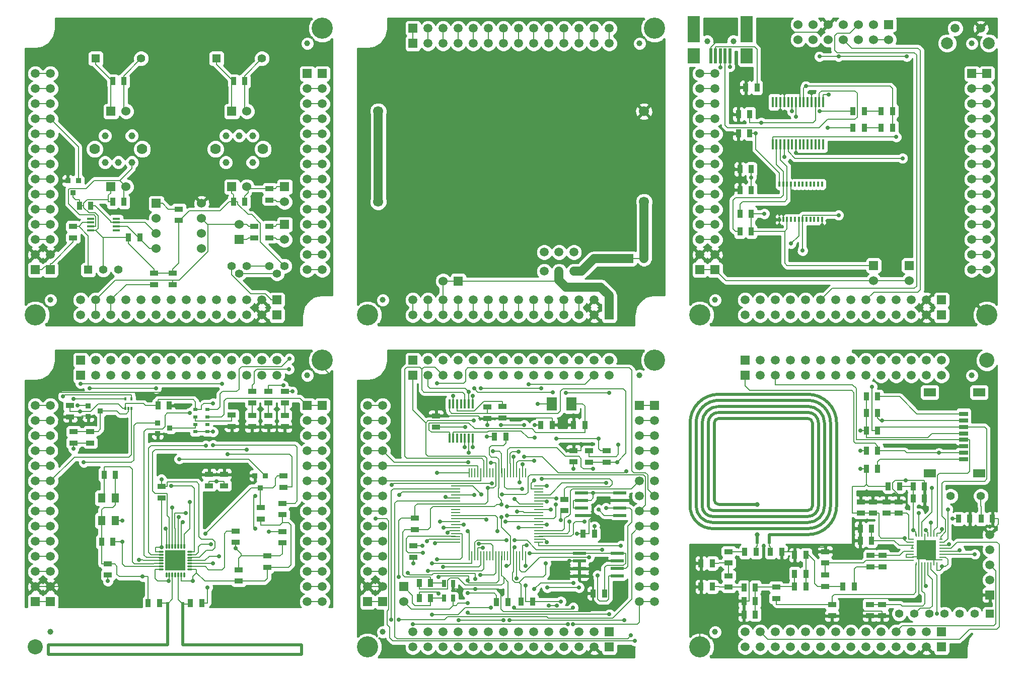
<source format=gtl>
G04 (created by PCBNEW (2013-mar-13)-testing) date Tue 09 Apr 2013 04:17:53 PM CEST*
%MOIN*%
G04 Gerber Fmt 3.4, Leading zero omitted, Abs format*
%FSLAX34Y34*%
G01*
G70*
G90*
G04 APERTURE LIST*
%ADD10C,0.00393701*%
%ADD11C,0.02*%
%ADD12R,0.055X0.035*%
%ADD13R,0.035X0.055*%
%ADD14C,0.0393701*%
%ADD15R,0.0591X0.0591*%
%ADD16C,0.0591*%
%ADD17C,0.14*%
%ADD18C,0.0551181*%
%ADD19R,0.06X0.06*%
%ADD20C,0.06*%
%ADD21R,0.036X0.036*%
%ADD22R,0.055X0.055*%
%ADD23C,0.055*%
%ADD24C,0.046*%
%ADD25C,0.07*%
%ADD26R,0.056X0.056*%
%ADD27C,0.056*%
%ADD28R,0.05X0.015*%
%ADD29C,0.0669291*%
%ADD30R,0.016X0.0709*%
%ADD31R,0.0118X0.0335*%
%ADD32C,0.0787*%
%ADD33R,0.0197X0.0984*%
%ADD34C,0.0394*%
%ADD35R,0.0787X0.17714*%
%ADD36R,0.0787X0.0984*%
%ADD37C,0.1*%
%ADD38R,0.02X0.0263*%
%ADD39R,0.0118X0.0197*%
%ADD40O,0.011X0.0394*%
%ADD41O,0.0394X0.011*%
%ADD42R,0.1378X0.1378*%
%ADD43R,0.0315X0.0197*%
%ADD44R,0.0512X0.063*%
%ADD45R,0.025X0.045*%
%ADD46R,0.0866X0.02*%
%ADD47R,0.0118X0.0591*%
%ADD48R,0.063X0.01*%
%ADD49R,0.01X0.063*%
%ADD50R,0.0669291X0.0866*%
%ADD51R,0.0787402X0.0570866*%
%ADD52R,0.0590551X0.0314961*%
%ADD53R,0.0236X0.0098*%
%ADD54R,0.0098X0.0236*%
%ADD55R,0.1299X0.1299*%
%ADD56C,0.032*%
%ADD57R,0.02X0.04*%
%ADD58C,0.028*%
%ADD59C,0.008*%
%ADD60C,0.06*%
%ADD61C,0.006*%
%ADD62C,0.01*%
G04 APERTURE END LIST*
G54D10*
G54D11*
X20755Y-48475D02*
X20755Y-48150D01*
X21745Y-48475D02*
X21745Y-48150D01*
X20755Y-50850D02*
X20755Y-48475D01*
X21745Y-50850D02*
X21745Y-48475D01*
X12865Y-51480D02*
X12865Y-50850D01*
X12865Y-50850D02*
X20755Y-50850D01*
X21745Y-50850D02*
X29635Y-50850D01*
X29635Y-50850D02*
X29635Y-51480D01*
X29635Y-51480D02*
X12865Y-51480D01*
X59800Y-43550D02*
X59800Y-44050D01*
X60600Y-43550D02*
X60600Y-44050D01*
X63150Y-43550D02*
G75*
G03X65050Y-41650I0J1900D01*
G74*
G01*
X63150Y-43150D02*
G75*
G03X64650Y-41650I0J1500D01*
G74*
G01*
X63150Y-42750D02*
G75*
G03X64250Y-41650I0J1100D01*
G74*
G01*
X63150Y-42350D02*
G75*
G03X63850Y-41650I0J700D01*
G74*
G01*
X55350Y-41650D02*
G75*
G03X56850Y-43150I1500J0D01*
G74*
G01*
X55750Y-41650D02*
G75*
G03X56850Y-42750I1100J0D01*
G74*
G01*
X56150Y-41650D02*
G75*
G03X56850Y-42350I700J0D01*
G74*
G01*
X63150Y-43550D02*
X60600Y-43550D01*
X63150Y-43150D02*
X56850Y-43150D01*
X63150Y-42750D02*
X56850Y-42750D01*
X56850Y-42350D02*
X63150Y-42350D01*
X56550Y-41650D02*
G75*
G03X56850Y-41950I300J0D01*
G74*
G01*
X63150Y-41950D02*
G75*
G03X63450Y-41650I0J300D01*
G74*
G01*
X57250Y-41550D02*
X59800Y-41550D01*
X56950Y-41250D02*
G75*
G03X57250Y-41550I300J0D01*
G74*
G01*
X56850Y-41950D02*
X63150Y-41950D01*
X65050Y-36150D02*
G75*
G03X63150Y-34250I-1900J0D01*
G74*
G01*
X64650Y-36150D02*
G75*
G03X63150Y-34650I-1500J0D01*
G74*
G01*
X64250Y-36150D02*
G75*
G03X63150Y-35050I-1100J0D01*
G74*
G01*
X63850Y-36150D02*
G75*
G03X63150Y-35450I-700J0D01*
G74*
G01*
X57250Y-34250D02*
G75*
G03X55350Y-36150I0J-1900D01*
G74*
G01*
X57250Y-34650D02*
G75*
G03X55750Y-36150I0J-1500D01*
G74*
G01*
X65050Y-36150D02*
X65050Y-41650D01*
X64650Y-36150D02*
X64650Y-41650D01*
X64250Y-41650D02*
X64250Y-36150D01*
X63850Y-36150D02*
X63850Y-41650D01*
X57250Y-34250D02*
X63150Y-34250D01*
X57250Y-34650D02*
X63150Y-34650D01*
X57250Y-35050D02*
X63150Y-35050D01*
X57250Y-35050D02*
G75*
G03X56150Y-36150I0J-1100D01*
G74*
G01*
X57250Y-35450D02*
G75*
G03X56550Y-36150I0J-700D01*
G74*
G01*
X55350Y-36150D02*
X55350Y-41650D01*
X55750Y-41650D02*
X55750Y-36150D01*
X56150Y-36150D02*
X56150Y-41650D01*
X56550Y-36150D02*
X56550Y-41650D01*
X57250Y-35450D02*
X63150Y-35450D01*
X63450Y-36150D02*
G75*
G03X63150Y-35850I-300J0D01*
G74*
G01*
X63450Y-36150D02*
X63450Y-41650D01*
X57250Y-35850D02*
G75*
G03X56950Y-36150I0J-300D01*
G74*
G01*
X57250Y-35850D02*
X63150Y-35850D01*
X56950Y-36150D02*
X56950Y-41250D01*
G54D12*
X21100Y-26975D03*
X21100Y-26225D03*
G54D13*
X15675Y-21750D03*
X14925Y-21750D03*
G54D14*
X30000Y-11000D03*
X13000Y-28000D03*
G54D15*
X28000Y-29000D03*
G54D16*
X27000Y-29000D03*
X26000Y-29000D03*
X25000Y-29000D03*
X24000Y-29000D03*
X23000Y-29000D03*
X22000Y-29000D03*
X21000Y-29000D03*
X20000Y-29000D03*
X19000Y-29000D03*
X18000Y-29000D03*
X17000Y-29000D03*
X16000Y-29000D03*
X15000Y-29000D03*
G54D15*
X31000Y-13000D03*
G54D16*
X31000Y-14000D03*
X31000Y-15000D03*
X31000Y-16000D03*
X31000Y-17000D03*
X31000Y-18000D03*
X31000Y-19000D03*
X31000Y-20000D03*
X31000Y-21000D03*
X31000Y-22000D03*
X31000Y-23000D03*
X31000Y-24000D03*
X31000Y-25000D03*
X31000Y-26000D03*
G54D15*
X13000Y-26000D03*
G54D16*
X13000Y-25000D03*
X13000Y-24000D03*
X13000Y-23000D03*
X13000Y-22000D03*
X13000Y-21000D03*
X13000Y-20000D03*
X13000Y-19000D03*
X13000Y-18000D03*
X13000Y-17000D03*
X13000Y-16000D03*
X13000Y-15000D03*
X13000Y-14000D03*
X13000Y-13000D03*
G54D15*
X12000Y-26000D03*
G54D16*
X12000Y-25000D03*
X12000Y-24000D03*
X12000Y-23000D03*
X12000Y-22000D03*
X12000Y-21000D03*
X12000Y-20000D03*
X12000Y-19000D03*
X12000Y-18000D03*
X12000Y-17000D03*
X12000Y-16000D03*
X12000Y-15000D03*
X12000Y-14000D03*
X12000Y-13000D03*
G54D15*
X30000Y-13000D03*
G54D16*
X30000Y-14000D03*
X30000Y-15000D03*
X30000Y-16000D03*
X30000Y-17000D03*
X30000Y-18000D03*
X30000Y-19000D03*
X30000Y-20000D03*
X30000Y-21000D03*
X30000Y-22000D03*
X30000Y-23000D03*
X30000Y-24000D03*
X30000Y-25000D03*
X30000Y-26000D03*
G54D15*
X28000Y-28000D03*
G54D16*
X27000Y-28000D03*
X26000Y-28000D03*
X25000Y-28000D03*
X24000Y-28000D03*
X23000Y-28000D03*
X22000Y-28000D03*
X21000Y-28000D03*
X20000Y-28000D03*
X19000Y-28000D03*
X18000Y-28000D03*
X17000Y-28000D03*
X16000Y-28000D03*
X15000Y-28000D03*
G54D17*
X12000Y-29000D03*
X31000Y-10000D03*
G54D18*
X28500Y-25750D03*
X28000Y-26250D03*
X27500Y-25750D03*
X26000Y-25750D03*
X25500Y-26250D03*
X25000Y-25750D03*
G54D19*
X20000Y-21600D03*
G54D20*
X20000Y-22600D03*
X20000Y-23600D03*
X20000Y-24600D03*
X23000Y-24600D03*
X23000Y-23600D03*
X23000Y-22600D03*
X23000Y-21600D03*
G54D21*
X14150Y-20100D03*
X14850Y-20100D03*
X14500Y-20900D03*
G54D12*
X26500Y-23875D03*
X26500Y-23125D03*
X27500Y-23125D03*
X27500Y-23875D03*
G54D13*
X17875Y-13500D03*
X17125Y-13500D03*
G54D12*
X21500Y-21975D03*
X21500Y-22725D03*
X14500Y-23875D03*
X14500Y-23125D03*
G54D13*
X17875Y-21500D03*
X17125Y-21500D03*
G54D12*
X19850Y-26975D03*
X19850Y-26225D03*
G54D13*
X18925Y-23850D03*
X18175Y-23850D03*
X25875Y-13500D03*
X25125Y-13500D03*
X25875Y-21500D03*
X25125Y-21500D03*
G54D12*
X27500Y-21375D03*
X27500Y-20625D03*
G54D22*
X15500Y-26000D03*
G54D23*
X16500Y-26000D03*
X17500Y-26000D03*
G54D19*
X25000Y-20500D03*
G54D20*
X26000Y-20500D03*
G54D19*
X17000Y-15500D03*
G54D20*
X18000Y-15500D03*
G54D19*
X28500Y-20500D03*
G54D20*
X28500Y-21500D03*
G54D19*
X28500Y-23000D03*
G54D20*
X28500Y-24000D03*
G54D19*
X25500Y-24000D03*
G54D20*
X25500Y-23000D03*
G54D19*
X25000Y-15500D03*
G54D20*
X26000Y-15500D03*
G54D19*
X17000Y-20500D03*
G54D20*
X18000Y-20500D03*
G54D24*
X16614Y-18885D03*
X17500Y-18885D03*
X18385Y-18885D03*
X18385Y-17114D03*
X16614Y-17114D03*
G54D25*
X19074Y-18000D03*
X15925Y-18000D03*
G54D24*
X26385Y-17114D03*
X25500Y-17114D03*
X24614Y-17114D03*
X24614Y-18885D03*
X26385Y-18885D03*
G54D25*
X23925Y-18000D03*
X27074Y-18000D03*
G54D26*
X24000Y-12000D03*
G54D27*
X27000Y-12000D03*
G54D26*
X16000Y-12000D03*
G54D27*
X19000Y-12000D03*
G54D28*
X15650Y-22616D03*
X15650Y-22872D03*
X15650Y-23128D03*
X15650Y-23384D03*
X17350Y-23384D03*
X17350Y-23128D03*
X17350Y-22872D03*
X17350Y-22616D03*
G54D16*
X46677Y-24838D03*
X45693Y-24838D03*
X47661Y-24838D03*
X47661Y-26098D03*
X46677Y-26098D03*
X45693Y-26098D03*
G54D19*
X40000Y-26750D03*
G54D20*
X39000Y-26750D03*
G54D29*
X34701Y-21500D03*
X52299Y-21500D03*
X52299Y-15500D03*
X34701Y-15500D03*
G54D17*
X53000Y-10000D03*
X34000Y-29000D03*
G54D19*
X51300Y-25260D03*
G54D20*
X52300Y-25260D03*
G54D14*
X35000Y-28000D03*
X52000Y-11000D03*
G54D15*
X37000Y-10000D03*
G54D16*
X38000Y-10000D03*
X39000Y-10000D03*
X40000Y-10000D03*
X41000Y-10000D03*
X42000Y-10000D03*
X43000Y-10000D03*
X44000Y-10000D03*
X45000Y-10000D03*
X46000Y-10000D03*
X47000Y-10000D03*
X48000Y-10000D03*
X49000Y-10000D03*
X50000Y-10000D03*
G54D15*
X50000Y-29000D03*
G54D16*
X49000Y-29000D03*
X48000Y-29000D03*
X47000Y-29000D03*
X46000Y-29000D03*
X45000Y-29000D03*
X44000Y-29000D03*
X43000Y-29000D03*
X42000Y-29000D03*
X41000Y-29000D03*
X40000Y-29000D03*
X39000Y-29000D03*
X38000Y-29000D03*
X37000Y-29000D03*
G54D15*
X50000Y-28000D03*
G54D16*
X49000Y-28000D03*
X48000Y-28000D03*
X47000Y-28000D03*
X46000Y-28000D03*
X45000Y-28000D03*
X44000Y-28000D03*
X43000Y-28000D03*
X42000Y-28000D03*
X41000Y-28000D03*
X40000Y-28000D03*
X39000Y-28000D03*
X38000Y-28000D03*
X37000Y-28000D03*
G54D15*
X37000Y-11000D03*
G54D16*
X38000Y-11000D03*
X39000Y-11000D03*
X40000Y-11000D03*
X41000Y-11000D03*
X42000Y-11000D03*
X43000Y-11000D03*
X44000Y-11000D03*
X45000Y-11000D03*
X46000Y-11000D03*
X47000Y-11000D03*
X48000Y-11000D03*
X49000Y-11000D03*
X50000Y-11000D03*
G54D12*
X21100Y-26975D03*
X21100Y-26225D03*
G54D13*
X15675Y-21750D03*
X14925Y-21750D03*
G54D14*
X30000Y-11000D03*
X13000Y-28000D03*
G54D15*
X28000Y-29000D03*
G54D16*
X27000Y-29000D03*
X26000Y-29000D03*
X25000Y-29000D03*
X24000Y-29000D03*
X23000Y-29000D03*
X22000Y-29000D03*
X21000Y-29000D03*
X20000Y-29000D03*
X19000Y-29000D03*
X18000Y-29000D03*
X17000Y-29000D03*
X16000Y-29000D03*
X15000Y-29000D03*
G54D15*
X31000Y-13000D03*
G54D16*
X31000Y-14000D03*
X31000Y-15000D03*
X31000Y-16000D03*
X31000Y-17000D03*
X31000Y-18000D03*
X31000Y-19000D03*
X31000Y-20000D03*
X31000Y-21000D03*
X31000Y-22000D03*
X31000Y-23000D03*
X31000Y-24000D03*
X31000Y-25000D03*
X31000Y-26000D03*
G54D15*
X13000Y-26000D03*
G54D16*
X13000Y-25000D03*
X13000Y-24000D03*
X13000Y-23000D03*
X13000Y-22000D03*
X13000Y-21000D03*
X13000Y-20000D03*
X13000Y-19000D03*
X13000Y-18000D03*
X13000Y-17000D03*
X13000Y-16000D03*
X13000Y-15000D03*
X13000Y-14000D03*
X13000Y-13000D03*
G54D15*
X12000Y-26000D03*
G54D16*
X12000Y-25000D03*
X12000Y-24000D03*
X12000Y-23000D03*
X12000Y-22000D03*
X12000Y-21000D03*
X12000Y-20000D03*
X12000Y-19000D03*
X12000Y-18000D03*
X12000Y-17000D03*
X12000Y-16000D03*
X12000Y-15000D03*
X12000Y-14000D03*
X12000Y-13000D03*
G54D15*
X30000Y-13000D03*
G54D16*
X30000Y-14000D03*
X30000Y-15000D03*
X30000Y-16000D03*
X30000Y-17000D03*
X30000Y-18000D03*
X30000Y-19000D03*
X30000Y-20000D03*
X30000Y-21000D03*
X30000Y-22000D03*
X30000Y-23000D03*
X30000Y-24000D03*
X30000Y-25000D03*
X30000Y-26000D03*
G54D15*
X28000Y-28000D03*
G54D16*
X27000Y-28000D03*
X26000Y-28000D03*
X25000Y-28000D03*
X24000Y-28000D03*
X23000Y-28000D03*
X22000Y-28000D03*
X21000Y-28000D03*
X20000Y-28000D03*
X19000Y-28000D03*
X18000Y-28000D03*
X17000Y-28000D03*
X16000Y-28000D03*
X15000Y-28000D03*
G54D17*
X12000Y-29000D03*
X31000Y-10000D03*
G54D18*
X28500Y-25750D03*
X28000Y-26250D03*
X27500Y-25750D03*
X26000Y-25750D03*
X25500Y-26250D03*
X25000Y-25750D03*
G54D19*
X20000Y-21600D03*
G54D20*
X20000Y-22600D03*
X20000Y-23600D03*
X20000Y-24600D03*
X23000Y-24600D03*
X23000Y-23600D03*
X23000Y-22600D03*
X23000Y-21600D03*
G54D21*
X14150Y-20100D03*
X14850Y-20100D03*
X14500Y-20900D03*
G54D12*
X26500Y-23875D03*
X26500Y-23125D03*
X27500Y-23125D03*
X27500Y-23875D03*
G54D13*
X17875Y-13500D03*
X17125Y-13500D03*
G54D12*
X21500Y-21975D03*
X21500Y-22725D03*
X14500Y-23875D03*
X14500Y-23125D03*
G54D13*
X17875Y-21500D03*
X17125Y-21500D03*
G54D12*
X19850Y-26975D03*
X19850Y-26225D03*
G54D13*
X18925Y-23850D03*
X18175Y-23850D03*
X25875Y-13500D03*
X25125Y-13500D03*
X25875Y-21500D03*
X25125Y-21500D03*
G54D12*
X27500Y-21375D03*
X27500Y-20625D03*
G54D22*
X15500Y-26000D03*
G54D23*
X16500Y-26000D03*
X17500Y-26000D03*
G54D19*
X25000Y-20500D03*
G54D20*
X26000Y-20500D03*
G54D19*
X17000Y-15500D03*
G54D20*
X18000Y-15500D03*
G54D19*
X28500Y-20500D03*
G54D20*
X28500Y-21500D03*
G54D19*
X28500Y-23000D03*
G54D20*
X28500Y-24000D03*
G54D19*
X25500Y-24000D03*
G54D20*
X25500Y-23000D03*
G54D19*
X25000Y-15500D03*
G54D20*
X26000Y-15500D03*
G54D19*
X17000Y-20500D03*
G54D20*
X18000Y-20500D03*
G54D24*
X16614Y-18885D03*
X17500Y-18885D03*
X18385Y-18885D03*
X18385Y-17114D03*
X16614Y-17114D03*
G54D25*
X19074Y-18000D03*
X15925Y-18000D03*
G54D24*
X26385Y-17114D03*
X25500Y-17114D03*
X24614Y-17114D03*
X24614Y-18885D03*
X26385Y-18885D03*
G54D25*
X23925Y-18000D03*
X27074Y-18000D03*
G54D26*
X24000Y-12000D03*
G54D27*
X27000Y-12000D03*
G54D26*
X16000Y-12000D03*
G54D27*
X19000Y-12000D03*
G54D28*
X15650Y-22616D03*
X15650Y-22872D03*
X15650Y-23128D03*
X15650Y-23384D03*
X17350Y-23384D03*
X17350Y-23128D03*
X17350Y-22872D03*
X17350Y-22616D03*
G54D16*
X46677Y-24838D03*
X45693Y-24838D03*
X47661Y-24838D03*
X47661Y-26098D03*
X46677Y-26098D03*
X45693Y-26098D03*
G54D19*
X40000Y-26750D03*
G54D20*
X39000Y-26750D03*
G54D29*
X34701Y-21500D03*
X52299Y-21500D03*
X52299Y-15500D03*
X34701Y-15500D03*
G54D17*
X53000Y-10000D03*
X34000Y-29000D03*
G54D19*
X51300Y-25260D03*
G54D20*
X52300Y-25260D03*
G54D14*
X35000Y-28000D03*
X52000Y-11000D03*
G54D15*
X37000Y-10000D03*
G54D16*
X38000Y-10000D03*
X39000Y-10000D03*
X40000Y-10000D03*
X41000Y-10000D03*
X42000Y-10000D03*
X43000Y-10000D03*
X44000Y-10000D03*
X45000Y-10000D03*
X46000Y-10000D03*
X47000Y-10000D03*
X48000Y-10000D03*
X49000Y-10000D03*
X50000Y-10000D03*
G54D15*
X50000Y-29000D03*
G54D16*
X49000Y-29000D03*
X48000Y-29000D03*
X47000Y-29000D03*
X46000Y-29000D03*
X45000Y-29000D03*
X44000Y-29000D03*
X43000Y-29000D03*
X42000Y-29000D03*
X41000Y-29000D03*
X40000Y-29000D03*
X39000Y-29000D03*
X38000Y-29000D03*
X37000Y-29000D03*
G54D15*
X50000Y-28000D03*
G54D16*
X49000Y-28000D03*
X48000Y-28000D03*
X47000Y-28000D03*
X46000Y-28000D03*
X45000Y-28000D03*
X44000Y-28000D03*
X43000Y-28000D03*
X42000Y-28000D03*
X41000Y-28000D03*
X40000Y-28000D03*
X39000Y-28000D03*
X38000Y-28000D03*
X37000Y-28000D03*
G54D15*
X37000Y-11000D03*
G54D16*
X38000Y-11000D03*
X39000Y-11000D03*
X40000Y-11000D03*
X41000Y-11000D03*
X42000Y-11000D03*
X43000Y-11000D03*
X44000Y-11000D03*
X45000Y-11000D03*
X46000Y-11000D03*
X47000Y-11000D03*
X48000Y-11000D03*
X49000Y-11000D03*
X50000Y-11000D03*
G54D13*
X59406Y-19331D03*
X58656Y-19331D03*
X59406Y-22283D03*
X58656Y-22283D03*
X59406Y-20709D03*
X58656Y-20709D03*
X59308Y-15689D03*
X58558Y-15689D03*
X68757Y-15492D03*
X68007Y-15492D03*
X68757Y-16575D03*
X68007Y-16575D03*
X66137Y-15492D03*
X66887Y-15492D03*
X66137Y-16575D03*
X66887Y-16575D03*
X59308Y-16969D03*
X58558Y-16969D03*
G54D19*
X69858Y-25721D03*
G54D20*
X69858Y-26721D03*
G54D19*
X67496Y-25721D03*
G54D20*
X67496Y-26721D03*
G54D19*
X68500Y-9750D03*
G54D20*
X68500Y-10750D03*
X67500Y-9750D03*
X67500Y-10750D03*
X66500Y-9750D03*
X66500Y-10750D03*
X65500Y-9750D03*
X65500Y-10750D03*
X64500Y-9750D03*
X64500Y-10750D03*
X63500Y-9750D03*
X63500Y-10750D03*
X62500Y-9750D03*
X62500Y-10750D03*
G54D30*
X60826Y-17680D03*
X61076Y-17680D03*
X61336Y-17680D03*
X61596Y-17680D03*
X61846Y-17680D03*
X62106Y-17680D03*
X62366Y-17680D03*
X62616Y-17680D03*
X62876Y-17680D03*
X63126Y-17680D03*
X63386Y-17680D03*
X63646Y-17680D03*
X63896Y-17680D03*
X64156Y-17680D03*
X64156Y-14880D03*
X63896Y-14880D03*
X63656Y-14880D03*
X63386Y-14880D03*
X63126Y-14880D03*
X62876Y-14880D03*
X62616Y-14880D03*
X62366Y-14880D03*
X62106Y-14880D03*
X61846Y-14880D03*
X61596Y-14880D03*
X61336Y-14880D03*
X61076Y-14880D03*
X60826Y-14880D03*
G54D13*
X59406Y-23465D03*
X58656Y-23465D03*
G54D31*
X62545Y-20325D03*
X62289Y-20325D03*
X61777Y-20325D03*
X62033Y-20325D03*
X61266Y-20325D03*
X61521Y-20325D03*
X63057Y-20325D03*
X62801Y-20325D03*
X63569Y-20325D03*
X63313Y-20325D03*
X63825Y-20325D03*
X64080Y-20325D03*
X64080Y-22667D03*
X63825Y-22667D03*
X63313Y-22667D03*
X63569Y-22667D03*
X62801Y-22667D03*
X63057Y-22667D03*
X61521Y-22667D03*
X61266Y-22667D03*
X62033Y-22667D03*
X61777Y-22667D03*
X62289Y-22667D03*
X62545Y-22667D03*
G54D16*
X74596Y-10000D03*
X72904Y-10000D03*
G54D32*
X75128Y-10984D03*
X72372Y-10984D03*
G54D17*
X75000Y-29000D03*
X56000Y-29000D03*
G54D13*
X59784Y-13921D03*
X59034Y-13921D03*
G54D14*
X74000Y-11000D03*
X57000Y-28000D03*
G54D15*
X72000Y-29000D03*
G54D16*
X71000Y-29000D03*
X70000Y-29000D03*
X69000Y-29000D03*
X68000Y-29000D03*
X67000Y-29000D03*
X66000Y-29000D03*
X65000Y-29000D03*
X64000Y-29000D03*
X63000Y-29000D03*
X62000Y-29000D03*
X61000Y-29000D03*
X60000Y-29000D03*
X59000Y-29000D03*
G54D15*
X56000Y-26000D03*
G54D16*
X56000Y-25000D03*
X56000Y-24000D03*
X56000Y-23000D03*
X56000Y-22000D03*
X56000Y-21000D03*
X56000Y-20000D03*
X56000Y-19000D03*
X56000Y-18000D03*
X56000Y-17000D03*
X56000Y-16000D03*
X56000Y-15000D03*
X56000Y-14000D03*
X56000Y-13000D03*
G54D15*
X57000Y-26000D03*
G54D16*
X57000Y-25000D03*
X57000Y-24000D03*
X57000Y-23000D03*
X57000Y-22000D03*
X57000Y-21000D03*
X57000Y-20000D03*
X57000Y-19000D03*
X57000Y-18000D03*
X57000Y-17000D03*
X57000Y-16000D03*
X57000Y-15000D03*
X57000Y-14000D03*
X57000Y-13000D03*
G54D15*
X72000Y-28000D03*
G54D16*
X71000Y-28000D03*
X70000Y-28000D03*
X69000Y-28000D03*
X68000Y-28000D03*
X67000Y-28000D03*
X66000Y-28000D03*
X65000Y-28000D03*
X64000Y-28000D03*
X63000Y-28000D03*
X62000Y-28000D03*
X61000Y-28000D03*
X60000Y-28000D03*
X59000Y-28000D03*
G54D15*
X75000Y-13000D03*
G54D16*
X75000Y-14000D03*
X75000Y-15000D03*
X75000Y-16000D03*
X75000Y-17000D03*
X75000Y-18000D03*
X75000Y-19000D03*
X75000Y-20000D03*
X75000Y-21000D03*
X75000Y-22000D03*
X75000Y-23000D03*
X75000Y-24000D03*
X75000Y-25000D03*
X75000Y-26000D03*
G54D15*
X74000Y-13000D03*
G54D16*
X74000Y-14000D03*
X74000Y-15000D03*
X74000Y-16000D03*
X74000Y-17000D03*
X74000Y-18000D03*
X74000Y-19000D03*
X74000Y-20000D03*
X74000Y-21000D03*
X74000Y-22000D03*
X74000Y-23000D03*
X74000Y-24000D03*
X74000Y-25000D03*
X74000Y-26000D03*
G54D33*
X57039Y-11834D03*
X56724Y-11834D03*
X57354Y-11834D03*
X57669Y-11834D03*
G54D34*
X56488Y-10850D03*
G54D35*
X55602Y-10063D03*
X59106Y-10063D03*
G54D36*
X59106Y-11834D03*
X55602Y-11834D03*
G54D34*
X58220Y-10850D03*
G54D33*
X57984Y-11834D03*
G54D37*
X12000Y-51000D03*
G54D38*
X21745Y-48150D03*
X20755Y-48150D03*
G54D12*
X26922Y-42513D03*
X26922Y-41763D03*
G54D13*
X20125Y-35000D03*
X20875Y-35000D03*
G54D12*
X24502Y-40306D03*
X24502Y-39556D03*
X28437Y-39656D03*
X28437Y-40406D03*
X23502Y-40306D03*
X23502Y-39556D03*
G54D21*
X26543Y-39641D03*
X27243Y-39641D03*
X26893Y-40441D03*
X20100Y-36850D03*
X20100Y-36150D03*
X20900Y-36500D03*
X15508Y-35706D03*
X15508Y-35006D03*
X16308Y-35356D03*
G54D12*
X14530Y-36724D03*
X14530Y-37474D03*
X26350Y-35641D03*
X26350Y-36391D03*
X27433Y-35641D03*
X27433Y-36391D03*
X28516Y-35641D03*
X28516Y-36391D03*
X26350Y-34066D03*
X26350Y-34816D03*
X27433Y-34066D03*
X27433Y-34816D03*
X28516Y-34066D03*
X28516Y-34816D03*
X14304Y-34991D03*
X14304Y-35741D03*
X15632Y-37474D03*
X15632Y-36724D03*
G54D39*
X17975Y-34549D03*
X18369Y-34549D03*
X18369Y-35179D03*
X18172Y-35179D03*
X17975Y-35179D03*
G54D13*
X16546Y-39578D03*
X17296Y-39578D03*
X17131Y-44027D03*
X16381Y-44027D03*
G54D12*
X27354Y-45721D03*
X27354Y-44971D03*
X25464Y-46626D03*
X25464Y-45876D03*
X16803Y-46233D03*
X16803Y-45483D03*
X28368Y-43347D03*
X28368Y-44097D03*
X28368Y-42227D03*
X28368Y-41477D03*
X25267Y-44067D03*
X25267Y-43317D03*
X20346Y-41115D03*
X20346Y-40365D03*
G54D40*
X20679Y-44325D03*
X21664Y-44325D03*
X21861Y-44325D03*
X21270Y-44325D03*
X21467Y-44325D03*
X21073Y-44325D03*
X20876Y-44325D03*
X20876Y-46215D03*
X21073Y-46215D03*
X21467Y-46215D03*
X21270Y-46215D03*
X21664Y-46215D03*
X21861Y-46215D03*
X20679Y-46215D03*
G54D41*
X22215Y-45270D03*
X22215Y-45467D03*
X22215Y-45861D03*
X22215Y-45664D03*
X22215Y-44876D03*
X22215Y-45073D03*
X22215Y-44679D03*
X20325Y-44679D03*
X20325Y-45073D03*
X20325Y-44876D03*
X20325Y-45664D03*
X20325Y-45861D03*
X20325Y-45467D03*
X20325Y-45270D03*
G54D42*
X21270Y-45270D03*
G54D12*
X25000Y-35625D03*
X25000Y-36375D03*
G54D43*
X23394Y-35262D03*
X23394Y-35754D03*
X23394Y-36738D03*
X23394Y-36246D03*
X22606Y-36246D03*
X22606Y-36738D03*
X22606Y-35754D03*
X22606Y-35262D03*
G54D44*
X17295Y-41133D03*
X17295Y-42629D03*
X16389Y-42629D03*
X16389Y-41133D03*
G54D13*
X22275Y-48100D03*
X23025Y-48100D03*
X20225Y-48100D03*
X19475Y-48100D03*
G54D15*
X12000Y-48000D03*
G54D16*
X12000Y-47000D03*
X12000Y-46000D03*
X12000Y-45000D03*
X12000Y-44000D03*
X12000Y-43000D03*
X12000Y-42000D03*
X12000Y-41000D03*
X12000Y-40000D03*
X12000Y-39000D03*
X12000Y-38000D03*
X12000Y-37000D03*
X12000Y-36000D03*
X12000Y-35000D03*
G54D15*
X31000Y-35000D03*
G54D16*
X31000Y-36000D03*
X31000Y-37000D03*
X31000Y-38000D03*
X31000Y-39000D03*
X31000Y-40000D03*
X31000Y-41000D03*
X31000Y-42000D03*
X31000Y-43000D03*
X31000Y-44000D03*
X31000Y-45000D03*
X31000Y-46000D03*
X31000Y-47000D03*
X31000Y-48000D03*
G54D15*
X15000Y-32000D03*
G54D16*
X16000Y-32000D03*
X17000Y-32000D03*
X18000Y-32000D03*
X19000Y-32000D03*
X20000Y-32000D03*
X21000Y-32000D03*
X22000Y-32000D03*
X23000Y-32000D03*
X24000Y-32000D03*
X25000Y-32000D03*
X26000Y-32000D03*
X27000Y-32000D03*
X28000Y-32000D03*
G54D15*
X15000Y-33000D03*
G54D16*
X16000Y-33000D03*
X17000Y-33000D03*
X18000Y-33000D03*
X19000Y-33000D03*
X20000Y-33000D03*
X21000Y-33000D03*
X22000Y-33000D03*
X23000Y-33000D03*
X24000Y-33000D03*
X25000Y-33000D03*
X26000Y-33000D03*
X27000Y-33000D03*
X28000Y-33000D03*
G54D15*
X30000Y-35000D03*
G54D16*
X30000Y-36000D03*
X30000Y-37000D03*
X30000Y-38000D03*
X30000Y-39000D03*
X30000Y-40000D03*
X30000Y-41000D03*
X30000Y-42000D03*
X30000Y-43000D03*
X30000Y-44000D03*
X30000Y-45000D03*
X30000Y-46000D03*
X30000Y-47000D03*
X30000Y-48000D03*
G54D15*
X13000Y-48000D03*
G54D16*
X13000Y-47000D03*
X13000Y-46000D03*
X13000Y-45000D03*
X13000Y-44000D03*
X13000Y-43000D03*
X13000Y-42000D03*
X13000Y-41000D03*
X13000Y-40000D03*
X13000Y-39000D03*
X13000Y-38000D03*
X13000Y-37000D03*
X13000Y-36000D03*
X13000Y-35000D03*
G54D14*
X13000Y-50000D03*
X30000Y-33000D03*
G54D17*
X31000Y-32000D03*
G54D12*
X37130Y-42471D03*
X37130Y-43221D03*
X47031Y-41212D03*
X47031Y-41962D03*
G54D13*
X44176Y-47984D03*
X44926Y-47984D03*
G54D12*
X42917Y-35070D03*
X42917Y-35820D03*
X41933Y-35090D03*
X41933Y-35840D03*
G54D13*
X42542Y-48024D03*
X43292Y-48024D03*
X42405Y-37059D03*
X43155Y-37059D03*
G54D12*
X38528Y-36430D03*
X38528Y-35680D03*
G54D13*
X49021Y-43496D03*
X48271Y-43496D03*
G54D12*
X48646Y-38753D03*
X48646Y-38003D03*
X49827Y-38753D03*
X49827Y-38003D03*
G54D13*
X47630Y-36282D03*
X48380Y-36282D03*
X46215Y-36282D03*
X45465Y-36282D03*
G54D12*
X37031Y-45052D03*
X37031Y-44302D03*
G54D45*
X39074Y-47768D03*
X39674Y-47768D03*
X39054Y-46783D03*
X39654Y-46783D03*
G54D19*
X36400Y-47000D03*
G54D20*
X36400Y-48000D03*
G54D46*
X50693Y-40778D03*
X48173Y-40778D03*
X50693Y-41278D03*
X50693Y-41778D03*
X50693Y-42278D03*
X48173Y-41278D03*
X48173Y-41778D03*
X48173Y-42278D03*
G54D47*
X39421Y-37158D03*
X39671Y-37158D03*
X39931Y-37158D03*
X40181Y-37158D03*
X40441Y-37158D03*
X40696Y-37158D03*
X40951Y-37158D03*
X40951Y-34874D03*
X40696Y-34874D03*
X40441Y-34874D03*
X40181Y-34874D03*
X39926Y-34874D03*
X39671Y-34874D03*
X39416Y-34874D03*
G54D46*
X50536Y-44793D03*
X48016Y-44793D03*
X50536Y-45293D03*
X50536Y-45793D03*
X50536Y-46293D03*
X48016Y-45293D03*
X48016Y-45793D03*
X48016Y-46293D03*
G54D48*
X39827Y-43280D03*
X39827Y-43476D03*
X39827Y-43673D03*
X39827Y-43870D03*
X39827Y-44067D03*
X39827Y-43083D03*
G54D49*
X42485Y-39441D03*
X42288Y-39441D03*
X42091Y-39441D03*
X41894Y-39441D03*
X41697Y-39441D03*
X41500Y-39441D03*
X41304Y-39441D03*
X41107Y-39441D03*
X40910Y-39441D03*
X40713Y-39441D03*
G54D48*
X39827Y-40327D03*
X39827Y-40524D03*
X39827Y-40721D03*
X39827Y-40917D03*
X39827Y-41114D03*
X39827Y-41311D03*
X39827Y-41508D03*
X39827Y-41705D03*
X39827Y-41902D03*
X39827Y-42098D03*
X39827Y-42295D03*
X39827Y-42492D03*
X39827Y-42689D03*
X39827Y-42886D03*
G54D49*
X40713Y-44953D03*
X40910Y-44953D03*
X41107Y-44953D03*
X41304Y-44953D03*
X41500Y-44953D03*
X41697Y-44953D03*
X41894Y-44953D03*
X42091Y-44953D03*
X42288Y-44953D03*
X42485Y-44953D03*
X42682Y-44953D03*
X42878Y-44953D03*
X43075Y-44953D03*
X43272Y-44953D03*
X43469Y-44953D03*
X43666Y-44953D03*
X43863Y-44953D03*
X44059Y-44953D03*
X44256Y-44953D03*
X44453Y-44953D03*
G54D48*
X45339Y-44067D03*
X45339Y-43870D03*
X45339Y-43673D03*
X45339Y-43476D03*
X45339Y-43280D03*
X45339Y-43083D03*
X45339Y-42886D03*
X45339Y-42689D03*
X45339Y-42492D03*
X45339Y-42295D03*
X45339Y-42098D03*
X45339Y-41902D03*
X45339Y-41705D03*
X45339Y-41508D03*
X45339Y-41310D03*
X45339Y-41114D03*
X45339Y-40917D03*
X45339Y-40720D03*
X45339Y-40520D03*
X45339Y-40327D03*
G54D49*
X44453Y-39441D03*
X44256Y-39441D03*
X44059Y-39441D03*
X43863Y-39441D03*
X43666Y-39441D03*
X43469Y-39441D03*
X43272Y-39441D03*
X43075Y-39441D03*
X42878Y-39441D03*
X42682Y-39441D03*
G54D12*
X47632Y-38733D03*
X47632Y-37983D03*
G54D13*
X38174Y-47768D03*
X37424Y-47768D03*
X38174Y-46764D03*
X37424Y-46764D03*
G54D14*
X52000Y-33000D03*
X35000Y-50000D03*
G54D13*
X49685Y-47445D03*
X48935Y-47445D03*
G54D15*
X37000Y-32000D03*
G54D16*
X38000Y-32000D03*
X39000Y-32000D03*
X40000Y-32000D03*
X41000Y-32000D03*
X42000Y-32000D03*
X43000Y-32000D03*
X44000Y-32000D03*
X45000Y-32000D03*
X46000Y-32000D03*
X47000Y-32000D03*
X48000Y-32000D03*
X49000Y-32000D03*
X50000Y-32000D03*
G54D15*
X50000Y-51000D03*
G54D16*
X49000Y-51000D03*
X48000Y-51000D03*
X47000Y-51000D03*
X46000Y-51000D03*
X45000Y-51000D03*
X44000Y-51000D03*
X43000Y-51000D03*
X42000Y-51000D03*
X41000Y-51000D03*
X40000Y-51000D03*
X39000Y-51000D03*
X38000Y-51000D03*
X37000Y-51000D03*
G54D15*
X53000Y-35000D03*
G54D16*
X53000Y-36000D03*
X53000Y-37000D03*
X53000Y-38000D03*
X53000Y-39000D03*
X53000Y-40000D03*
X53000Y-41000D03*
X53000Y-42000D03*
X53000Y-43000D03*
X53000Y-44000D03*
X53000Y-45000D03*
X53000Y-46000D03*
X53000Y-47000D03*
X53000Y-48000D03*
G54D15*
X35000Y-48000D03*
G54D16*
X35000Y-47000D03*
X35000Y-46000D03*
X35000Y-45000D03*
X35000Y-44000D03*
X35000Y-43000D03*
X35000Y-42000D03*
X35000Y-41000D03*
X35000Y-40000D03*
X35000Y-39000D03*
X35000Y-38000D03*
X35000Y-37000D03*
X35000Y-36000D03*
X35000Y-35000D03*
G54D15*
X34000Y-48000D03*
G54D16*
X34000Y-47000D03*
X34000Y-46000D03*
X34000Y-45000D03*
X34000Y-44000D03*
X34000Y-43000D03*
X34000Y-42000D03*
X34000Y-41000D03*
X34000Y-40000D03*
X34000Y-39000D03*
X34000Y-38000D03*
X34000Y-37000D03*
X34000Y-36000D03*
X34000Y-35000D03*
G54D15*
X52000Y-35000D03*
G54D16*
X52000Y-36000D03*
X52000Y-37000D03*
X52000Y-38000D03*
X52000Y-39000D03*
X52000Y-40000D03*
X52000Y-41000D03*
X52000Y-42000D03*
X52000Y-43000D03*
X52000Y-44000D03*
X52000Y-45000D03*
X52000Y-46000D03*
X52000Y-47000D03*
X52000Y-48000D03*
G54D15*
X50000Y-50000D03*
G54D16*
X49000Y-50000D03*
X48000Y-50000D03*
X47000Y-50000D03*
X46000Y-50000D03*
X45000Y-50000D03*
X44000Y-50000D03*
X43000Y-50000D03*
X42000Y-50000D03*
X41000Y-50000D03*
X40000Y-50000D03*
X39000Y-50000D03*
X38000Y-50000D03*
X37000Y-50000D03*
G54D15*
X37000Y-33000D03*
G54D16*
X38000Y-33000D03*
X39000Y-33000D03*
X40000Y-33000D03*
X41000Y-33000D03*
X42000Y-33000D03*
X43000Y-33000D03*
X44000Y-33000D03*
X45000Y-33000D03*
X46000Y-33000D03*
X47000Y-33000D03*
X48000Y-33000D03*
X49000Y-33000D03*
X50000Y-33000D03*
G54D50*
X46204Y-34894D03*
X47503Y-34894D03*
G54D17*
X34000Y-51000D03*
X53000Y-32000D03*
G54D14*
X74000Y-33000D03*
X57000Y-50000D03*
G54D15*
X59000Y-32000D03*
G54D16*
X60000Y-32000D03*
X61000Y-32000D03*
X62000Y-32000D03*
X63000Y-32000D03*
X64000Y-32000D03*
X65000Y-32000D03*
X66000Y-32000D03*
X67000Y-32000D03*
X68000Y-32000D03*
X69000Y-32000D03*
X70000Y-32000D03*
X71000Y-32000D03*
X72000Y-32000D03*
G54D15*
X72000Y-51000D03*
G54D16*
X71000Y-51000D03*
X70000Y-51000D03*
X69000Y-51000D03*
X68000Y-51000D03*
X67000Y-51000D03*
X66000Y-51000D03*
X65000Y-51000D03*
X64000Y-51000D03*
X63000Y-51000D03*
X62000Y-51000D03*
X61000Y-51000D03*
X60000Y-51000D03*
X59000Y-51000D03*
G54D15*
X72000Y-50000D03*
G54D16*
X71000Y-50000D03*
X70000Y-50000D03*
X69000Y-50000D03*
X68000Y-50000D03*
X67000Y-50000D03*
X66000Y-50000D03*
X65000Y-50000D03*
X64000Y-50000D03*
X63000Y-50000D03*
X62000Y-50000D03*
X61000Y-50000D03*
X60000Y-50000D03*
X59000Y-50000D03*
G54D15*
X59000Y-33000D03*
G54D16*
X60000Y-33000D03*
X61000Y-33000D03*
X62000Y-33000D03*
X63000Y-33000D03*
X64000Y-33000D03*
X65000Y-33000D03*
X66000Y-33000D03*
X67000Y-33000D03*
X68000Y-33000D03*
X69000Y-33000D03*
X70000Y-33000D03*
X71000Y-33000D03*
X72000Y-33000D03*
G54D17*
X56000Y-51000D03*
G54D51*
X71218Y-39477D03*
X71218Y-34122D03*
X74486Y-34122D03*
X74486Y-39477D03*
G54D52*
X73462Y-35540D03*
X73462Y-35973D03*
X73462Y-36406D03*
X73462Y-36839D03*
X73462Y-37272D03*
X73462Y-37705D03*
X73462Y-38138D03*
X73462Y-38571D03*
G54D37*
X75000Y-32000D03*
G54D53*
X70056Y-43862D03*
X70056Y-44059D03*
X70056Y-44256D03*
X70056Y-44453D03*
X70056Y-44649D03*
X70056Y-44846D03*
X70056Y-45043D03*
X70056Y-45240D03*
G54D54*
X71098Y-45496D03*
X71294Y-45496D03*
X71491Y-45496D03*
X71688Y-45496D03*
G54D55*
X71000Y-44550D03*
G54D54*
X70311Y-45496D03*
X70508Y-45496D03*
X70705Y-45496D03*
X70901Y-45496D03*
G54D53*
X71944Y-45238D03*
X71945Y-45041D03*
X71945Y-44845D03*
X71945Y-44648D03*
X71945Y-44451D03*
X71945Y-44254D03*
X71945Y-44057D03*
X71945Y-43860D03*
G54D54*
X71689Y-43605D03*
X71492Y-43605D03*
X71295Y-43605D03*
X71099Y-43605D03*
X70902Y-43605D03*
X70705Y-43605D03*
X70508Y-43605D03*
X70311Y-43605D03*
G54D13*
X56825Y-45450D03*
X56075Y-45450D03*
X62275Y-46150D03*
X63025Y-46150D03*
G54D12*
X61050Y-47025D03*
X61050Y-47775D03*
X64750Y-48175D03*
X64750Y-48925D03*
G54D13*
X59675Y-47950D03*
X58925Y-47950D03*
X59675Y-48850D03*
X58925Y-48850D03*
X58925Y-47050D03*
X59675Y-47050D03*
X56825Y-47000D03*
X56075Y-47000D03*
G54D12*
X57900Y-46275D03*
X57900Y-47025D03*
X64300Y-45425D03*
X64300Y-44675D03*
X57900Y-44675D03*
X57900Y-45425D03*
G54D13*
X67025Y-39200D03*
X67775Y-39200D03*
G54D12*
X68050Y-48175D03*
X68050Y-48925D03*
X67250Y-48175D03*
X67250Y-48925D03*
G54D13*
X67025Y-34400D03*
X67775Y-34400D03*
X67025Y-35500D03*
X67775Y-35500D03*
X67025Y-36650D03*
X67775Y-36650D03*
X67025Y-38000D03*
X67775Y-38000D03*
G54D12*
X66650Y-42125D03*
X66650Y-41375D03*
G54D13*
X74625Y-42500D03*
X75375Y-42500D03*
X73125Y-42500D03*
X73875Y-42500D03*
X68475Y-40350D03*
X69225Y-40350D03*
X70125Y-41150D03*
X70875Y-41150D03*
X70125Y-40350D03*
X70875Y-40350D03*
G54D12*
X68350Y-42125D03*
X68350Y-41375D03*
X69150Y-42125D03*
X69150Y-41375D03*
X67450Y-42125D03*
X67450Y-41375D03*
G54D13*
X67375Y-43150D03*
X66625Y-43150D03*
X67375Y-43950D03*
X66625Y-43950D03*
G54D12*
X68100Y-45675D03*
X68100Y-44925D03*
X67300Y-45675D03*
X67300Y-44925D03*
G54D13*
X65475Y-47000D03*
X66225Y-47000D03*
X62275Y-47000D03*
X63025Y-47000D03*
G54D12*
X64300Y-46975D03*
X64300Y-46225D03*
G54D13*
X63025Y-44900D03*
X62275Y-44900D03*
G54D22*
X75200Y-48800D03*
G54D23*
X74200Y-48800D03*
X73200Y-48800D03*
X72200Y-48800D03*
X71200Y-48800D03*
X70200Y-48800D03*
X69200Y-48800D03*
G54D15*
X75200Y-47550D03*
G54D16*
X75200Y-46550D03*
X75200Y-45550D03*
X75200Y-44550D03*
X75200Y-43550D03*
G54D27*
X72600Y-41000D03*
X74600Y-41000D03*
G54D13*
X59725Y-44700D03*
X58975Y-44700D03*
X60675Y-44700D03*
X61425Y-44700D03*
G54D56*
X59800Y-41550D03*
G54D57*
X60600Y-43950D03*
X59800Y-43950D03*
G54D56*
X59800Y-43550D03*
G54D58*
X21500Y-14300D03*
X28000Y-18500D03*
X28000Y-17200D03*
X27600Y-14800D03*
X15600Y-15200D03*
X14200Y-26800D03*
X13600Y-29000D03*
X14400Y-10000D03*
X13000Y-11800D03*
X21500Y-11500D03*
X23000Y-10000D03*
X20000Y-10000D03*
X21500Y-19000D03*
X20500Y-17000D03*
X22500Y-17000D03*
X43500Y-23000D03*
X43500Y-20000D03*
X43500Y-17000D03*
X43500Y-14000D03*
X37000Y-26500D03*
X34500Y-26500D03*
X51000Y-12000D03*
X38000Y-21500D03*
X49000Y-15500D03*
X38000Y-15500D03*
X21500Y-14300D03*
X28000Y-18500D03*
X28000Y-17200D03*
X27600Y-14800D03*
X15600Y-15200D03*
X14200Y-26800D03*
X13600Y-29000D03*
X14400Y-10000D03*
X13000Y-11800D03*
X21500Y-11500D03*
X23000Y-10000D03*
X20000Y-10000D03*
X21500Y-19000D03*
X20500Y-17000D03*
X22500Y-17000D03*
X43500Y-23000D03*
X43500Y-20000D03*
X43500Y-17000D03*
X43500Y-14000D03*
X37000Y-26500D03*
X34500Y-26500D03*
X51000Y-12000D03*
X38000Y-21500D03*
X49000Y-15500D03*
X38000Y-15500D03*
X67500Y-19800D03*
X67500Y-23400D03*
X72200Y-25100D03*
X59000Y-25100D03*
X73700Y-47800D03*
X73700Y-46000D03*
X73400Y-32000D03*
X60800Y-45900D03*
X59500Y-45900D03*
X60750Y-48800D03*
X63450Y-48950D03*
X66000Y-48550D03*
X57650Y-50900D03*
X57400Y-48200D03*
X23771Y-36737D03*
X14950Y-35405D03*
X23771Y-37607D03*
X23997Y-40011D03*
X23771Y-34841D03*
X50516Y-38752D03*
X37030Y-45447D03*
X40612Y-48094D03*
X40612Y-48734D03*
X50000Y-48834D03*
X66629Y-38000D03*
X70955Y-43266D03*
X72024Y-43185D03*
X66629Y-39200D03*
X66629Y-36650D03*
X69577Y-43783D03*
X38610Y-45197D03*
X14530Y-37869D03*
X14530Y-34549D03*
X37666Y-44766D03*
X37916Y-44000D03*
X38448Y-44120D03*
X40612Y-43315D03*
X47610Y-49484D03*
X47610Y-48384D03*
X43687Y-48384D03*
X42146Y-48384D03*
X38250Y-48844D03*
X38250Y-45448D03*
X49517Y-44542D03*
X43729Y-43913D03*
X43208Y-43913D03*
X47639Y-46763D03*
X45040Y-47167D03*
X41611Y-44417D03*
X70955Y-46952D03*
X38708Y-47472D03*
X38708Y-46368D03*
X40612Y-46582D03*
X40612Y-47422D03*
X21493Y-42376D03*
X41505Y-33853D03*
X45500Y-33853D03*
X45036Y-38655D03*
X21250Y-45250D03*
X23250Y-43500D03*
X25267Y-44462D03*
X23390Y-47047D03*
X19110Y-46333D03*
X22228Y-35480D03*
X44452Y-45608D03*
X23285Y-37658D03*
X45874Y-44042D03*
X26569Y-40982D03*
X26569Y-43139D03*
X20615Y-43139D03*
X48377Y-42688D03*
X26000Y-37918D03*
X48669Y-45043D03*
X21072Y-41756D03*
X44646Y-33603D03*
X44536Y-44255D03*
X21953Y-42116D03*
X50000Y-34160D03*
X47140Y-34160D03*
X47362Y-42693D03*
X22213Y-41384D03*
X24727Y-38227D03*
X15000Y-33548D03*
X24367Y-33548D03*
X41030Y-36004D03*
X40950Y-34358D03*
X71826Y-38138D03*
X72414Y-41882D03*
X21747Y-42736D03*
X40695Y-34103D03*
X44255Y-38905D03*
X67405Y-33745D03*
X21530Y-38540D03*
X43665Y-38405D03*
X20000Y-33868D03*
X15584Y-33868D03*
X24150Y-44987D03*
X44058Y-40095D03*
X21001Y-40331D03*
X20346Y-39890D03*
X43862Y-46462D03*
X39670Y-34358D03*
X44000Y-38045D03*
X64537Y-14405D03*
X57364Y-12584D03*
X42867Y-42398D03*
X42867Y-41544D03*
X46788Y-47984D03*
X46788Y-42590D03*
X43227Y-42295D03*
X44471Y-46917D03*
X43192Y-45618D03*
X41964Y-40467D03*
X43889Y-42034D03*
X42144Y-38781D03*
X41898Y-37059D03*
X45796Y-45450D03*
X45536Y-39857D03*
X43729Y-44405D03*
X36057Y-46354D03*
X59703Y-16968D03*
X61596Y-18514D03*
X60063Y-16239D03*
X60265Y-22283D03*
X57375Y-10600D03*
X60950Y-10250D03*
X61520Y-22279D03*
X61265Y-23054D03*
X64080Y-23054D03*
X58162Y-16968D03*
X58162Y-15688D03*
X58260Y-20709D03*
X58260Y-19331D03*
X61595Y-14305D03*
X61335Y-15454D03*
X63385Y-14305D03*
X62365Y-18254D03*
X62032Y-21748D03*
X62615Y-13108D03*
X59159Y-13426D03*
X49000Y-21500D03*
X49000Y-21500D03*
X29271Y-36390D03*
X31430Y-33230D03*
X17500Y-36900D03*
X16500Y-37750D03*
X13600Y-43500D03*
X27450Y-37200D03*
X25800Y-47900D03*
X18700Y-47150D03*
X25650Y-39100D03*
X25400Y-40400D03*
X28350Y-47100D03*
X14700Y-47450D03*
X21010Y-37150D03*
X21270Y-35000D03*
X13515Y-38584D03*
X12500Y-34128D03*
X21010Y-34128D03*
X21010Y-38901D03*
X47362Y-45292D03*
X47875Y-43495D03*
X48127Y-37547D03*
X41932Y-36283D03*
X40950Y-37761D03*
X48877Y-37547D03*
X47630Y-35667D03*
X48415Y-47445D03*
X41112Y-47162D03*
X41112Y-46478D03*
X36674Y-46094D03*
X47362Y-45792D03*
X71000Y-44550D03*
X56075Y-48956D03*
X75200Y-43014D03*
X70507Y-47924D03*
X69617Y-39954D03*
X72075Y-48065D03*
X75375Y-37705D03*
X72564Y-37705D03*
X74200Y-44845D03*
X73200Y-44594D03*
X72505Y-44200D03*
X39000Y-45698D03*
X68055Y-35973D03*
X38000Y-45948D03*
X62037Y-24255D03*
X47632Y-39204D03*
X46124Y-41902D03*
X37000Y-49484D03*
X47250Y-49484D03*
X50776Y-44292D03*
X14799Y-35005D03*
X40672Y-38749D03*
X43227Y-41705D03*
X15210Y-38768D03*
X35606Y-40250D03*
X42224Y-40166D03*
X43723Y-41184D03*
X71695Y-48800D03*
X72729Y-42500D03*
X70507Y-42132D03*
X23630Y-44202D03*
X27477Y-43347D03*
X71374Y-40469D03*
X20812Y-46632D03*
X18850Y-45206D03*
X22412Y-46632D03*
X23770Y-45467D03*
X16803Y-46632D03*
X20346Y-44403D03*
X17771Y-44027D03*
X17771Y-42629D03*
X45069Y-36282D03*
X45069Y-37131D03*
X45250Y-34894D03*
X63916Y-15492D03*
X62105Y-15492D03*
X64458Y-16574D03*
X62366Y-15865D03*
X42304Y-38035D03*
X40451Y-36430D03*
X48920Y-40777D03*
X49020Y-43000D03*
X48920Y-39204D03*
X44229Y-40534D03*
X44723Y-44792D03*
X13835Y-34388D03*
X29011Y-34065D03*
X38594Y-33515D03*
X38594Y-39441D03*
X28420Y-33670D03*
X42905Y-40880D03*
X41514Y-40880D03*
X28790Y-32585D03*
X36057Y-49204D03*
X35556Y-49204D03*
X51694Y-50594D03*
X34515Y-42500D03*
X36093Y-40920D03*
X51120Y-39344D03*
X44365Y-38405D03*
X44365Y-36283D03*
X42824Y-36283D03*
X41064Y-40917D03*
X50979Y-49234D03*
X43405Y-49234D03*
X39151Y-41060D03*
X51440Y-50234D03*
X65180Y-11866D03*
X62800Y-24727D03*
X69697Y-11866D03*
X65180Y-22379D03*
X63920Y-11866D03*
X39291Y-43422D03*
X37614Y-44302D03*
X40695Y-38109D03*
X43127Y-42689D03*
X40440Y-37749D03*
X41056Y-33853D03*
X46250Y-34108D03*
X46455Y-41541D03*
X69000Y-17205D03*
X45874Y-42886D03*
X45874Y-40327D03*
X46000Y-48244D03*
X46534Y-48244D03*
X45874Y-41364D03*
X28820Y-31895D03*
X49781Y-40117D03*
X49781Y-41777D03*
X50602Y-37594D03*
X49281Y-37196D03*
X49220Y-46252D03*
X49281Y-41887D03*
X46490Y-37196D03*
X46490Y-41167D03*
X71295Y-42764D03*
X39037Y-43082D03*
X43000Y-49234D03*
X40023Y-49234D03*
X38787Y-42689D03*
X41861Y-42545D03*
X42607Y-43315D03*
X40362Y-42886D03*
X69415Y-18614D03*
X45036Y-39950D03*
X43979Y-43082D03*
X48000Y-47059D03*
X45892Y-47059D03*
X57984Y-12546D03*
X59405Y-19877D03*
X63015Y-13830D03*
X72022Y-45668D03*
X70125Y-43258D03*
X41357Y-44163D03*
X41472Y-46228D03*
G54D59*
X56415Y-26000D02*
X56000Y-26000D01*
X56415Y-26000D02*
X56415Y-26000D01*
X57000Y-26000D02*
X56415Y-26000D01*
X57000Y-26000D02*
X57000Y-26000D01*
X69857Y-26720D02*
X67495Y-26720D01*
X57720Y-26720D02*
X57000Y-26000D01*
X67495Y-26720D02*
X57720Y-26720D01*
X20795Y-21975D02*
X20420Y-21600D01*
X21500Y-21975D02*
X20795Y-21975D01*
X20000Y-21600D02*
X20420Y-21600D01*
X13085Y-25584D02*
X13000Y-25584D01*
X14500Y-24170D02*
X13085Y-25584D01*
X14500Y-23875D02*
X14500Y-24170D01*
X13000Y-26000D02*
X13000Y-25792D01*
X13000Y-25792D02*
X13000Y-25584D01*
X12623Y-25792D02*
X12415Y-26000D01*
X13000Y-25792D02*
X12623Y-25792D01*
X12000Y-26000D02*
X12415Y-26000D01*
X27584Y-27947D02*
X27584Y-28000D01*
X27220Y-27584D02*
X27584Y-27947D01*
X26247Y-27584D02*
X27220Y-27584D01*
X25000Y-26337D02*
X26247Y-27584D01*
X25000Y-25750D02*
X25000Y-26337D01*
X28000Y-28000D02*
X27584Y-28000D01*
X39000Y-26750D02*
X39000Y-28000D01*
G54D60*
X50000Y-28000D02*
X50000Y-27700D01*
X47140Y-27140D02*
X46677Y-26677D01*
X49440Y-27140D02*
X47140Y-27140D01*
X50000Y-27700D02*
X49440Y-27140D01*
G54D59*
X39000Y-29000D02*
X39000Y-28000D01*
G54D60*
X50000Y-29000D02*
X50000Y-28475D01*
X50000Y-28475D02*
X50000Y-28000D01*
G54D59*
X40000Y-26750D02*
X46604Y-26750D01*
X46604Y-26750D02*
X46677Y-26677D01*
X46677Y-26677D02*
X46677Y-26098D01*
X39000Y-26750D02*
X40000Y-26750D01*
G54D60*
X46677Y-26098D02*
X46677Y-26677D01*
G54D59*
X20795Y-21975D02*
X20420Y-21600D01*
X21500Y-21975D02*
X20795Y-21975D01*
X20000Y-21600D02*
X20420Y-21600D01*
X13085Y-25584D02*
X13000Y-25584D01*
X14500Y-24170D02*
X13085Y-25584D01*
X14500Y-23875D02*
X14500Y-24170D01*
X13000Y-26000D02*
X13000Y-25792D01*
X13000Y-25792D02*
X13000Y-25584D01*
X12623Y-25792D02*
X12415Y-26000D01*
X13000Y-25792D02*
X12623Y-25792D01*
X12000Y-26000D02*
X12415Y-26000D01*
X27584Y-27947D02*
X27584Y-28000D01*
X27220Y-27584D02*
X27584Y-27947D01*
X26247Y-27584D02*
X27220Y-27584D01*
X25000Y-26337D02*
X26247Y-27584D01*
X25000Y-25750D02*
X25000Y-26337D01*
X28000Y-28000D02*
X27584Y-28000D01*
X39000Y-26750D02*
X39000Y-28000D01*
G54D60*
X50000Y-28000D02*
X50000Y-27700D01*
X47140Y-27140D02*
X46677Y-26677D01*
X49440Y-27140D02*
X47140Y-27140D01*
X50000Y-27700D02*
X49440Y-27140D01*
G54D59*
X39000Y-29000D02*
X39000Y-28000D01*
G54D60*
X50000Y-29000D02*
X50000Y-28475D01*
X50000Y-28475D02*
X50000Y-28000D01*
G54D59*
X40000Y-26750D02*
X46604Y-26750D01*
X46604Y-26750D02*
X46677Y-26677D01*
X46677Y-26677D02*
X46677Y-26098D01*
X39000Y-26750D02*
X40000Y-26750D01*
G54D60*
X46677Y-26098D02*
X46677Y-26677D01*
G54D59*
X12415Y-48000D02*
X12000Y-48000D01*
X12415Y-48000D02*
X12415Y-48000D01*
X13000Y-48000D02*
X12415Y-48000D01*
X13000Y-48000D02*
X13000Y-48000D01*
X24502Y-40011D02*
X24502Y-40306D01*
X23997Y-40011D02*
X24502Y-40011D01*
X23394Y-36737D02*
X23771Y-36737D01*
X23502Y-40011D02*
X23502Y-40306D01*
X23997Y-40011D02*
X23502Y-40011D01*
X23000Y-36737D02*
X22605Y-36737D01*
X23000Y-36737D02*
X23000Y-36737D01*
X23394Y-36737D02*
X23000Y-36737D01*
X23394Y-36737D02*
X23394Y-36737D01*
X23160Y-34841D02*
X23771Y-34841D01*
X23000Y-35001D02*
X23160Y-34841D01*
X23000Y-35262D02*
X23000Y-35001D01*
X22605Y-35262D02*
X23000Y-35262D01*
X14304Y-35405D02*
X14304Y-34990D01*
X14950Y-35405D02*
X14304Y-35405D01*
X17975Y-34864D02*
X17975Y-35179D01*
X19163Y-34864D02*
X17975Y-34864D01*
X19299Y-35000D02*
X19163Y-34864D01*
X20125Y-35000D02*
X19299Y-35000D01*
X22605Y-34765D02*
X22605Y-35262D01*
X22445Y-34604D02*
X22605Y-34765D01*
X20125Y-34604D02*
X22445Y-34604D01*
X20125Y-35000D02*
X20125Y-34604D01*
X15646Y-35405D02*
X14950Y-35405D01*
X16169Y-34882D02*
X15646Y-35405D01*
X17487Y-34882D02*
X16169Y-34882D01*
X17784Y-35179D02*
X17487Y-34882D01*
X17975Y-35179D02*
X17784Y-35179D01*
X29178Y-41477D02*
X28367Y-41477D01*
X29338Y-41316D02*
X29178Y-41477D01*
X29338Y-37767D02*
X29338Y-41316D01*
X29178Y-37607D02*
X29338Y-37767D01*
X23771Y-37607D02*
X29178Y-37607D01*
X34415Y-48000D02*
X34000Y-48000D01*
X34415Y-48000D02*
X34415Y-48000D01*
X35000Y-48000D02*
X34415Y-48000D01*
X35000Y-48000D02*
X35000Y-48000D01*
X37030Y-45447D02*
X37030Y-45052D01*
X40712Y-48834D02*
X50000Y-48834D01*
X40612Y-48734D02*
X40712Y-48834D01*
X49827Y-38752D02*
X50516Y-38752D01*
X49236Y-38752D02*
X48645Y-38752D01*
X49236Y-38752D02*
X49236Y-38752D01*
X49827Y-38752D02*
X49236Y-38752D01*
X49827Y-38752D02*
X49827Y-38752D01*
X39674Y-48241D02*
X39674Y-47767D01*
X41932Y-35519D02*
X41932Y-35090D01*
X39845Y-48241D02*
X39674Y-48241D01*
X39992Y-48094D02*
X39845Y-48241D01*
X40612Y-48094D02*
X39992Y-48094D01*
X39413Y-48502D02*
X39674Y-48241D01*
X36902Y-48502D02*
X39413Y-48502D01*
X36400Y-48000D02*
X36902Y-48502D01*
X39415Y-35359D02*
X39415Y-34873D01*
X39576Y-35519D02*
X39415Y-35359D01*
X41932Y-35519D02*
X39576Y-35519D01*
X46609Y-35519D02*
X41932Y-35519D01*
X46769Y-35359D02*
X46609Y-35519D01*
X46769Y-34060D02*
X46769Y-35359D01*
X46929Y-33900D02*
X46769Y-34060D01*
X50937Y-33900D02*
X46929Y-33900D01*
X51097Y-34060D02*
X50937Y-33900D01*
X51097Y-38172D02*
X51097Y-34060D01*
X50516Y-38752D02*
X51097Y-38172D01*
X67450Y-42125D02*
X67450Y-42125D01*
X67054Y-42125D02*
X67450Y-42125D01*
X67054Y-42125D02*
X67054Y-42125D01*
X66650Y-42125D02*
X67054Y-42125D01*
X66629Y-38000D02*
X67025Y-38000D01*
X71099Y-43406D02*
X71099Y-43605D01*
X70959Y-43266D02*
X71099Y-43406D01*
X70955Y-43266D02*
X70959Y-43266D01*
X67025Y-36650D02*
X66629Y-36650D01*
X67025Y-39200D02*
X66629Y-39200D01*
X67025Y-35500D02*
X67025Y-34400D01*
X67025Y-35500D02*
X67025Y-36650D01*
X69717Y-44059D02*
X70055Y-44059D01*
X69577Y-43919D02*
X69717Y-44059D01*
X69577Y-43783D02*
X69577Y-43919D01*
X67165Y-40350D02*
X68475Y-40350D01*
X67025Y-40209D02*
X67165Y-40350D01*
X71689Y-43449D02*
X71689Y-43605D01*
X71884Y-43449D02*
X71689Y-43449D01*
X72024Y-43309D02*
X71884Y-43449D01*
X72024Y-43185D02*
X72024Y-43309D01*
X68005Y-43783D02*
X69577Y-43783D01*
X67845Y-43623D02*
X68005Y-43783D01*
X67845Y-42125D02*
X67845Y-43623D01*
X67450Y-42125D02*
X67845Y-42125D01*
X67025Y-39243D02*
X67025Y-40209D01*
X67025Y-39243D02*
X67025Y-39243D01*
X67025Y-39200D02*
X67025Y-39243D01*
X66884Y-40350D02*
X67025Y-40209D01*
X66094Y-40350D02*
X66884Y-40350D01*
X66094Y-42125D02*
X66094Y-40350D01*
X66650Y-42125D02*
X66094Y-42125D01*
X71360Y-36839D02*
X73462Y-36839D01*
X71083Y-37116D02*
X71360Y-36839D01*
X67025Y-37116D02*
X71083Y-37116D01*
X67025Y-36650D02*
X67025Y-37116D01*
X56000Y-24000D02*
X57000Y-24000D01*
G54D61*
X12000Y-24000D02*
X13000Y-24000D01*
X12000Y-24000D02*
X13000Y-24000D01*
G54D59*
X13000Y-46000D02*
X12000Y-46000D01*
G54D61*
X35000Y-46000D02*
X34000Y-46000D01*
X40252Y-43476D02*
X39827Y-43476D01*
X40252Y-45056D02*
X40252Y-43476D01*
X40112Y-45197D02*
X40252Y-45056D01*
X38610Y-45197D02*
X40112Y-45197D01*
G54D59*
X56000Y-23000D02*
X57000Y-23000D01*
G54D61*
X12000Y-23000D02*
X13000Y-23000D01*
X12000Y-23000D02*
X13000Y-23000D01*
G54D59*
X13000Y-45000D02*
X12000Y-45000D01*
X14530Y-34549D02*
X17975Y-34549D01*
X14530Y-37474D02*
X14530Y-37869D01*
X14925Y-37474D02*
X15632Y-37474D01*
X14925Y-37474D02*
X14925Y-37474D01*
X14530Y-37474D02*
X14925Y-37474D01*
X14530Y-37474D02*
X14530Y-37474D01*
G54D61*
X35000Y-45000D02*
X34000Y-45000D01*
X36696Y-43672D02*
X39827Y-43672D01*
X36556Y-43813D02*
X36696Y-43672D01*
X36556Y-44626D02*
X36556Y-43813D01*
X36696Y-44766D02*
X36556Y-44626D01*
X37666Y-44766D02*
X36696Y-44766D01*
G54D59*
X56000Y-22000D02*
X57000Y-22000D01*
G54D61*
X12000Y-22000D02*
X13000Y-22000D01*
X12000Y-22000D02*
X13000Y-22000D01*
G54D59*
X13000Y-44000D02*
X12000Y-44000D01*
G54D61*
X35000Y-44000D02*
X34000Y-44000D01*
X38046Y-43870D02*
X39827Y-43870D01*
X37916Y-44000D02*
X38046Y-43870D01*
G54D59*
X56000Y-21000D02*
X57000Y-21000D01*
G54D61*
X12000Y-21000D02*
X13000Y-21000D01*
X12000Y-21000D02*
X13000Y-21000D01*
G54D59*
X13000Y-43000D02*
X12000Y-43000D01*
G54D61*
X35000Y-43000D02*
X34000Y-43000D01*
X38501Y-44067D02*
X39827Y-44067D01*
X38448Y-44120D02*
X38501Y-44067D01*
G54D59*
X56000Y-20000D02*
X57000Y-20000D01*
G54D61*
X12000Y-20000D02*
X13000Y-20000D01*
X12000Y-20000D02*
X13000Y-20000D01*
G54D59*
X13000Y-42000D02*
X12000Y-42000D01*
G54D61*
X35000Y-42000D02*
X34000Y-42000D01*
X40712Y-43416D02*
X40712Y-44952D01*
X40612Y-43315D02*
X40712Y-43416D01*
G54D59*
X74000Y-26000D02*
X75000Y-26000D01*
G54D61*
X30000Y-26000D02*
X31000Y-26000D01*
X30000Y-26000D02*
X31000Y-26000D01*
G54D59*
X31000Y-48000D02*
X30000Y-48000D01*
G54D61*
X52000Y-48000D02*
X53000Y-48000D01*
X51859Y-49484D02*
X47610Y-49484D01*
X52000Y-49344D02*
X51859Y-49484D01*
X52000Y-48000D02*
X52000Y-49344D01*
X43797Y-48494D02*
X43687Y-48384D01*
X47500Y-48494D02*
X43797Y-48494D01*
X47610Y-48384D02*
X47500Y-48494D01*
X39985Y-48844D02*
X38250Y-48844D01*
X40445Y-48384D02*
X39985Y-48844D01*
X42146Y-48384D02*
X40445Y-48384D01*
X40910Y-45448D02*
X40910Y-44952D01*
X38250Y-45448D02*
X40910Y-45448D01*
G54D59*
X74000Y-15000D02*
X75000Y-15000D01*
G54D61*
X30000Y-15000D02*
X31000Y-15000D01*
X30000Y-15000D02*
X31000Y-15000D01*
G54D59*
X31000Y-37000D02*
X30000Y-37000D01*
G54D61*
X52000Y-37000D02*
X53000Y-37000D01*
X44548Y-43913D02*
X43729Y-43913D01*
X45177Y-44542D02*
X44548Y-43913D01*
X49517Y-44542D02*
X45177Y-44542D01*
X41107Y-44053D02*
X41107Y-44952D01*
X41247Y-43913D02*
X41107Y-44053D01*
X43208Y-43913D02*
X41247Y-43913D01*
G54D59*
X74000Y-16000D02*
X75000Y-16000D01*
G54D61*
X30000Y-16000D02*
X31000Y-16000D01*
X30000Y-16000D02*
X31000Y-16000D01*
G54D59*
X31000Y-38000D02*
X30000Y-38000D01*
G54D61*
X52000Y-38000D02*
X53000Y-38000D01*
X45444Y-46763D02*
X45040Y-47167D01*
X47639Y-46763D02*
X45444Y-46763D01*
X41303Y-44417D02*
X41303Y-44952D01*
X41611Y-44417D02*
X41303Y-44417D01*
G54D59*
X42877Y-46262D02*
X42877Y-44952D01*
X43018Y-46402D02*
X42877Y-46262D01*
X43292Y-46676D02*
X43292Y-48024D01*
X43018Y-46402D02*
X43292Y-46676D01*
X37424Y-47160D02*
X37424Y-46764D01*
X39299Y-47160D02*
X37424Y-47160D01*
X39299Y-46597D02*
X39299Y-47160D01*
X39459Y-46437D02*
X39299Y-46597D01*
X40000Y-46437D02*
X39459Y-46437D01*
X40465Y-46902D02*
X40000Y-46437D01*
X42857Y-46902D02*
X40465Y-46902D01*
X43018Y-46742D02*
X42857Y-46902D01*
X43018Y-46402D02*
X43018Y-46742D01*
G54D61*
X70900Y-46897D02*
X70900Y-45495D01*
X70955Y-46952D02*
X70900Y-46897D01*
G54D59*
X37424Y-47372D02*
X37424Y-47767D01*
X38608Y-47372D02*
X37424Y-47372D01*
X38708Y-47472D02*
X38608Y-47372D01*
X40612Y-46534D02*
X40612Y-46582D01*
X40704Y-46442D02*
X40612Y-46534D01*
X40704Y-46277D02*
X40704Y-46442D01*
X38800Y-46277D02*
X40704Y-46277D01*
X38708Y-46368D02*
X38800Y-46277D01*
X42682Y-46582D02*
X42682Y-44952D01*
X42521Y-46742D02*
X42682Y-46582D01*
X40704Y-46742D02*
X42521Y-46742D01*
X40704Y-46674D02*
X40704Y-46742D01*
X40612Y-46582D02*
X40704Y-46674D01*
X42542Y-47582D02*
X42542Y-48024D01*
X42381Y-47422D02*
X42542Y-47582D01*
X40612Y-47422D02*
X42381Y-47422D01*
X41000Y-10000D02*
X41000Y-11000D01*
X41000Y-10000D02*
X41000Y-11000D01*
X21467Y-42402D02*
X21467Y-44325D01*
X21493Y-42376D02*
X21467Y-42402D01*
G54D61*
X41505Y-33853D02*
X45500Y-33853D01*
X43862Y-38795D02*
X43862Y-39441D01*
X44003Y-38655D02*
X43862Y-38795D01*
X45036Y-38655D02*
X44003Y-38655D01*
G54D59*
X26892Y-40440D02*
X26309Y-40440D01*
X21250Y-45250D02*
X21270Y-45270D01*
X23250Y-43500D02*
X26309Y-40440D01*
X25267Y-44462D02*
X25267Y-44067D01*
X23390Y-48100D02*
X23025Y-48100D01*
X23390Y-47047D02*
X23390Y-48100D01*
X19475Y-46333D02*
X19475Y-48100D01*
X17296Y-41133D02*
X17296Y-39578D01*
X17295Y-41133D02*
X17296Y-41133D01*
X16389Y-44027D02*
X16389Y-42629D01*
X16381Y-44027D02*
X16389Y-44027D01*
X26892Y-41762D02*
X26922Y-41762D01*
X26892Y-40440D02*
X26892Y-41762D01*
X19475Y-46333D02*
X19110Y-46333D01*
X16381Y-45483D02*
X16803Y-45483D01*
X16381Y-44027D02*
X16381Y-45483D01*
X27354Y-44970D02*
X25624Y-44970D01*
X25464Y-45131D02*
X25464Y-45876D01*
X25624Y-44970D02*
X25464Y-45131D01*
X28367Y-44810D02*
X28367Y-44097D01*
X28207Y-44970D02*
X28367Y-44810D01*
X27354Y-44970D02*
X28207Y-44970D01*
X25624Y-44819D02*
X25624Y-44970D01*
X25267Y-44462D02*
X25624Y-44819D01*
X28041Y-39655D02*
X28437Y-39655D01*
X27881Y-39816D02*
X28041Y-39655D01*
X27881Y-40280D02*
X27881Y-39816D01*
X27721Y-40440D02*
X27881Y-40280D01*
X26892Y-40440D02*
X27721Y-40440D01*
X16389Y-41904D02*
X16389Y-42629D01*
X16549Y-41744D02*
X16389Y-41904D01*
X17135Y-41744D02*
X16549Y-41744D01*
X17295Y-41584D02*
X17135Y-41744D01*
X17295Y-41133D02*
X17295Y-41584D01*
X17564Y-46333D02*
X19110Y-46333D01*
X17404Y-46173D02*
X17564Y-46333D01*
X17404Y-45643D02*
X17404Y-46173D01*
X17244Y-45483D02*
X17404Y-45643D01*
X16803Y-45483D02*
X17244Y-45483D01*
X45000Y-10000D02*
X45000Y-11000D01*
X45000Y-10000D02*
X45000Y-11000D01*
X19354Y-45072D02*
X20325Y-45072D01*
X19194Y-44912D02*
X19354Y-45072D01*
X19194Y-36710D02*
X19194Y-44912D01*
X19354Y-36549D02*
X19194Y-36710D01*
X20419Y-36549D02*
X19354Y-36549D01*
X20579Y-36389D02*
X20419Y-36549D01*
X20579Y-35640D02*
X20579Y-36389D01*
X20740Y-35480D02*
X20579Y-35640D01*
X22228Y-35480D02*
X20740Y-35480D01*
G54D61*
X44452Y-45608D02*
X44452Y-44952D01*
G54D59*
X46000Y-10000D02*
X46000Y-11000D01*
X46000Y-10000D02*
X46000Y-11000D01*
X19644Y-44875D02*
X20325Y-44875D01*
X19484Y-44715D02*
X19644Y-44875D01*
X19484Y-37818D02*
X19484Y-44715D01*
X19644Y-37658D02*
X19484Y-37818D01*
X23285Y-37658D02*
X19644Y-37658D01*
G54D61*
X45734Y-43870D02*
X45338Y-43870D01*
X45874Y-44010D02*
X45734Y-43870D01*
X45874Y-44042D02*
X45874Y-44010D01*
G54D59*
X47000Y-10000D02*
X47000Y-11000D01*
X47000Y-10000D02*
X47000Y-11000D01*
X26469Y-43039D02*
X26569Y-43139D01*
X26469Y-41082D02*
X26469Y-43039D01*
X26569Y-40982D02*
X26469Y-41082D01*
X20679Y-43202D02*
X20679Y-44325D01*
X20615Y-43139D02*
X20679Y-43202D01*
G54D61*
X47472Y-43672D02*
X45338Y-43672D01*
X47612Y-43532D02*
X47472Y-43672D01*
X47612Y-42828D02*
X47612Y-43532D01*
X47753Y-42688D02*
X47612Y-42828D01*
X48377Y-42688D02*
X47753Y-42688D01*
G54D59*
X48000Y-10000D02*
X48000Y-11000D01*
X48000Y-10000D02*
X48000Y-11000D01*
X20875Y-42421D02*
X20875Y-44325D01*
X20741Y-42287D02*
X20875Y-42421D01*
X20741Y-40820D02*
X20741Y-42287D01*
X19935Y-40820D02*
X20741Y-40820D01*
X19775Y-40660D02*
X19935Y-40820D01*
X19775Y-38078D02*
X19775Y-40660D01*
X19935Y-37918D02*
X19775Y-38078D01*
X26000Y-37918D02*
X19935Y-37918D01*
G54D61*
X44058Y-45890D02*
X44058Y-44952D01*
X44199Y-46030D02*
X44058Y-45890D01*
X44418Y-46030D02*
X44199Y-46030D01*
X45406Y-45042D02*
X44418Y-46030D01*
X48668Y-45042D02*
X45406Y-45042D01*
X48669Y-45043D02*
X48668Y-45042D01*
G54D59*
X49000Y-11000D02*
X49000Y-10000D01*
X49000Y-11000D02*
X49000Y-10000D01*
X21072Y-41756D02*
X21072Y-44325D01*
G54D61*
X48396Y-33603D02*
X44646Y-33603D01*
X49000Y-33000D02*
X48396Y-33603D01*
X44255Y-44255D02*
X44255Y-44952D01*
X44536Y-44255D02*
X44255Y-44255D01*
G54D59*
X50000Y-10000D02*
X50000Y-11000D01*
X50000Y-10000D02*
X50000Y-11000D01*
X21270Y-43145D02*
X21270Y-44325D01*
X21233Y-43108D02*
X21270Y-43145D01*
X21233Y-42116D02*
X21233Y-43108D01*
X21953Y-42116D02*
X21233Y-42116D01*
G54D61*
X50000Y-34160D02*
X47140Y-34160D01*
X47222Y-43476D02*
X45338Y-43476D01*
X47362Y-43335D02*
X47222Y-43476D01*
X47362Y-42693D02*
X47362Y-43335D01*
G54D59*
X37000Y-10000D02*
X37000Y-11000D01*
X37000Y-10000D02*
X37000Y-11000D01*
X21860Y-43524D02*
X21860Y-44325D01*
X22213Y-43172D02*
X21860Y-43524D01*
X22213Y-41384D02*
X22213Y-43172D01*
X28986Y-40405D02*
X28437Y-40405D01*
X28986Y-38387D02*
X28986Y-40405D01*
X28826Y-38227D02*
X28986Y-38387D01*
X24727Y-38227D02*
X28826Y-38227D01*
X15000Y-33548D02*
X24367Y-33548D01*
G54D61*
X38002Y-36004D02*
X41030Y-36004D01*
X37862Y-36144D02*
X38002Y-36004D01*
X40950Y-34358D02*
X40950Y-34873D01*
X37000Y-35282D02*
X37862Y-36144D01*
X37000Y-33000D02*
X37000Y-35282D01*
X41893Y-38499D02*
X41893Y-39441D01*
X41753Y-38359D02*
X41893Y-38499D01*
X38002Y-38359D02*
X41753Y-38359D01*
X37862Y-38219D02*
X38002Y-38359D01*
X37862Y-36144D02*
X37862Y-38219D01*
X59000Y-33000D02*
X59000Y-33700D01*
X67775Y-37675D02*
X67775Y-38000D01*
X67600Y-37500D02*
X67775Y-37675D01*
X66300Y-37500D02*
X67600Y-37500D01*
X66200Y-37400D02*
X66300Y-37500D01*
X66200Y-34150D02*
X66200Y-37400D01*
X66050Y-34000D02*
X66200Y-34150D01*
X59300Y-34000D02*
X66050Y-34000D01*
X59000Y-33700D02*
X59300Y-34000D01*
X71826Y-38138D02*
X73462Y-38138D01*
X69710Y-38138D02*
X71826Y-38138D01*
X67775Y-38000D02*
X69572Y-38000D01*
X69572Y-38000D02*
X69710Y-38138D01*
X72173Y-44057D02*
X71945Y-44057D01*
X72414Y-43815D02*
X72173Y-44057D01*
X72414Y-41882D02*
X72414Y-43815D01*
G54D59*
X38000Y-10000D02*
X38000Y-11000D01*
X38000Y-10000D02*
X38000Y-11000D01*
X21664Y-42820D02*
X21664Y-44325D01*
X21747Y-42736D02*
X21664Y-42820D01*
G54D61*
X40695Y-34103D02*
X40695Y-34873D01*
X44255Y-38905D02*
X44255Y-39441D01*
X40445Y-33853D02*
X40695Y-34103D01*
X38140Y-33853D02*
X40445Y-33853D01*
X38000Y-33713D02*
X38140Y-33853D01*
X38000Y-33000D02*
X38000Y-33713D01*
X67405Y-36650D02*
X67405Y-33745D01*
X67775Y-36650D02*
X67405Y-36650D01*
X67775Y-36507D02*
X67775Y-36650D01*
X67876Y-36406D02*
X67775Y-36507D01*
X73462Y-36406D02*
X67876Y-36406D01*
X71945Y-43684D02*
X71945Y-43860D01*
X72274Y-43355D02*
X71945Y-43684D01*
X72274Y-42571D02*
X72274Y-43355D01*
X72013Y-42310D02*
X72274Y-42571D01*
X72013Y-40152D02*
X72013Y-42310D01*
X72153Y-40012D02*
X72013Y-40152D01*
X74850Y-40012D02*
X72153Y-40012D01*
X74990Y-39872D02*
X74850Y-40012D01*
X74990Y-36546D02*
X74990Y-39872D01*
X74850Y-36406D02*
X74990Y-36546D01*
X73462Y-36406D02*
X74850Y-36406D01*
G54D59*
X43000Y-10000D02*
X43000Y-11000D01*
X43000Y-10000D02*
X43000Y-11000D01*
X26142Y-38540D02*
X27242Y-39640D01*
X21530Y-38540D02*
X26142Y-38540D01*
G54D61*
X43665Y-38405D02*
X43665Y-39441D01*
G54D59*
X42000Y-10000D02*
X42000Y-11000D01*
X42000Y-10000D02*
X42000Y-11000D01*
X20000Y-33868D02*
X15584Y-33868D01*
X23232Y-45270D02*
X22215Y-45270D01*
X23514Y-44987D02*
X23232Y-45270D01*
X24150Y-44987D02*
X23514Y-44987D01*
G54D61*
X44058Y-40095D02*
X44058Y-39441D01*
G54D59*
X39000Y-10000D02*
X39000Y-11000D01*
X39000Y-10000D02*
X39000Y-11000D01*
X22532Y-44679D02*
X22215Y-44679D01*
X22532Y-40491D02*
X22532Y-44679D01*
X22372Y-40331D02*
X22532Y-40491D01*
X21001Y-40331D02*
X22372Y-40331D01*
G54D61*
X37734Y-32454D02*
X37594Y-32594D01*
X38454Y-32454D02*
X37734Y-32454D01*
X39000Y-33000D02*
X38454Y-32454D01*
X40440Y-34248D02*
X40440Y-34873D01*
X40300Y-34108D02*
X40440Y-34248D01*
X37734Y-34108D02*
X40300Y-34108D01*
X37594Y-33968D02*
X37734Y-34108D01*
X37594Y-32594D02*
X37594Y-33968D01*
X41697Y-38639D02*
X41697Y-39441D01*
X41556Y-38499D02*
X41697Y-38639D01*
X36594Y-38499D02*
X41556Y-38499D01*
X36454Y-38359D02*
X36594Y-38499D01*
X36454Y-32594D02*
X36454Y-38359D01*
X36594Y-32454D02*
X36454Y-32594D01*
X37454Y-32454D02*
X36594Y-32454D01*
X37594Y-32594D02*
X37454Y-32454D01*
X66350Y-37272D02*
X73462Y-37272D01*
X66350Y-33856D02*
X66350Y-37272D01*
X66099Y-33606D02*
X66350Y-33856D01*
X61000Y-33606D02*
X66099Y-33606D01*
X61000Y-33000D02*
X61000Y-33606D01*
X71492Y-43272D02*
X71492Y-43605D01*
X71722Y-43041D02*
X71492Y-43272D01*
X71722Y-39635D02*
X71722Y-43041D01*
X71862Y-39495D02*
X71722Y-39635D01*
X73728Y-39495D02*
X71862Y-39495D01*
X73868Y-39355D02*
X73728Y-39495D01*
X73868Y-37272D02*
X73868Y-39355D01*
X73462Y-37272D02*
X73868Y-37272D01*
G54D59*
X40000Y-10000D02*
X40000Y-11000D01*
X40000Y-10000D02*
X40000Y-11000D01*
X20346Y-40365D02*
X20346Y-39890D01*
X22846Y-45072D02*
X22215Y-45072D01*
X23324Y-44595D02*
X22846Y-45072D01*
X23730Y-44595D02*
X23324Y-44595D01*
X23890Y-44435D02*
X23730Y-44595D01*
X23890Y-44011D02*
X23890Y-44435D01*
X23730Y-43851D02*
X23890Y-44011D01*
X23001Y-43851D02*
X23730Y-43851D01*
X22841Y-43691D02*
X23001Y-43851D01*
X22841Y-40231D02*
X22841Y-43691D01*
X22680Y-40071D02*
X22841Y-40231D01*
X20741Y-40071D02*
X22680Y-40071D01*
X20741Y-40365D02*
X20741Y-40071D01*
X20346Y-40365D02*
X20741Y-40365D01*
G54D61*
X43862Y-46462D02*
X43862Y-44952D01*
G54D59*
X56000Y-19000D02*
X57000Y-19000D01*
G54D61*
X12000Y-19000D02*
X13000Y-19000D01*
X12000Y-19000D02*
X13000Y-19000D01*
X35000Y-41000D02*
X34000Y-41000D01*
X39670Y-34358D02*
X39670Y-34873D01*
X18925Y-23850D02*
X18813Y-23850D01*
X19563Y-24600D02*
X20000Y-24600D01*
X18813Y-23850D02*
X19563Y-24600D01*
X18091Y-23127D02*
X18813Y-23850D01*
X17350Y-23127D02*
X18091Y-23127D01*
X18925Y-23850D02*
X18813Y-23850D01*
X19563Y-24600D02*
X20000Y-24600D01*
X18813Y-23850D02*
X19563Y-24600D01*
X18091Y-23127D02*
X18813Y-23850D01*
X17350Y-23127D02*
X18091Y-23127D01*
X19272Y-22872D02*
X17350Y-22872D01*
X20000Y-23600D02*
X19272Y-22872D01*
X16989Y-22779D02*
X15960Y-21750D01*
X16989Y-22872D02*
X16989Y-22779D01*
X15675Y-21750D02*
X15960Y-21750D01*
X17350Y-22872D02*
X16989Y-22872D01*
X19272Y-22872D02*
X17350Y-22872D01*
X20000Y-23600D02*
X19272Y-22872D01*
X16989Y-22779D02*
X15960Y-21750D01*
X16989Y-22872D02*
X16989Y-22779D01*
X15675Y-21750D02*
X15960Y-21750D01*
X17350Y-22872D02*
X16989Y-22872D01*
G54D59*
X44000Y-10000D02*
X44000Y-11000D01*
X44000Y-10000D02*
X44000Y-11000D01*
G54D61*
X43468Y-38864D02*
X43468Y-39441D01*
X43412Y-38807D02*
X43468Y-38864D01*
X43412Y-38185D02*
X43412Y-38807D01*
X43552Y-38045D02*
X43412Y-38185D01*
X44000Y-38045D02*
X43552Y-38045D01*
G54D59*
X64155Y-14405D02*
X64155Y-14879D01*
X64537Y-14405D02*
X64155Y-14405D01*
X57354Y-12574D02*
X57354Y-11834D01*
X57364Y-12584D02*
X57354Y-12574D01*
X63895Y-14305D02*
X63895Y-14879D01*
X64056Y-14145D02*
X63895Y-14305D01*
X66272Y-14145D02*
X64056Y-14145D01*
X66432Y-14305D02*
X66272Y-14145D01*
X66432Y-15873D02*
X66432Y-14305D01*
X66272Y-16033D02*
X66432Y-15873D01*
X64446Y-16033D02*
X66272Y-16033D01*
X63905Y-16573D02*
X64446Y-16033D01*
X57829Y-16573D02*
X63905Y-16573D01*
X57669Y-16413D02*
X57829Y-16573D01*
X57669Y-11834D02*
X57669Y-16413D01*
X46788Y-47984D02*
X46788Y-47984D01*
X44925Y-47984D02*
X46788Y-47984D01*
X44925Y-47984D02*
X44925Y-47984D01*
X46788Y-41962D02*
X47030Y-41962D01*
X46788Y-42590D02*
X46788Y-41962D01*
X43227Y-42295D02*
X45338Y-42295D01*
X39054Y-46764D02*
X39054Y-46782D01*
X38174Y-46764D02*
X39054Y-46764D01*
X44471Y-47984D02*
X44471Y-46917D01*
X44925Y-47984D02*
X44471Y-47984D01*
X43328Y-45618D02*
X43192Y-45618D01*
X43468Y-45478D02*
X43328Y-45618D01*
X43468Y-44952D02*
X43468Y-45478D01*
X42867Y-41284D02*
X42867Y-41544D01*
X42645Y-41062D02*
X42867Y-41284D01*
X42645Y-40482D02*
X42645Y-41062D01*
X42682Y-40445D02*
X42645Y-40482D01*
X42682Y-39441D02*
X42682Y-40445D01*
X42565Y-41544D02*
X42867Y-41544D01*
X42404Y-41705D02*
X42565Y-41544D01*
X39827Y-41705D02*
X42404Y-41705D01*
X43155Y-37485D02*
X43155Y-37059D01*
X42994Y-37645D02*
X43155Y-37485D01*
X42204Y-37645D02*
X42994Y-37645D01*
X42044Y-37805D02*
X42204Y-37645D01*
X42044Y-38248D02*
X42044Y-37805D01*
X42204Y-38408D02*
X42044Y-38248D01*
X42521Y-38408D02*
X42204Y-38408D01*
X42682Y-38568D02*
X42521Y-38408D01*
X42682Y-39441D02*
X42682Y-38568D01*
X42867Y-43055D02*
X42867Y-42398D01*
X43468Y-43657D02*
X42867Y-43055D01*
X43468Y-44952D02*
X43468Y-43657D01*
X38174Y-46368D02*
X38174Y-46764D01*
X36477Y-46368D02*
X38174Y-46368D01*
X36317Y-46208D02*
X36477Y-46368D01*
X36317Y-43381D02*
X36317Y-46208D01*
X36477Y-43220D02*
X36317Y-43381D01*
X37130Y-43220D02*
X36477Y-43220D01*
X38317Y-41705D02*
X39827Y-41705D01*
X38157Y-41865D02*
X38317Y-41705D01*
X38157Y-43060D02*
X38157Y-41865D01*
X37997Y-43220D02*
X38157Y-43060D01*
X37130Y-43220D02*
X37997Y-43220D01*
X42485Y-38781D02*
X42144Y-38781D01*
X42485Y-39441D02*
X42485Y-38781D01*
X41898Y-37059D02*
X42405Y-37059D01*
X38174Y-47767D02*
X39074Y-47767D01*
X44175Y-46862D02*
X44175Y-47984D01*
X44035Y-46722D02*
X44175Y-46862D01*
X45796Y-46192D02*
X45796Y-45450D01*
X45636Y-46352D02*
X45796Y-46192D01*
X44405Y-46352D02*
X45636Y-46352D01*
X44035Y-46722D02*
X44405Y-46352D01*
X47030Y-40537D02*
X47030Y-41212D01*
X47191Y-40377D02*
X47030Y-40537D01*
X50041Y-40377D02*
X47191Y-40377D01*
X50201Y-40217D02*
X50041Y-40377D01*
X50201Y-40017D02*
X50201Y-40217D01*
X50041Y-39857D02*
X50201Y-40017D01*
X45536Y-39857D02*
X50041Y-39857D01*
X43665Y-44468D02*
X43729Y-44405D01*
X43665Y-44952D02*
X43665Y-44468D01*
X44349Y-42097D02*
X45338Y-42097D01*
X44286Y-42034D02*
X44349Y-42097D01*
X43889Y-42034D02*
X44286Y-42034D01*
X36057Y-42631D02*
X36057Y-46354D01*
X36217Y-42470D02*
X36057Y-42631D01*
X37130Y-42470D02*
X36217Y-42470D01*
X42324Y-40467D02*
X41964Y-40467D01*
X42485Y-40307D02*
X42324Y-40467D01*
X42485Y-39441D02*
X42485Y-40307D01*
X43747Y-46722D02*
X44035Y-46722D01*
X43587Y-46562D02*
X43747Y-46722D01*
X43587Y-46079D02*
X43587Y-46562D01*
X43665Y-46000D02*
X43587Y-46079D01*
X43665Y-44952D02*
X43665Y-46000D01*
X38174Y-48252D02*
X38174Y-47767D01*
X37134Y-48252D02*
X38174Y-48252D01*
X36974Y-48092D02*
X37134Y-48252D01*
X36974Y-47574D02*
X36974Y-48092D01*
X36400Y-47000D02*
X36974Y-47574D01*
X41964Y-41347D02*
X41964Y-40467D01*
X41804Y-41507D02*
X41964Y-41347D01*
X39827Y-41507D02*
X41804Y-41507D01*
X37290Y-41507D02*
X39827Y-41507D01*
X37130Y-41668D02*
X37290Y-41507D01*
X37130Y-42470D02*
X37130Y-41668D01*
G54D60*
X52300Y-25260D02*
X52300Y-21501D01*
X52300Y-21501D02*
X52299Y-21500D01*
X47661Y-26098D02*
X48151Y-26098D01*
X48990Y-25260D02*
X51300Y-25260D01*
X48151Y-26098D02*
X48990Y-25260D01*
G54D61*
X52300Y-25260D02*
X51300Y-25260D01*
G54D60*
X52300Y-25260D02*
X52300Y-21501D01*
X52300Y-21501D02*
X52299Y-21500D01*
X47661Y-26098D02*
X48151Y-26098D01*
X48990Y-25260D02*
X51300Y-25260D01*
X48151Y-26098D02*
X48990Y-25260D01*
G54D61*
X52300Y-25260D02*
X51300Y-25260D01*
G54D59*
X59703Y-16968D02*
X59307Y-16968D01*
X61595Y-18514D02*
X61595Y-17679D01*
X61596Y-18514D02*
X61595Y-18514D01*
X59703Y-16239D02*
X60063Y-16239D01*
X61265Y-19576D02*
X61265Y-20325D01*
X59703Y-18013D02*
X61265Y-19576D01*
X59703Y-16968D02*
X59703Y-18013D01*
X63655Y-16079D02*
X63655Y-14879D01*
X63495Y-16239D02*
X63655Y-16079D01*
X60063Y-16239D02*
X63495Y-16239D01*
X61777Y-23304D02*
X61777Y-22667D01*
X61616Y-23464D02*
X61777Y-23304D01*
X59405Y-22283D02*
X59405Y-23464D01*
X59405Y-22283D02*
X60265Y-22283D01*
X59405Y-23464D02*
X61616Y-23464D01*
X59307Y-16239D02*
X59307Y-15688D01*
X59703Y-16239D02*
X59307Y-16239D01*
X61777Y-25720D02*
X67495Y-25720D01*
X61616Y-25560D02*
X61777Y-25720D01*
X61616Y-23464D02*
X61616Y-25560D01*
X56724Y-11834D02*
X56724Y-11250D01*
X56724Y-11250D02*
X57375Y-10600D01*
X64500Y-9750D02*
X64500Y-9775D01*
X64025Y-10250D02*
X60950Y-10250D01*
X64500Y-9775D02*
X64025Y-10250D01*
X61520Y-22667D02*
X61520Y-22279D01*
X61265Y-22667D02*
X61265Y-23054D01*
X64080Y-22667D02*
X64080Y-23054D01*
X58557Y-16968D02*
X58162Y-16968D01*
X58557Y-15688D02*
X58162Y-15688D01*
X58655Y-20709D02*
X58260Y-20709D01*
X58655Y-19331D02*
X58260Y-19331D01*
X61595Y-14879D02*
X61595Y-14305D01*
X61335Y-14879D02*
X61335Y-15454D01*
X63385Y-14879D02*
X63385Y-14305D01*
X62365Y-17679D02*
X62365Y-18254D01*
X62032Y-20325D02*
X62032Y-21748D01*
X62615Y-14879D02*
X62615Y-13108D01*
X59159Y-13441D02*
X59159Y-13426D01*
X59034Y-13566D02*
X59159Y-13441D01*
X59034Y-13921D02*
X59034Y-13566D01*
X28515Y-36390D02*
X28515Y-36786D01*
X28515Y-36786D02*
X27432Y-36786D01*
X28515Y-36390D02*
X29271Y-36390D01*
X31000Y-32000D02*
X31000Y-32440D01*
X31430Y-32870D02*
X31430Y-33230D01*
X31000Y-32440D02*
X31430Y-32870D01*
X14700Y-47450D02*
X13700Y-46450D01*
X13700Y-43600D02*
X13600Y-43500D01*
X13700Y-46450D02*
X13700Y-43600D01*
X27433Y-36391D02*
X27433Y-37183D01*
X27433Y-37183D02*
X27450Y-37200D01*
X14700Y-47450D02*
X15000Y-47150D01*
X15000Y-47150D02*
X18700Y-47150D01*
X25650Y-39325D02*
X25650Y-39100D01*
X25965Y-39641D02*
X25650Y-39325D01*
X26543Y-39641D02*
X25965Y-39641D01*
X25400Y-40206D02*
X25400Y-40400D01*
X25965Y-39641D02*
X25400Y-40206D01*
X13000Y-47000D02*
X14250Y-47000D01*
X14250Y-47000D02*
X14700Y-47450D01*
X24502Y-39556D02*
X24107Y-39556D01*
X24502Y-39556D02*
X24502Y-39556D01*
X12000Y-47000D02*
X13000Y-47000D01*
X14304Y-35740D02*
X13808Y-35740D01*
X23897Y-39556D02*
X24107Y-39556D01*
X23897Y-39556D02*
X23897Y-39556D01*
X23502Y-39556D02*
X23897Y-39556D01*
X21270Y-35000D02*
X20875Y-35000D01*
X13515Y-36034D02*
X13515Y-38584D01*
X13808Y-35740D02*
X13515Y-36034D01*
X12500Y-34128D02*
X21010Y-34128D01*
X21665Y-39556D02*
X21010Y-38901D01*
X23502Y-39556D02*
X21665Y-39556D01*
X26350Y-36375D02*
X25000Y-36375D01*
X26350Y-36390D02*
X26350Y-36375D01*
X26350Y-36786D02*
X27432Y-36786D01*
X26350Y-36390D02*
X26350Y-36786D01*
X15052Y-35705D02*
X15507Y-35705D01*
X15017Y-35740D02*
X15052Y-35705D01*
X14304Y-35740D02*
X15017Y-35740D01*
X25965Y-39640D02*
X26542Y-39640D01*
X25880Y-39556D02*
X25965Y-39640D01*
X24502Y-39556D02*
X25880Y-39556D01*
X20709Y-36850D02*
X20100Y-36850D01*
X21010Y-37150D02*
X20709Y-36850D01*
X27432Y-36786D02*
X27432Y-36390D01*
X24839Y-37150D02*
X21010Y-37150D01*
X25000Y-36990D02*
X24839Y-37150D01*
X25000Y-36375D02*
X25000Y-36990D01*
X35000Y-47000D02*
X34000Y-47000D01*
X47362Y-45292D02*
X48015Y-45292D01*
X48270Y-43495D02*
X47875Y-43495D01*
X41472Y-47162D02*
X41112Y-47162D01*
X48713Y-48644D02*
X48935Y-48423D01*
X42997Y-48644D02*
X48713Y-48644D01*
X42837Y-48484D02*
X42997Y-48644D01*
X42837Y-47322D02*
X42837Y-48484D01*
X42677Y-47162D02*
X42837Y-47322D01*
X41472Y-47162D02*
X42677Y-47162D01*
X41932Y-35840D02*
X41932Y-36283D01*
X40950Y-37761D02*
X40950Y-37157D01*
X48965Y-42277D02*
X48172Y-42277D01*
X48015Y-46292D02*
X47362Y-46292D01*
X48672Y-46292D02*
X48935Y-46292D01*
X48672Y-46292D02*
X48672Y-46292D01*
X48015Y-46292D02*
X48672Y-46292D01*
X48015Y-46292D02*
X48015Y-46292D01*
X48935Y-47445D02*
X48935Y-48423D01*
X48935Y-47445D02*
X48935Y-46292D01*
X48127Y-37547D02*
X48877Y-37547D01*
X41976Y-35840D02*
X41932Y-35840D01*
X41996Y-35820D02*
X41976Y-35840D01*
X42917Y-35820D02*
X41996Y-35820D01*
X47630Y-36282D02*
X47630Y-36282D01*
X48935Y-47445D02*
X48415Y-47445D01*
X48127Y-37982D02*
X47632Y-37982D01*
X48127Y-37547D02*
X48127Y-37982D01*
X39654Y-47162D02*
X39654Y-46782D01*
X41112Y-47162D02*
X39654Y-47162D01*
X36788Y-46208D02*
X36674Y-46094D01*
X38272Y-46208D02*
X36788Y-46208D01*
X38372Y-46108D02*
X38272Y-46208D01*
X41112Y-46108D02*
X38372Y-46108D01*
X41112Y-46478D02*
X41112Y-46108D01*
X48015Y-45792D02*
X47362Y-45792D01*
X47362Y-46292D02*
X47362Y-45792D01*
X41334Y-35680D02*
X38527Y-35680D01*
X41494Y-35840D02*
X41334Y-35680D01*
X41932Y-35840D02*
X41494Y-35840D01*
X48664Y-42578D02*
X48965Y-42277D01*
X48664Y-43495D02*
X48664Y-42578D01*
X48270Y-43495D02*
X48664Y-43495D01*
X46215Y-35820D02*
X46215Y-36282D01*
X42917Y-35820D02*
X46215Y-35820D01*
X49179Y-45292D02*
X50535Y-45292D01*
X48679Y-45792D02*
X49179Y-45292D01*
X48015Y-45792D02*
X48679Y-45792D01*
X49480Y-41277D02*
X50692Y-41277D01*
X48965Y-41793D02*
X49480Y-41277D01*
X48965Y-42277D02*
X48965Y-41793D01*
X47234Y-36282D02*
X47630Y-36282D01*
X47234Y-36282D02*
X47234Y-36282D01*
X46215Y-36282D02*
X47234Y-36282D01*
X47630Y-35667D02*
X47630Y-36282D01*
X67045Y-41375D02*
X66650Y-41375D01*
X67045Y-41375D02*
X67045Y-41375D01*
X67450Y-41375D02*
X67045Y-41375D01*
X67450Y-41375D02*
X67450Y-41375D01*
X71490Y-45040D02*
X71490Y-45237D01*
X71000Y-44550D02*
X71490Y-45040D01*
X71490Y-45237D02*
X71490Y-45495D01*
X69657Y-44845D02*
X70055Y-44845D01*
X69657Y-45042D02*
X69657Y-44845D01*
X70055Y-45042D02*
X69657Y-45042D01*
X70507Y-45495D02*
X70507Y-47924D01*
X70875Y-40350D02*
X70875Y-41150D01*
X69150Y-41375D02*
X69150Y-41375D01*
X72590Y-47550D02*
X72075Y-48065D01*
X75200Y-47550D02*
X72590Y-47550D01*
X75375Y-42500D02*
X75375Y-37705D01*
X66625Y-43950D02*
X66625Y-43150D01*
X66625Y-44514D02*
X66625Y-43950D01*
X66464Y-44675D02*
X66625Y-44514D01*
X64300Y-44675D02*
X66464Y-44675D01*
X67910Y-41375D02*
X67450Y-41375D01*
X67910Y-41375D02*
X67910Y-41375D01*
X68350Y-41375D02*
X67910Y-41375D01*
X68350Y-41375D02*
X68350Y-41375D01*
X58925Y-47950D02*
X58925Y-48850D01*
X72564Y-37705D02*
X73462Y-37705D01*
X56075Y-47000D02*
X56075Y-45450D01*
X56075Y-47000D02*
X56075Y-48956D01*
X75614Y-43014D02*
X75200Y-43014D01*
X75775Y-42854D02*
X75614Y-43014D01*
X75775Y-42500D02*
X75775Y-42854D01*
X75375Y-42500D02*
X75775Y-42500D01*
X70902Y-44452D02*
X70902Y-43605D01*
X71000Y-44550D02*
X70902Y-44452D01*
X56455Y-48956D02*
X56075Y-48956D01*
X56562Y-48850D02*
X56455Y-48956D01*
X58925Y-48850D02*
X56562Y-48850D01*
X67250Y-48925D02*
X67250Y-48925D01*
X65471Y-48925D02*
X67250Y-48925D01*
X65471Y-48925D02*
X65471Y-48925D01*
X64750Y-48925D02*
X65471Y-48925D01*
X64750Y-49362D02*
X64750Y-48925D01*
X56160Y-49362D02*
X64750Y-49362D01*
X56000Y-49522D02*
X56160Y-49362D01*
X56000Y-51000D02*
X56000Y-49522D01*
X62275Y-44700D02*
X62275Y-44900D01*
X70515Y-45034D02*
X71000Y-44550D01*
X70055Y-45034D02*
X70515Y-45034D01*
X70055Y-45042D02*
X70055Y-45034D01*
X70507Y-44550D02*
X70507Y-45495D01*
X71000Y-44550D02*
X70507Y-44550D01*
X71944Y-45229D02*
X71944Y-45237D01*
X71000Y-45229D02*
X71944Y-45229D01*
X71000Y-44550D02*
X71000Y-45229D01*
X73875Y-43014D02*
X73875Y-42500D01*
X75200Y-43014D02*
X73875Y-43014D01*
X68050Y-48925D02*
X68050Y-48925D01*
X70875Y-39954D02*
X69617Y-39954D01*
X70875Y-40350D02*
X70875Y-39954D01*
X61425Y-45215D02*
X61425Y-44700D01*
X59430Y-45215D02*
X61425Y-45215D01*
X59270Y-45375D02*
X59430Y-45215D01*
X59270Y-47950D02*
X59270Y-45375D01*
X58925Y-47950D02*
X59270Y-47950D01*
X61425Y-44700D02*
X62275Y-44700D01*
X62275Y-44379D02*
X62275Y-44700D01*
X64300Y-44379D02*
X62275Y-44379D01*
X64300Y-44675D02*
X64300Y-44379D01*
X68745Y-41375D02*
X69150Y-41375D01*
X68745Y-41375D02*
X68745Y-41375D01*
X68350Y-41375D02*
X68745Y-41375D01*
X69150Y-40912D02*
X69150Y-41375D01*
X68770Y-40532D02*
X69150Y-40912D01*
X68770Y-40115D02*
X68770Y-40532D01*
X68930Y-39954D02*
X68770Y-40115D01*
X69617Y-39954D02*
X68930Y-39954D01*
X67654Y-48925D02*
X68050Y-48925D01*
X67654Y-48925D02*
X67654Y-48925D01*
X67250Y-48925D02*
X67654Y-48925D01*
X68050Y-48629D02*
X68050Y-48925D01*
X66854Y-48629D02*
X68050Y-48629D01*
X66694Y-48469D02*
X66854Y-48629D01*
X66694Y-47940D02*
X66694Y-48469D01*
X66854Y-47780D02*
X66694Y-47940D01*
X69575Y-47780D02*
X66854Y-47780D01*
X69720Y-47924D02*
X69575Y-47780D01*
X70507Y-47924D02*
X69720Y-47924D01*
G54D61*
X15650Y-23384D02*
X16010Y-23384D01*
X25000Y-20500D02*
X25000Y-20910D01*
X25125Y-21035D02*
X25125Y-21500D01*
X25000Y-20910D02*
X25125Y-21035D01*
X25410Y-21642D02*
X25410Y-21500D01*
X26097Y-22330D02*
X25410Y-21642D01*
X26312Y-22330D02*
X26097Y-22330D01*
X26900Y-22918D02*
X26312Y-22330D01*
X26900Y-24150D02*
X26900Y-22918D01*
X28500Y-25750D02*
X26900Y-24150D01*
X25125Y-21500D02*
X25410Y-21500D01*
X21100Y-26225D02*
X20714Y-26225D01*
X19850Y-26225D02*
X20714Y-26225D01*
X16500Y-23850D02*
X16500Y-26000D01*
X16500Y-23850D02*
X18175Y-23850D01*
X19850Y-26225D02*
X19850Y-25939D01*
X18175Y-24264D02*
X19850Y-25939D01*
X18175Y-23850D02*
X18175Y-24264D01*
X21500Y-22725D02*
X21500Y-22796D01*
X25125Y-21500D02*
X24839Y-21500D01*
X21100Y-26225D02*
X21100Y-25939D01*
X22196Y-22100D02*
X21500Y-22796D01*
X24239Y-22100D02*
X22196Y-22100D01*
X24839Y-21500D02*
X24239Y-22100D01*
X21500Y-25539D02*
X21100Y-25939D01*
X21500Y-22796D02*
X21500Y-25539D01*
X16476Y-23850D02*
X16010Y-23384D01*
X16500Y-23850D02*
X16476Y-23850D01*
X17125Y-21500D02*
X16839Y-21500D01*
X17000Y-20500D02*
X17000Y-20910D01*
X16839Y-21070D02*
X16839Y-21361D01*
X17000Y-20910D02*
X16839Y-21070D01*
X16839Y-21361D02*
X16839Y-21500D01*
X15210Y-21587D02*
X15210Y-21750D01*
X15435Y-21361D02*
X15210Y-21587D01*
X16839Y-21361D02*
X15435Y-21361D01*
X14925Y-21750D02*
X15210Y-21750D01*
X14674Y-21364D02*
X14925Y-21364D01*
X14500Y-21190D02*
X14674Y-21364D01*
X16150Y-23243D02*
X16010Y-23384D01*
X16150Y-22421D02*
X16150Y-23243D01*
X15960Y-22230D02*
X16150Y-22421D01*
X15548Y-22230D02*
X15960Y-22230D01*
X15210Y-21892D02*
X15548Y-22230D01*
X15210Y-21750D02*
X15210Y-21892D01*
X14500Y-20900D02*
X14500Y-21190D01*
X14925Y-21750D02*
X14925Y-21364D01*
X15650Y-23384D02*
X16010Y-23384D01*
X25000Y-20500D02*
X25000Y-20910D01*
X25125Y-21035D02*
X25125Y-21500D01*
X25000Y-20910D02*
X25125Y-21035D01*
X25410Y-21642D02*
X25410Y-21500D01*
X26097Y-22330D02*
X25410Y-21642D01*
X26312Y-22330D02*
X26097Y-22330D01*
X26900Y-22918D02*
X26312Y-22330D01*
X26900Y-24150D02*
X26900Y-22918D01*
X28500Y-25750D02*
X26900Y-24150D01*
X25125Y-21500D02*
X25410Y-21500D01*
X21100Y-26225D02*
X20714Y-26225D01*
X19850Y-26225D02*
X20714Y-26225D01*
X16500Y-23850D02*
X16500Y-26000D01*
X16500Y-23850D02*
X18175Y-23850D01*
X19850Y-26225D02*
X19850Y-25939D01*
X18175Y-24264D02*
X19850Y-25939D01*
X18175Y-23850D02*
X18175Y-24264D01*
X21500Y-22725D02*
X21500Y-22796D01*
X25125Y-21500D02*
X24839Y-21500D01*
X21100Y-26225D02*
X21100Y-25939D01*
X22196Y-22100D02*
X21500Y-22796D01*
X24239Y-22100D02*
X22196Y-22100D01*
X24839Y-21500D02*
X24239Y-22100D01*
X21500Y-25539D02*
X21100Y-25939D01*
X21500Y-22796D02*
X21500Y-25539D01*
X16476Y-23850D02*
X16010Y-23384D01*
X16500Y-23850D02*
X16476Y-23850D01*
X17125Y-21500D02*
X16839Y-21500D01*
X17000Y-20500D02*
X17000Y-20910D01*
X16839Y-21070D02*
X16839Y-21361D01*
X17000Y-20910D02*
X16839Y-21070D01*
X16839Y-21361D02*
X16839Y-21500D01*
X15210Y-21587D02*
X15210Y-21750D01*
X15435Y-21361D02*
X15210Y-21587D01*
X16839Y-21361D02*
X15435Y-21361D01*
X14925Y-21750D02*
X15210Y-21750D01*
X14674Y-21364D02*
X14925Y-21364D01*
X14500Y-21190D02*
X14674Y-21364D01*
X16150Y-23243D02*
X16010Y-23384D01*
X16150Y-22421D02*
X16150Y-23243D01*
X15960Y-22230D02*
X16150Y-22421D01*
X15548Y-22230D02*
X15960Y-22230D01*
X15210Y-21892D02*
X15548Y-22230D01*
X15210Y-21750D02*
X15210Y-21892D01*
X14500Y-20900D02*
X14500Y-21190D01*
X14925Y-21750D02*
X14925Y-21364D01*
X74200Y-44845D02*
X71945Y-44845D01*
X73146Y-44647D02*
X71945Y-44647D01*
X73200Y-44594D02*
X73146Y-44647D01*
X72452Y-44254D02*
X71945Y-44254D01*
X72505Y-44200D02*
X72452Y-44254D01*
X18025Y-26975D02*
X17000Y-28000D01*
X19850Y-26975D02*
X18025Y-26975D01*
X17000Y-28000D02*
X17000Y-29000D01*
X18025Y-26975D02*
X17000Y-28000D01*
X19850Y-26975D02*
X18025Y-26975D01*
X17000Y-28000D02*
X17000Y-29000D01*
X41500Y-45558D02*
X41500Y-44952D01*
X41359Y-45698D02*
X41500Y-45558D01*
X39000Y-45698D02*
X41359Y-45698D01*
X68731Y-35973D02*
X73462Y-35973D01*
X68731Y-35973D02*
X68055Y-35973D01*
X67775Y-35833D02*
X67775Y-35500D01*
X67915Y-35973D02*
X67775Y-35833D01*
X68055Y-35973D02*
X67915Y-35973D01*
X26500Y-23125D02*
X26114Y-23125D01*
X21100Y-26975D02*
X21100Y-26689D01*
X17310Y-26689D02*
X16000Y-28000D01*
X21100Y-26689D02*
X17310Y-26689D01*
X16000Y-28000D02*
X16000Y-29000D01*
X25989Y-23000D02*
X25500Y-23000D01*
X26114Y-23125D02*
X25989Y-23000D01*
X21537Y-26689D02*
X21100Y-26689D01*
X23438Y-24789D02*
X21537Y-26689D01*
X23438Y-23000D02*
X23438Y-24789D01*
X25500Y-23000D02*
X23438Y-23000D01*
X23400Y-23000D02*
X23000Y-22600D01*
X23438Y-23000D02*
X23400Y-23000D01*
G54D59*
X38000Y-28000D02*
X38000Y-29000D01*
G54D61*
X26500Y-23125D02*
X26114Y-23125D01*
X21100Y-26975D02*
X21100Y-26689D01*
X17310Y-26689D02*
X16000Y-28000D01*
X21100Y-26689D02*
X17310Y-26689D01*
X16000Y-28000D02*
X16000Y-29000D01*
X25989Y-23000D02*
X25500Y-23000D01*
X26114Y-23125D02*
X25989Y-23000D01*
X21537Y-26689D02*
X21100Y-26689D01*
X23438Y-24789D02*
X21537Y-26689D01*
X23438Y-23000D02*
X23438Y-24789D01*
X25500Y-23000D02*
X23438Y-23000D01*
X23400Y-23000D02*
X23000Y-22600D01*
X23438Y-23000D02*
X23400Y-23000D01*
G54D59*
X38000Y-28000D02*
X38000Y-29000D01*
G54D61*
X41697Y-45808D02*
X41697Y-44952D01*
X41556Y-45948D02*
X41697Y-45808D01*
X38000Y-45948D02*
X41556Y-45948D01*
X72639Y-44450D02*
X71945Y-44450D01*
X73040Y-44050D02*
X72639Y-44450D01*
X75677Y-44050D02*
X73040Y-44050D01*
X75817Y-44190D02*
X75677Y-44050D01*
X75817Y-49672D02*
X75817Y-44190D01*
X75677Y-49812D02*
X75817Y-49672D01*
X73867Y-49812D02*
X75677Y-49812D01*
X73179Y-50500D02*
X73867Y-49812D01*
X60500Y-50500D02*
X73179Y-50500D01*
X60000Y-50000D02*
X60500Y-50500D01*
G54D59*
X62545Y-23747D02*
X62545Y-22667D01*
X62037Y-24255D02*
X62545Y-23747D01*
X37000Y-28000D02*
X37000Y-29000D01*
X37000Y-28000D02*
X37000Y-29000D01*
G54D61*
X47632Y-39204D02*
X47632Y-38732D01*
X46124Y-41902D02*
X45338Y-41902D01*
X37000Y-49484D02*
X47250Y-49484D01*
G54D59*
X74000Y-17000D02*
X75000Y-17000D01*
G54D61*
X30000Y-17000D02*
X31000Y-17000D01*
X30000Y-17000D02*
X31000Y-17000D01*
G54D59*
X31000Y-39000D02*
X30000Y-39000D01*
G54D61*
X52000Y-39000D02*
X53000Y-39000D01*
X45338Y-44292D02*
X45338Y-44067D01*
X50776Y-44292D02*
X45338Y-44292D01*
G54D59*
X74000Y-18000D02*
X75000Y-18000D01*
G54D61*
X30000Y-18000D02*
X31000Y-18000D01*
X30000Y-18000D02*
X31000Y-18000D01*
G54D59*
X31000Y-40000D02*
X30000Y-40000D01*
G54D61*
X46898Y-43280D02*
X45338Y-43280D01*
X47038Y-43139D02*
X46898Y-43280D01*
X47038Y-42485D02*
X47038Y-43139D01*
X47178Y-42345D02*
X47038Y-42485D01*
X47275Y-42345D02*
X47178Y-42345D01*
X47416Y-42205D02*
X47275Y-42345D01*
X47416Y-40667D02*
X47416Y-42205D01*
X47556Y-40527D02*
X47416Y-40667D01*
X51472Y-40527D02*
X47556Y-40527D01*
X52000Y-40000D02*
X51472Y-40527D01*
G54D59*
X56000Y-16000D02*
X57000Y-16000D01*
G54D61*
X14850Y-17850D02*
X13000Y-16000D01*
X14850Y-20100D02*
X14850Y-17850D01*
X13000Y-16000D02*
X12000Y-16000D01*
X14850Y-17850D02*
X13000Y-16000D01*
X14850Y-20100D02*
X14850Y-17850D01*
X13000Y-16000D02*
X12000Y-16000D01*
G54D59*
X13000Y-38000D02*
X12000Y-38000D01*
X14799Y-35005D02*
X15507Y-35005D01*
G54D61*
X35000Y-38000D02*
X34000Y-38000D01*
X35749Y-38749D02*
X40672Y-38749D01*
X35000Y-38000D02*
X35749Y-38749D01*
X43227Y-41705D02*
X45338Y-41705D01*
G54D59*
X56000Y-15000D02*
X57000Y-15000D01*
G54D61*
X12000Y-15000D02*
X13000Y-15000D01*
X12000Y-15000D02*
X13000Y-15000D01*
G54D59*
X13000Y-37000D02*
X12000Y-37000D01*
X18689Y-36150D02*
X20100Y-36150D01*
X18529Y-36310D02*
X18689Y-36150D01*
X18529Y-38608D02*
X18529Y-36310D01*
X18369Y-38768D02*
X18529Y-38608D01*
X15210Y-38768D02*
X18369Y-38768D01*
G54D61*
X35000Y-37000D02*
X34000Y-37000D01*
X35689Y-40166D02*
X42224Y-40166D01*
X35606Y-40250D02*
X35689Y-40166D01*
X44046Y-41507D02*
X45338Y-41507D01*
X43723Y-41184D02*
X44046Y-41507D01*
X71097Y-46230D02*
X71097Y-45495D01*
X71380Y-46512D02*
X71097Y-46230D01*
X71380Y-48274D02*
X71380Y-46512D01*
X71240Y-48414D02*
X71380Y-48274D01*
X70585Y-48414D02*
X71240Y-48414D01*
X70200Y-48800D02*
X70585Y-48414D01*
X71294Y-45858D02*
X71294Y-45495D01*
X71695Y-46259D02*
X71294Y-45858D01*
X71695Y-48800D02*
X71695Y-46259D01*
X68735Y-42125D02*
X68350Y-42125D01*
X68735Y-42125D02*
X68735Y-42125D01*
X69150Y-42125D02*
X68735Y-42125D01*
X69150Y-42125D02*
X69150Y-42125D01*
X69827Y-43862D02*
X70055Y-43862D01*
X69827Y-42265D02*
X69827Y-43862D01*
X69687Y-42125D02*
X69827Y-42265D01*
X69150Y-42125D02*
X69687Y-42125D01*
X15138Y-22872D02*
X14885Y-23125D01*
X15650Y-22872D02*
X15138Y-22872D01*
X14500Y-23125D02*
X14885Y-23125D01*
X15500Y-23739D02*
X14885Y-23125D01*
X15500Y-26000D02*
X15500Y-23739D01*
X15138Y-22872D02*
X14885Y-23125D01*
X15650Y-22872D02*
X15138Y-22872D01*
X14500Y-23125D02*
X14885Y-23125D01*
X15500Y-23739D02*
X14885Y-23125D01*
X15500Y-26000D02*
X15500Y-23739D01*
X72729Y-42500D02*
X73125Y-42500D01*
X70507Y-42132D02*
X70507Y-43605D01*
G54D59*
X25000Y-36027D02*
X25000Y-35625D01*
X22605Y-36027D02*
X25000Y-36027D01*
X22605Y-35754D02*
X22605Y-36027D01*
X22637Y-44875D02*
X22215Y-44875D01*
X22797Y-44715D02*
X22637Y-44875D01*
X22797Y-44362D02*
X22797Y-44715D01*
X22957Y-44202D02*
X22797Y-44362D01*
X23630Y-44202D02*
X22957Y-44202D01*
X27477Y-43347D02*
X28367Y-43347D01*
X26350Y-34815D02*
X26350Y-35640D01*
G54D61*
X70705Y-42716D02*
X70705Y-43605D01*
X71374Y-42047D02*
X70705Y-42716D01*
X71374Y-40469D02*
X71374Y-42047D01*
X74625Y-41682D02*
X74625Y-42500D01*
X74600Y-41657D02*
X74625Y-41682D01*
X74600Y-41000D02*
X74600Y-41657D01*
G54D60*
X34701Y-15500D02*
X34701Y-21500D01*
X34701Y-15500D02*
X34701Y-21500D01*
G54D59*
X20875Y-46568D02*
X20875Y-46215D01*
X20812Y-46632D02*
X20875Y-46568D01*
X28367Y-42769D02*
X28367Y-42227D01*
X23770Y-45467D02*
X22215Y-45467D01*
X19147Y-45270D02*
X20325Y-45270D01*
X19110Y-45233D02*
X19147Y-45270D01*
X18877Y-45233D02*
X19110Y-45233D01*
X18850Y-45206D02*
X18877Y-45233D01*
X19951Y-44679D02*
X20325Y-44679D01*
X19951Y-44403D02*
X19951Y-44679D01*
X22412Y-46333D02*
X22412Y-46632D01*
X22672Y-46073D02*
X22412Y-46333D01*
X22672Y-45860D02*
X22215Y-45860D01*
X22672Y-46073D02*
X22672Y-45860D01*
X21664Y-46632D02*
X21664Y-46215D01*
X22412Y-46632D02*
X21664Y-46632D01*
X19929Y-45860D02*
X20325Y-45860D01*
X19929Y-46472D02*
X19929Y-45860D01*
X20090Y-46632D02*
X19929Y-46472D01*
X20812Y-46632D02*
X20090Y-46632D01*
X26922Y-42930D02*
X26922Y-42512D01*
X28207Y-42930D02*
X26922Y-42930D01*
X28367Y-42769D02*
X28207Y-42930D01*
X16803Y-46632D02*
X16803Y-46233D01*
X20346Y-44403D02*
X20346Y-41115D01*
X23225Y-46626D02*
X22672Y-46073D01*
X25464Y-46626D02*
X23225Y-46626D01*
X19951Y-44403D02*
X20346Y-44403D01*
X27193Y-46626D02*
X25464Y-46626D01*
X27354Y-46466D02*
X27193Y-46626D01*
X27354Y-45720D02*
X27354Y-46466D01*
X28763Y-42769D02*
X28367Y-42769D01*
X28923Y-42930D02*
X28763Y-42769D01*
X28923Y-45560D02*
X28923Y-42930D01*
X28763Y-45720D02*
X28923Y-45560D01*
X27354Y-45720D02*
X28763Y-45720D01*
X24671Y-43317D02*
X25267Y-43317D01*
X24511Y-43477D02*
X24671Y-43317D01*
X24511Y-45714D02*
X24511Y-43477D01*
X24351Y-45874D02*
X24511Y-45714D01*
X23455Y-45874D02*
X24351Y-45874D01*
X23245Y-45664D02*
X23455Y-45874D01*
X22215Y-45664D02*
X23245Y-45664D01*
G54D61*
X59800Y-44001D02*
X59800Y-43950D01*
X59725Y-44314D02*
X59725Y-44700D01*
X59800Y-44314D02*
X59725Y-44314D01*
X59800Y-44001D02*
X59800Y-44314D01*
G54D59*
X17771Y-42629D02*
X17295Y-42629D01*
X17771Y-44027D02*
X17131Y-44027D01*
X17931Y-45664D02*
X20325Y-45664D01*
X17771Y-45503D02*
X17931Y-45664D01*
X17771Y-44027D02*
X17771Y-45503D01*
X16389Y-41131D02*
X16389Y-41133D01*
X16546Y-40974D02*
X16389Y-41131D01*
X16546Y-39578D02*
X16546Y-40974D01*
X20325Y-45467D02*
X20325Y-45467D01*
X19866Y-45467D02*
X20325Y-45467D01*
X19829Y-45503D02*
X19866Y-45467D01*
X18573Y-45503D02*
X19829Y-45503D01*
X18413Y-45343D02*
X18573Y-45503D01*
X18413Y-39216D02*
X18413Y-45343D01*
X18253Y-39056D02*
X18413Y-39216D01*
X16546Y-39056D02*
X18253Y-39056D01*
X16546Y-39578D02*
X16546Y-39056D01*
X27432Y-34815D02*
X27432Y-35640D01*
G54D61*
X45069Y-36282D02*
X45465Y-36282D01*
X39670Y-36752D02*
X39670Y-37157D01*
X41940Y-36752D02*
X39670Y-36752D01*
X42019Y-36673D02*
X41940Y-36752D01*
X44172Y-36673D02*
X42019Y-36673D01*
X44629Y-37131D02*
X44172Y-36673D01*
X45069Y-37131D02*
X44629Y-37131D01*
X45250Y-34894D02*
X46204Y-34894D01*
X64300Y-45425D02*
X64300Y-46225D01*
X67002Y-45240D02*
X70055Y-45240D01*
X66817Y-45425D02*
X67002Y-45240D01*
X64300Y-45425D02*
X66817Y-45425D01*
X58487Y-44700D02*
X58975Y-44700D01*
X58487Y-44675D02*
X58487Y-44700D01*
X57900Y-44675D02*
X58487Y-44675D01*
X60600Y-44001D02*
X60600Y-43950D01*
X60675Y-44314D02*
X60675Y-44700D01*
X60600Y-44314D02*
X60675Y-44314D01*
X60600Y-44001D02*
X60600Y-44314D01*
X68050Y-48175D02*
X68050Y-48175D01*
X67635Y-48175D02*
X67250Y-48175D01*
X67635Y-48175D02*
X67635Y-48175D01*
X68050Y-48175D02*
X67635Y-48175D01*
X70705Y-47278D02*
X70705Y-45495D01*
X70898Y-47471D02*
X70705Y-47278D01*
X70898Y-48134D02*
X70898Y-47471D01*
X70758Y-48274D02*
X70898Y-48134D01*
X69408Y-48274D02*
X70758Y-48274D01*
X69308Y-48175D02*
X69408Y-48274D01*
X68050Y-48175D02*
X69308Y-48175D01*
X28010Y-24000D02*
X27885Y-23875D01*
X28500Y-24000D02*
X28010Y-24000D01*
X27500Y-23875D02*
X27885Y-23875D01*
X26000Y-25750D02*
X27500Y-25750D01*
X28010Y-24000D02*
X27885Y-23875D01*
X28500Y-24000D02*
X28010Y-24000D01*
X27500Y-23875D02*
X27885Y-23875D01*
X26000Y-25750D02*
X27500Y-25750D01*
X69216Y-34400D02*
X67775Y-34400D01*
X70356Y-35540D02*
X69216Y-34400D01*
X73462Y-35540D02*
X70356Y-35540D01*
X58925Y-47025D02*
X58925Y-47050D01*
X57900Y-47025D02*
X58925Y-47025D01*
X57277Y-47000D02*
X56825Y-47000D01*
X57302Y-47025D02*
X57277Y-47000D01*
X57900Y-47025D02*
X57302Y-47025D01*
X17875Y-20625D02*
X17875Y-21500D01*
X18000Y-20500D02*
X17875Y-20625D01*
X15650Y-23127D02*
X16010Y-23127D01*
X18385Y-19275D02*
X17580Y-20080D01*
X18385Y-18885D02*
X18385Y-19275D01*
X15900Y-20080D02*
X17580Y-20080D01*
X15371Y-20609D02*
X15900Y-20080D01*
X14270Y-20609D02*
X15371Y-20609D01*
X14195Y-20683D02*
X14270Y-20609D01*
X14195Y-21633D02*
X14195Y-20683D01*
X14933Y-22370D02*
X14195Y-21633D01*
X15889Y-22370D02*
X14933Y-22370D01*
X16010Y-22491D02*
X15889Y-22370D01*
X16010Y-23127D02*
X16010Y-22491D01*
X17580Y-20080D02*
X18000Y-20500D01*
X17875Y-20625D02*
X17875Y-21500D01*
X18000Y-20500D02*
X17875Y-20625D01*
X15650Y-23127D02*
X16010Y-23127D01*
X18385Y-19275D02*
X17580Y-20080D01*
X18385Y-18885D02*
X18385Y-19275D01*
X15900Y-20080D02*
X17580Y-20080D01*
X15371Y-20609D02*
X15900Y-20080D01*
X14270Y-20609D02*
X15371Y-20609D01*
X14195Y-20683D02*
X14270Y-20609D01*
X14195Y-21633D02*
X14195Y-20683D01*
X14933Y-22370D02*
X14195Y-21633D01*
X15889Y-22370D02*
X14933Y-22370D01*
X16010Y-22491D02*
X15889Y-22370D01*
X16010Y-23127D02*
X16010Y-22491D01*
X17580Y-20080D02*
X18000Y-20500D01*
X62275Y-47000D02*
X62275Y-46150D01*
X59675Y-47950D02*
X59675Y-47050D01*
X59675Y-47950D02*
X59675Y-48850D01*
X61050Y-47000D02*
X62275Y-47000D01*
X61050Y-47025D02*
X61050Y-47000D01*
X59675Y-47025D02*
X59675Y-47050D01*
X61050Y-47025D02*
X59675Y-47025D01*
X57900Y-46275D02*
X57900Y-45425D01*
X57220Y-45450D02*
X56825Y-45450D01*
X57245Y-45425D02*
X57900Y-45425D01*
X57220Y-45450D02*
X57245Y-45425D01*
G54D59*
X28515Y-34815D02*
X28515Y-35640D01*
G54D61*
X63025Y-44900D02*
X63200Y-44900D01*
X63600Y-46787D02*
X63787Y-46975D01*
X63600Y-45300D02*
X63600Y-46787D01*
X63200Y-44900D02*
X63600Y-45300D01*
X63787Y-46975D02*
X64300Y-46975D01*
X63025Y-46150D02*
X63025Y-47000D01*
X63025Y-46150D02*
X63025Y-44900D01*
X65475Y-46975D02*
X65475Y-47000D01*
X64300Y-46975D02*
X65475Y-46975D01*
X63787Y-46975D02*
X64300Y-46975D01*
X28010Y-23000D02*
X27885Y-23125D01*
X28500Y-23000D02*
X28010Y-23000D01*
X27500Y-23125D02*
X27885Y-23125D01*
X28010Y-21500D02*
X27885Y-21375D01*
X28500Y-21500D02*
X28010Y-21500D01*
X27500Y-21375D02*
X27885Y-21375D01*
X28010Y-23000D02*
X27885Y-23125D01*
X28500Y-23000D02*
X28010Y-23000D01*
X27500Y-23125D02*
X27885Y-23125D01*
X28010Y-21500D02*
X27885Y-21375D01*
X28500Y-21500D02*
X28010Y-21500D01*
X27500Y-21375D02*
X27885Y-21375D01*
X17875Y-15375D02*
X17875Y-13500D01*
X18000Y-15500D02*
X17875Y-15375D01*
X17885Y-13114D02*
X17875Y-13114D01*
X19000Y-12000D02*
X17885Y-13114D01*
X17875Y-13500D02*
X17875Y-13114D01*
X17875Y-15375D02*
X17875Y-13500D01*
X18000Y-15500D02*
X17875Y-15375D01*
X17885Y-13114D02*
X17875Y-13114D01*
X19000Y-12000D02*
X17885Y-13114D01*
X17875Y-13500D02*
X17875Y-13114D01*
X67775Y-38711D02*
X67775Y-39200D01*
X67915Y-38571D02*
X67775Y-38711D01*
X73462Y-38571D02*
X67915Y-38571D01*
X17000Y-15500D02*
X17000Y-13500D01*
X17125Y-13500D02*
X17000Y-13500D01*
X17000Y-13390D02*
X17000Y-13500D01*
X16000Y-12390D02*
X17000Y-13390D01*
X16000Y-12000D02*
X16000Y-12390D01*
X17000Y-15500D02*
X17000Y-13500D01*
X17125Y-13500D02*
X17000Y-13500D01*
X17000Y-13390D02*
X17000Y-13500D01*
X16000Y-12390D02*
X17000Y-13390D01*
X16000Y-12000D02*
X16000Y-12390D01*
X28010Y-20500D02*
X27885Y-20625D01*
X28500Y-20500D02*
X28010Y-20500D01*
X27500Y-20625D02*
X27885Y-20625D01*
X27500Y-20625D02*
X27114Y-20625D01*
X25875Y-21500D02*
X25875Y-21114D01*
X26085Y-20625D02*
X27114Y-20625D01*
X26085Y-20585D02*
X26085Y-20625D01*
X26000Y-20500D02*
X26085Y-20585D01*
X26085Y-20904D02*
X25875Y-21114D01*
X26085Y-20625D02*
X26085Y-20904D01*
X28010Y-20500D02*
X27885Y-20625D01*
X28500Y-20500D02*
X28010Y-20500D01*
X27500Y-20625D02*
X27885Y-20625D01*
X27500Y-20625D02*
X27114Y-20625D01*
X25875Y-21500D02*
X25875Y-21114D01*
X26085Y-20625D02*
X27114Y-20625D01*
X26085Y-20585D02*
X26085Y-20625D01*
X26000Y-20500D02*
X26085Y-20585D01*
X26085Y-20904D02*
X25875Y-21114D01*
X26085Y-20625D02*
X26085Y-20904D01*
X25875Y-15375D02*
X25875Y-13500D01*
X26000Y-15500D02*
X25875Y-15375D01*
X25885Y-13114D02*
X25875Y-13114D01*
X27000Y-12000D02*
X25885Y-13114D01*
X25875Y-13500D02*
X25875Y-13114D01*
X25875Y-15375D02*
X25875Y-13500D01*
X26000Y-15500D02*
X25875Y-15375D01*
X25885Y-13114D02*
X25875Y-13114D01*
X27000Y-12000D02*
X25885Y-13114D01*
X25875Y-13500D02*
X25875Y-13114D01*
X25000Y-15500D02*
X25000Y-13500D01*
X25125Y-13500D02*
X25000Y-13500D01*
X25000Y-13390D02*
X25000Y-13500D01*
X24000Y-12390D02*
X25000Y-13390D01*
X24000Y-12000D02*
X24000Y-12390D01*
X25000Y-15500D02*
X25000Y-13500D01*
X25125Y-13500D02*
X25000Y-13500D01*
X25000Y-13390D02*
X25000Y-13500D01*
X24000Y-12390D02*
X25000Y-13390D01*
X24000Y-12000D02*
X24000Y-12390D01*
G54D59*
X22605Y-36500D02*
X20900Y-36500D01*
X22605Y-36245D02*
X22605Y-36500D01*
G54D61*
X25989Y-24000D02*
X26114Y-23875D01*
X25500Y-24000D02*
X25989Y-24000D01*
X26500Y-23875D02*
X26114Y-23875D01*
X25500Y-26250D02*
X28000Y-26250D01*
X25989Y-24000D02*
X26114Y-23875D01*
X25500Y-24000D02*
X25989Y-24000D01*
X26500Y-23875D02*
X26114Y-23875D01*
X25500Y-26250D02*
X28000Y-26250D01*
X61050Y-48175D02*
X61050Y-47775D01*
X64750Y-48175D02*
X61050Y-48175D01*
X70310Y-47367D02*
X70310Y-45495D01*
X70170Y-47507D02*
X70310Y-47367D01*
X64890Y-47507D02*
X70170Y-47507D01*
X64750Y-47647D02*
X64890Y-47507D01*
X64750Y-48175D02*
X64750Y-47647D01*
G54D59*
X15207Y-36724D02*
X14530Y-36724D01*
X15207Y-36724D02*
X15207Y-36724D01*
X15632Y-36724D02*
X15207Y-36724D01*
X15632Y-36724D02*
X15632Y-36724D01*
X18172Y-35397D02*
X18172Y-35179D01*
X18011Y-35557D02*
X18172Y-35397D01*
X17579Y-35557D02*
X18011Y-35557D01*
X17378Y-35355D02*
X17579Y-35557D01*
X16307Y-35355D02*
X17378Y-35355D01*
X16147Y-36724D02*
X15632Y-36724D01*
X16307Y-36563D02*
X16147Y-36724D01*
X16307Y-35355D02*
X16307Y-36563D01*
X22225Y-48150D02*
X22275Y-48100D01*
X21745Y-48150D02*
X22225Y-48150D01*
X21467Y-47872D02*
X21467Y-46215D01*
X21745Y-48150D02*
X21467Y-47872D01*
X20705Y-48100D02*
X20225Y-48100D01*
X20755Y-48150D02*
X20705Y-48100D01*
X21072Y-47832D02*
X21072Y-46215D01*
X20755Y-48150D02*
X21072Y-47832D01*
G54D61*
X68100Y-45675D02*
X68100Y-45675D01*
X67685Y-45675D02*
X68100Y-45675D01*
X67685Y-45675D02*
X67685Y-45675D01*
X67300Y-45675D02*
X67685Y-45675D01*
X66225Y-45815D02*
X66225Y-47000D01*
X66365Y-45675D02*
X66225Y-45815D01*
X67300Y-45675D02*
X66365Y-45675D01*
X67685Y-44925D02*
X67300Y-44925D01*
X67685Y-44925D02*
X67685Y-44925D01*
X68100Y-44925D02*
X67685Y-44925D01*
X68100Y-44925D02*
X68100Y-44925D01*
X69501Y-44649D02*
X70055Y-44649D01*
X69225Y-44925D02*
X69501Y-44649D01*
X68100Y-44925D02*
X69225Y-44925D01*
X70055Y-44255D02*
X70055Y-44452D01*
X67375Y-43950D02*
X67375Y-43150D01*
X68877Y-43950D02*
X67375Y-43950D01*
X69183Y-44255D02*
X68877Y-43950D01*
X70055Y-44255D02*
X69183Y-44255D01*
G54D59*
X59784Y-11382D02*
X59784Y-13921D01*
X59624Y-11222D02*
X59784Y-11382D01*
X57039Y-11222D02*
X59624Y-11222D01*
X57039Y-11834D02*
X57039Y-11222D01*
X68007Y-15492D02*
X68007Y-15492D01*
X67551Y-15492D02*
X68007Y-15492D01*
X67551Y-15492D02*
X67551Y-15492D01*
X66887Y-15492D02*
X67551Y-15492D01*
X63916Y-15492D02*
X66137Y-15492D01*
X62105Y-15492D02*
X62105Y-14879D01*
X68007Y-16574D02*
X68007Y-16574D01*
X67711Y-16574D02*
X68007Y-16574D01*
X67711Y-16574D02*
X67711Y-16574D01*
X66887Y-16574D02*
X67711Y-16574D01*
X64458Y-16574D02*
X66137Y-16574D01*
X62365Y-15097D02*
X62365Y-14879D01*
X62366Y-15097D02*
X62365Y-15097D01*
X62366Y-15865D02*
X62366Y-15097D01*
G54D61*
X48239Y-34894D02*
X47503Y-34894D01*
X48380Y-35034D02*
X48239Y-34894D01*
X48380Y-36282D02*
X48380Y-35034D01*
X39420Y-36752D02*
X39420Y-37157D01*
X38212Y-36752D02*
X39420Y-36752D01*
X38072Y-36612D02*
X38212Y-36752D01*
X38072Y-36144D02*
X38072Y-36612D01*
X40701Y-36144D02*
X38072Y-36144D01*
X41090Y-36533D02*
X40701Y-36144D01*
X44879Y-36533D02*
X41090Y-36533D01*
X45120Y-36774D02*
X44879Y-36533D01*
X48380Y-36774D02*
X45120Y-36774D01*
X48380Y-36282D02*
X48380Y-36774D01*
X39925Y-35369D02*
X39925Y-34873D01*
X41046Y-35369D02*
X39925Y-35369D01*
X41702Y-34714D02*
X41046Y-35369D01*
X42917Y-34714D02*
X41702Y-34714D01*
X42917Y-35070D02*
X42917Y-34714D01*
X42877Y-38176D02*
X42877Y-39441D01*
X42737Y-38035D02*
X42877Y-38176D01*
X42304Y-38035D02*
X42737Y-38035D01*
X40451Y-36430D02*
X38527Y-36430D01*
G54D59*
X68500Y-10750D02*
X67500Y-10750D01*
X13000Y-41000D02*
X12000Y-41000D01*
G54D61*
X47612Y-41777D02*
X48172Y-41777D01*
X47612Y-41277D02*
X47612Y-41777D01*
X48172Y-41277D02*
X47612Y-41277D01*
X49020Y-43000D02*
X49020Y-43495D01*
X48920Y-40777D02*
X48172Y-40777D01*
X48920Y-40777D02*
X48920Y-40777D01*
X43272Y-37935D02*
X43272Y-39441D01*
X43412Y-37795D02*
X43272Y-37935D01*
X46517Y-37795D02*
X43412Y-37795D01*
X47089Y-38367D02*
X46517Y-37795D01*
X47998Y-38367D02*
X47089Y-38367D01*
X48139Y-38508D02*
X47998Y-38367D01*
X48139Y-39064D02*
X48139Y-38508D01*
X48279Y-39204D02*
X48139Y-39064D01*
X48920Y-39204D02*
X48279Y-39204D01*
X48920Y-40777D02*
X50692Y-40777D01*
X48920Y-40777D02*
X48920Y-40777D01*
X48920Y-41137D02*
X48920Y-40777D01*
X48780Y-41277D02*
X48920Y-41137D01*
X48172Y-41277D02*
X48780Y-41277D01*
X48015Y-44792D02*
X48015Y-44792D01*
X48966Y-44792D02*
X48015Y-44792D01*
X48966Y-44792D02*
X48966Y-44792D01*
X50535Y-44792D02*
X48966Y-44792D01*
X43075Y-40394D02*
X43075Y-39441D01*
X43215Y-40534D02*
X43075Y-40394D01*
X44229Y-40534D02*
X43215Y-40534D01*
X48015Y-44792D02*
X44723Y-44792D01*
X49685Y-45722D02*
X49685Y-47445D01*
X49825Y-45582D02*
X49685Y-45722D01*
X50938Y-45582D02*
X49825Y-45582D01*
X51079Y-45442D02*
X50938Y-45582D01*
X51079Y-44792D02*
X51079Y-45442D01*
X50535Y-44792D02*
X51079Y-44792D01*
G54D59*
X56000Y-18000D02*
X57000Y-18000D01*
G54D61*
X12000Y-18000D02*
X13000Y-18000D01*
X12000Y-18000D02*
X13000Y-18000D01*
G54D59*
X13000Y-40000D02*
X12000Y-40000D01*
X18369Y-38256D02*
X18369Y-35179D01*
X18208Y-38416D02*
X18369Y-38256D01*
X14583Y-38416D02*
X18208Y-38416D01*
X13000Y-40000D02*
X14583Y-38416D01*
G54D61*
X35000Y-40000D02*
X34000Y-40000D01*
X41500Y-40000D02*
X41500Y-39441D01*
X35000Y-40000D02*
X41500Y-40000D01*
G54D59*
X56000Y-17000D02*
X57000Y-17000D01*
G54D61*
X12000Y-17000D02*
X13000Y-17000D01*
X12000Y-17000D02*
X13000Y-17000D01*
G54D59*
X13000Y-39000D02*
X12000Y-39000D01*
X18369Y-34288D02*
X18369Y-34549D01*
X13935Y-34288D02*
X18369Y-34288D01*
X13835Y-34388D02*
X13935Y-34288D01*
G54D61*
X35000Y-39000D02*
X34000Y-39000D01*
X41303Y-39000D02*
X41303Y-39441D01*
X35000Y-39000D02*
X41303Y-39000D01*
G54D59*
X74000Y-19000D02*
X75000Y-19000D01*
G54D61*
X30000Y-19000D02*
X31000Y-19000D01*
X30000Y-19000D02*
X31000Y-19000D01*
G54D59*
X30000Y-41000D02*
X31000Y-41000D01*
X29011Y-34065D02*
X28515Y-34065D01*
G54D61*
X40359Y-33515D02*
X38594Y-33515D01*
X40500Y-33375D02*
X40359Y-33515D01*
X40500Y-32640D02*
X40500Y-33375D01*
X40640Y-32500D02*
X40500Y-32640D01*
X51342Y-32500D02*
X40640Y-32500D01*
X51482Y-32640D02*
X51342Y-32500D01*
X51482Y-39314D02*
X51482Y-32640D01*
X51622Y-39454D02*
X51482Y-39314D01*
X52405Y-39454D02*
X51622Y-39454D01*
X52545Y-39594D02*
X52405Y-39454D01*
X52545Y-40545D02*
X52545Y-39594D01*
X53000Y-41000D02*
X52545Y-40545D01*
X38594Y-39441D02*
X40712Y-39441D01*
G54D59*
X74000Y-20000D02*
X75000Y-20000D01*
G54D61*
X30000Y-20000D02*
X31000Y-20000D01*
X30000Y-20000D02*
X31000Y-20000D01*
G54D59*
X30000Y-42000D02*
X31000Y-42000D01*
X27432Y-33670D02*
X27432Y-34065D01*
X28420Y-33670D02*
X27432Y-33670D01*
G54D61*
X52000Y-42000D02*
X53000Y-42000D01*
X44472Y-40880D02*
X42905Y-40880D01*
X44613Y-40740D02*
X44472Y-40880D01*
X44613Y-39734D02*
X44613Y-40740D01*
X44753Y-39594D02*
X44613Y-39734D01*
X52265Y-39594D02*
X44753Y-39594D01*
X52405Y-39734D02*
X52265Y-39594D01*
X52405Y-41594D02*
X52405Y-39734D01*
X52000Y-42000D02*
X52405Y-41594D01*
X40961Y-40327D02*
X39827Y-40327D01*
X41514Y-40880D02*
X40961Y-40327D01*
G54D59*
X74000Y-21000D02*
X75000Y-21000D01*
G54D61*
X30000Y-21000D02*
X31000Y-21000D01*
X30000Y-21000D02*
X31000Y-21000D01*
G54D59*
X28790Y-32584D02*
X28794Y-32584D01*
X28790Y-32585D02*
X28790Y-32584D01*
X26660Y-32584D02*
X26660Y-32584D01*
X28794Y-32584D02*
X26660Y-32584D01*
X28795Y-32585D02*
X28794Y-32584D01*
X30000Y-43000D02*
X31000Y-43000D01*
X26350Y-33668D02*
X26350Y-34065D01*
X26660Y-32584D02*
X26500Y-32744D01*
X26500Y-32744D02*
X26500Y-33518D01*
X26500Y-33518D02*
X26350Y-33668D01*
X26660Y-32584D02*
X26660Y-32584D01*
G54D61*
X52000Y-43000D02*
X53000Y-43000D01*
X39083Y-49204D02*
X36057Y-49204D01*
X39303Y-48984D02*
X39083Y-49204D01*
X45864Y-48984D02*
X39303Y-48984D01*
X45974Y-49094D02*
X45864Y-48984D01*
X50221Y-49094D02*
X45974Y-49094D01*
X51486Y-47830D02*
X50221Y-49094D01*
X51486Y-43513D02*
X51486Y-47830D01*
X52000Y-43000D02*
X51486Y-43513D01*
X35696Y-40524D02*
X39827Y-40524D01*
X35556Y-40664D02*
X35696Y-40524D01*
X35556Y-49204D02*
X35556Y-40664D01*
G54D59*
X74000Y-22000D02*
X75000Y-22000D01*
G54D61*
X30000Y-22000D02*
X31000Y-22000D01*
X30000Y-22000D02*
X31000Y-22000D01*
G54D59*
X31000Y-44000D02*
X30000Y-44000D01*
G54D61*
X35665Y-50594D02*
X35456Y-50385D01*
X35456Y-49677D02*
X35437Y-49657D01*
X35456Y-49677D02*
X35456Y-50385D01*
X35299Y-49519D02*
X35437Y-49657D01*
X35313Y-48588D02*
X35299Y-48602D01*
X35299Y-48602D02*
X35299Y-49519D01*
X35437Y-49657D02*
X35446Y-49667D01*
X51694Y-50594D02*
X35665Y-50594D01*
X52000Y-44000D02*
X53000Y-44000D01*
X35265Y-42500D02*
X34515Y-42500D01*
X35405Y-42640D02*
X35265Y-42500D01*
X35405Y-48496D02*
X35405Y-42640D01*
X35306Y-48594D02*
X35313Y-48588D01*
X35313Y-48588D02*
X35405Y-48496D01*
X36293Y-40721D02*
X39827Y-40721D01*
X36093Y-40920D02*
X36293Y-40721D01*
G54D59*
X74000Y-23000D02*
X75000Y-23000D01*
G54D61*
X30000Y-23000D02*
X31000Y-23000D01*
X30000Y-23000D02*
X31000Y-23000D01*
G54D59*
X31000Y-45000D02*
X30000Y-45000D01*
G54D61*
X52000Y-45000D02*
X53000Y-45000D01*
X45564Y-38405D02*
X44365Y-38405D01*
X46612Y-39454D02*
X45564Y-38405D01*
X51010Y-39454D02*
X46612Y-39454D01*
X51120Y-39344D02*
X51010Y-39454D01*
X44365Y-36283D02*
X42824Y-36283D01*
X41064Y-40917D02*
X39827Y-40917D01*
G54D59*
X74000Y-24000D02*
X75000Y-24000D01*
G54D61*
X30000Y-24000D02*
X31000Y-24000D01*
X30000Y-24000D02*
X31000Y-24000D01*
G54D59*
X31000Y-46000D02*
X30000Y-46000D01*
G54D61*
X52000Y-46000D02*
X53000Y-46000D01*
X50979Y-49234D02*
X43405Y-49234D01*
X39204Y-41114D02*
X39827Y-41114D01*
X39151Y-41060D02*
X39204Y-41114D01*
G54D59*
X74000Y-25000D02*
X75000Y-25000D01*
G54D61*
X30000Y-25000D02*
X31000Y-25000D01*
X30000Y-25000D02*
X31000Y-25000D01*
G54D59*
X31000Y-47000D02*
X30000Y-47000D01*
G54D61*
X52000Y-47000D02*
X53000Y-47000D01*
X35947Y-41311D02*
X39827Y-41311D01*
X35806Y-41451D02*
X35947Y-41311D01*
X35806Y-50314D02*
X35806Y-41451D01*
X35947Y-50454D02*
X35806Y-50314D01*
X51220Y-50454D02*
X35947Y-50454D01*
X51440Y-50234D02*
X51220Y-50454D01*
G54D59*
X62800Y-22667D02*
X62800Y-24727D01*
X65180Y-11866D02*
X69697Y-11866D01*
X62800Y-22379D02*
X65180Y-22379D01*
X62800Y-22667D02*
X62800Y-22379D01*
X65180Y-11866D02*
X63920Y-11866D01*
X40000Y-28000D02*
X40000Y-29000D01*
X40000Y-28000D02*
X40000Y-29000D01*
G54D61*
X39431Y-43280D02*
X39827Y-43280D01*
X39291Y-43420D02*
X39431Y-43280D01*
X39291Y-43422D02*
X39291Y-43420D01*
X37614Y-44302D02*
X37030Y-44302D01*
X40695Y-38109D02*
X40695Y-37157D01*
X43127Y-42689D02*
X45338Y-42689D01*
X40440Y-37749D02*
X40440Y-37157D01*
X41310Y-34108D02*
X46250Y-34108D01*
X41056Y-33853D02*
X41310Y-34108D01*
X46315Y-42492D02*
X45338Y-42492D01*
X46455Y-42351D02*
X46315Y-42492D01*
X46455Y-41541D02*
X46455Y-42351D01*
G54D59*
X60825Y-17205D02*
X60825Y-17679D01*
X69000Y-17205D02*
X60825Y-17205D01*
X47000Y-28000D02*
X47000Y-29000D01*
X47000Y-28000D02*
X47000Y-29000D01*
G54D61*
X45874Y-40327D02*
X45338Y-40327D01*
X45874Y-42886D02*
X45338Y-42886D01*
X45874Y-42886D02*
X45874Y-42886D01*
X75605Y-45955D02*
X75200Y-45550D01*
X75605Y-49454D02*
X75605Y-45955D01*
X75465Y-49594D02*
X75605Y-49454D01*
X69405Y-49594D02*
X75465Y-49594D01*
X69000Y-50000D02*
X69405Y-49594D01*
G54D59*
X46000Y-28000D02*
X46000Y-29000D01*
X46000Y-28000D02*
X46000Y-29000D01*
G54D61*
X46000Y-48244D02*
X46534Y-48244D01*
X45819Y-41310D02*
X45338Y-41310D01*
X45874Y-41364D02*
X45819Y-41310D01*
G54D59*
X74000Y-14000D02*
X75000Y-14000D01*
G54D61*
X30000Y-14000D02*
X31000Y-14000D01*
X30000Y-14000D02*
X31000Y-14000D01*
G54D59*
X28290Y-32424D02*
X28290Y-32424D01*
X28820Y-31895D02*
X28290Y-32424D01*
X25660Y-32424D02*
X28290Y-32424D01*
X25660Y-32424D02*
X25500Y-32584D01*
X25500Y-32584D02*
X25500Y-33906D01*
X25500Y-33906D02*
X25339Y-34066D01*
X25339Y-34066D02*
X24379Y-34066D01*
X24379Y-34066D02*
X24219Y-34226D01*
X24219Y-34226D02*
X24219Y-35101D01*
X24219Y-35101D02*
X24059Y-35262D01*
X23394Y-35262D02*
X24059Y-35262D01*
X30000Y-36000D02*
X31000Y-36000D01*
G54D61*
X52000Y-36000D02*
X53000Y-36000D01*
X51079Y-45792D02*
X50535Y-45792D01*
X51219Y-45652D02*
X51079Y-45792D01*
X51219Y-42993D02*
X51219Y-45652D01*
X51486Y-42726D02*
X51219Y-42993D01*
X51486Y-41918D02*
X51486Y-42726D01*
X51346Y-41777D02*
X51486Y-41918D01*
X50692Y-41777D02*
X51346Y-41777D01*
X50692Y-41777D02*
X49781Y-41777D01*
X48645Y-38377D02*
X48645Y-38002D01*
X50462Y-38377D02*
X48645Y-38377D01*
X50602Y-38237D02*
X50462Y-38377D01*
X50602Y-37594D02*
X50602Y-38237D01*
X46078Y-40917D02*
X45338Y-40917D01*
X46877Y-40117D02*
X46078Y-40917D01*
X49781Y-40117D02*
X46877Y-40117D01*
G54D59*
X61335Y-18719D02*
X61335Y-17679D01*
X61777Y-19160D02*
X61335Y-18719D01*
X61777Y-20325D02*
X61777Y-19160D01*
X58655Y-21648D02*
X58655Y-22283D01*
X58816Y-21487D02*
X58655Y-21648D01*
X61616Y-21487D02*
X58816Y-21487D01*
X61777Y-21327D02*
X61616Y-21487D01*
X61777Y-20325D02*
X61777Y-21327D01*
X75000Y-13000D02*
X75000Y-13000D01*
X74415Y-13000D02*
X75000Y-13000D01*
X74415Y-13000D02*
X74415Y-13000D01*
X74000Y-13000D02*
X74415Y-13000D01*
X31000Y-35000D02*
X31000Y-35000D01*
X30415Y-35000D02*
X31000Y-35000D01*
X30415Y-35000D02*
X30415Y-35000D01*
X30000Y-35000D02*
X30415Y-35000D01*
X24332Y-35754D02*
X23394Y-35754D01*
X24492Y-35593D02*
X24332Y-35754D01*
X24492Y-34680D02*
X24492Y-35593D01*
X24652Y-34520D02*
X24492Y-34680D01*
X29520Y-34520D02*
X24652Y-34520D01*
X30000Y-35000D02*
X29520Y-34520D01*
G54D61*
X53000Y-35000D02*
X53000Y-35000D01*
X52405Y-35000D02*
X53000Y-35000D01*
X52405Y-35000D02*
X52405Y-35000D01*
X52000Y-35000D02*
X52405Y-35000D01*
X49970Y-46292D02*
X50535Y-46292D01*
X49970Y-47810D02*
X49970Y-46292D01*
X49830Y-47950D02*
X49970Y-47810D01*
X49360Y-47950D02*
X49830Y-47950D01*
X49220Y-47810D02*
X49360Y-47950D01*
X49220Y-46252D02*
X49220Y-47810D01*
X49671Y-42277D02*
X50692Y-42277D01*
X49281Y-41887D02*
X49671Y-42277D01*
X49281Y-37196D02*
X46490Y-37196D01*
X46437Y-41114D02*
X45338Y-41114D01*
X46490Y-41167D02*
X46437Y-41114D01*
X49421Y-38002D02*
X49827Y-38002D01*
X49281Y-37862D02*
X49421Y-38002D01*
X49281Y-37196D02*
X49281Y-37862D01*
G54D59*
X61075Y-19035D02*
X61075Y-17679D01*
X61520Y-19480D02*
X61075Y-19035D01*
X61520Y-20325D02*
X61520Y-19480D01*
X58360Y-23464D02*
X58655Y-23464D01*
X58200Y-23304D02*
X58360Y-23464D01*
X58200Y-21376D02*
X58200Y-23304D01*
X58360Y-21216D02*
X58200Y-21376D01*
X61360Y-21216D02*
X58360Y-21216D01*
X61520Y-21055D02*
X61360Y-21216D01*
X61520Y-20325D02*
X61520Y-21055D01*
G54D61*
X71295Y-42764D02*
X71295Y-43605D01*
G54D59*
X41000Y-28000D02*
X41000Y-29000D01*
X41000Y-28000D02*
X41000Y-29000D01*
G54D61*
X39037Y-43082D02*
X39827Y-43082D01*
G54D59*
X43000Y-28000D02*
X43000Y-29000D01*
X43000Y-28000D02*
X43000Y-29000D01*
G54D61*
X43000Y-49234D02*
X40023Y-49234D01*
X38787Y-42689D02*
X39827Y-42689D01*
G54D59*
X44000Y-28000D02*
X44000Y-29000D01*
X44000Y-28000D02*
X44000Y-29000D01*
G54D61*
X41808Y-42492D02*
X39827Y-42492D01*
X41861Y-42545D02*
X41808Y-42492D01*
G54D59*
X66058Y-11308D02*
X65500Y-10750D01*
X70438Y-11308D02*
X66058Y-11308D01*
X70598Y-11468D02*
X70438Y-11308D01*
X70598Y-27325D02*
X70598Y-11468D01*
X70438Y-27485D02*
X70598Y-27325D01*
X67514Y-27485D02*
X70438Y-27485D01*
X67000Y-28000D02*
X67514Y-27485D01*
X45000Y-28000D02*
X45000Y-29000D01*
X45000Y-28000D02*
X45000Y-29000D01*
G54D61*
X42467Y-42295D02*
X39827Y-42295D01*
X42607Y-42435D02*
X42467Y-42295D01*
X42607Y-43315D02*
X42607Y-42435D01*
G54D59*
X65920Y-10329D02*
X66500Y-9750D01*
X65080Y-10329D02*
X65920Y-10329D01*
X64920Y-10490D02*
X65080Y-10329D01*
X64920Y-11446D02*
X64920Y-10490D01*
X65080Y-11606D02*
X64920Y-11446D01*
X70198Y-11606D02*
X65080Y-11606D01*
X70358Y-11766D02*
X70198Y-11606D01*
X70358Y-27073D02*
X70358Y-11766D01*
X70198Y-27233D02*
X70358Y-27073D01*
X64766Y-27233D02*
X70198Y-27233D01*
X64000Y-28000D02*
X64766Y-27233D01*
X42000Y-28000D02*
X42000Y-29000D01*
X42000Y-28000D02*
X42000Y-29000D01*
G54D61*
X40362Y-42886D02*
X39827Y-42886D01*
G54D59*
X61845Y-18166D02*
X61845Y-17679D01*
X62293Y-18614D02*
X61845Y-18166D01*
X69415Y-18614D02*
X62293Y-18614D01*
X48000Y-28000D02*
X48000Y-29000D01*
X48000Y-28000D02*
X48000Y-29000D01*
G54D61*
X44833Y-40520D02*
X45338Y-40520D01*
X44833Y-40153D02*
X44833Y-40520D01*
X45036Y-39950D02*
X44833Y-40153D01*
X43979Y-43082D02*
X45338Y-43082D01*
X48000Y-47059D02*
X45892Y-47059D01*
G54D59*
X57984Y-12546D02*
X57984Y-11834D01*
X63396Y-13830D02*
X63015Y-13830D01*
X68757Y-15492D02*
X68757Y-16574D01*
X59405Y-19877D02*
X59405Y-19331D01*
X59405Y-19877D02*
X59405Y-20709D01*
X62875Y-13970D02*
X62875Y-14879D01*
X63015Y-13830D02*
X62875Y-13970D01*
X68596Y-13830D02*
X63396Y-13830D01*
X68757Y-13990D02*
X68596Y-13830D01*
X68757Y-15492D02*
X68757Y-13990D01*
G54D61*
X70125Y-41150D02*
X70125Y-42890D01*
X70125Y-41150D02*
X70125Y-40350D01*
X69225Y-40350D02*
X69225Y-40350D01*
X69675Y-40350D02*
X69225Y-40350D01*
X69675Y-40350D02*
X69675Y-40350D01*
X70125Y-40350D02*
X69675Y-40350D01*
X72273Y-45040D02*
X71945Y-45040D01*
X72413Y-45181D02*
X72273Y-45040D01*
X72413Y-45528D02*
X72413Y-45181D01*
X72273Y-45668D02*
X72413Y-45528D01*
X72022Y-45668D02*
X72273Y-45668D01*
X71687Y-45918D02*
X71687Y-45495D01*
X71882Y-45918D02*
X71687Y-45918D01*
X72022Y-45778D02*
X71882Y-45918D01*
X72022Y-45668D02*
X72022Y-45778D01*
X70125Y-42890D02*
X70125Y-43258D01*
X70310Y-43398D02*
X70310Y-43605D01*
X70170Y-43258D02*
X70310Y-43398D01*
X70125Y-43258D02*
X70170Y-43258D01*
G54D59*
X56000Y-14000D02*
X57000Y-14000D01*
G54D61*
X12000Y-14000D02*
X13000Y-14000D01*
X12000Y-14000D02*
X13000Y-14000D01*
G54D59*
X13000Y-36000D02*
X12000Y-36000D01*
G54D61*
X35000Y-36000D02*
X34000Y-36000D01*
X42287Y-44303D02*
X42287Y-44952D01*
X42147Y-44163D02*
X42287Y-44303D01*
X41357Y-44163D02*
X42147Y-44163D01*
G54D59*
X56000Y-13000D02*
X57000Y-13000D01*
G54D61*
X12000Y-13000D02*
X13000Y-13000D01*
X12000Y-13000D02*
X13000Y-13000D01*
G54D59*
X13000Y-35000D02*
X12000Y-35000D01*
G54D61*
X35000Y-35000D02*
X34000Y-35000D01*
X42485Y-46088D02*
X42485Y-44952D01*
X42344Y-46228D02*
X42485Y-46088D01*
X41472Y-46228D02*
X42344Y-46228D01*
G54D10*
G36*
X12076Y-29005D02*
X12005Y-29076D01*
X12000Y-29070D01*
X11994Y-29076D01*
X11923Y-29005D01*
X11929Y-29000D01*
X11923Y-28994D01*
X11994Y-28923D01*
X12000Y-28929D01*
X12005Y-28923D01*
X12076Y-28994D01*
X12070Y-29000D01*
X12076Y-29005D01*
X12076Y-29005D01*
G37*
G54D62*
X12076Y-29005D02*
X12005Y-29076D01*
X12000Y-29070D01*
X11994Y-29076D01*
X11923Y-29005D01*
X11929Y-29000D01*
X11923Y-28994D01*
X11994Y-28923D01*
X12000Y-28929D01*
X12005Y-28923D01*
X12076Y-28994D01*
X12070Y-29000D01*
X12076Y-29005D01*
G54D10*
G36*
X31076Y-10005D02*
X31005Y-10076D01*
X31000Y-10070D01*
X30994Y-10076D01*
X30929Y-10011D01*
X30923Y-10005D01*
X30929Y-10000D01*
X30923Y-9994D01*
X30994Y-9923D01*
X31000Y-9929D01*
X31005Y-9923D01*
X31076Y-9994D01*
X31070Y-10000D01*
X31076Y-10005D01*
X31076Y-10005D01*
G37*
G54D62*
X31076Y-10005D02*
X31005Y-10076D01*
X31000Y-10070D01*
X30994Y-10076D01*
X30929Y-10011D01*
X30923Y-10005D01*
X30929Y-10000D01*
X30923Y-9994D01*
X30994Y-9923D01*
X31000Y-9929D01*
X31005Y-9923D01*
X31076Y-9994D01*
X31070Y-10000D01*
X31076Y-10005D01*
G54D10*
G36*
X31675Y-27675D02*
X31604Y-27675D01*
X31545Y-27675D01*
X31545Y-25891D01*
X31462Y-25691D01*
X31309Y-25537D01*
X31218Y-25500D01*
X31308Y-25462D01*
X31462Y-25309D01*
X31545Y-25108D01*
X31545Y-24891D01*
X31462Y-24691D01*
X31309Y-24537D01*
X31218Y-24500D01*
X31308Y-24462D01*
X31462Y-24309D01*
X31545Y-24108D01*
X31545Y-23891D01*
X31462Y-23691D01*
X31309Y-23537D01*
X31218Y-23500D01*
X31308Y-23462D01*
X31462Y-23309D01*
X31545Y-23108D01*
X31545Y-22891D01*
X31462Y-22691D01*
X31309Y-22537D01*
X31218Y-22500D01*
X31308Y-22462D01*
X31462Y-22309D01*
X31545Y-22108D01*
X31545Y-21891D01*
X31462Y-21691D01*
X31309Y-21537D01*
X31218Y-21500D01*
X31308Y-21462D01*
X31462Y-21309D01*
X31545Y-21108D01*
X31545Y-20891D01*
X31462Y-20691D01*
X31309Y-20537D01*
X31218Y-20500D01*
X31308Y-20462D01*
X31462Y-20309D01*
X31545Y-20108D01*
X31545Y-19891D01*
X31462Y-19691D01*
X31309Y-19537D01*
X31218Y-19500D01*
X31308Y-19462D01*
X31462Y-19309D01*
X31545Y-19108D01*
X31545Y-18891D01*
X31462Y-18691D01*
X31309Y-18537D01*
X31218Y-18500D01*
X31308Y-18462D01*
X31462Y-18309D01*
X31545Y-18108D01*
X31545Y-17891D01*
X31462Y-17691D01*
X31309Y-17537D01*
X31218Y-17500D01*
X31308Y-17462D01*
X31462Y-17309D01*
X31545Y-17108D01*
X31545Y-16891D01*
X31462Y-16691D01*
X31309Y-16537D01*
X31218Y-16500D01*
X31308Y-16462D01*
X31462Y-16309D01*
X31545Y-16108D01*
X31545Y-15891D01*
X31462Y-15691D01*
X31309Y-15537D01*
X31218Y-15500D01*
X31308Y-15462D01*
X31462Y-15309D01*
X31545Y-15108D01*
X31545Y-14891D01*
X31462Y-14691D01*
X31309Y-14537D01*
X31218Y-14500D01*
X31308Y-14462D01*
X31462Y-14309D01*
X31545Y-14108D01*
X31545Y-13891D01*
X31462Y-13691D01*
X31317Y-13545D01*
X31345Y-13545D01*
X31436Y-13507D01*
X31507Y-13437D01*
X31545Y-13345D01*
X31545Y-13245D01*
X31545Y-12654D01*
X31507Y-12563D01*
X31437Y-12492D01*
X31345Y-12454D01*
X31245Y-12454D01*
X30654Y-12454D01*
X30563Y-12492D01*
X30499Y-12555D01*
X30446Y-12502D01*
X30437Y-12492D01*
X30345Y-12454D01*
X30245Y-12454D01*
X29654Y-12454D01*
X29563Y-12492D01*
X29492Y-12562D01*
X29454Y-12654D01*
X29454Y-12754D01*
X29454Y-13345D01*
X29492Y-13436D01*
X29562Y-13507D01*
X29654Y-13545D01*
X29683Y-13545D01*
X29537Y-13690D01*
X29454Y-13891D01*
X29454Y-14108D01*
X29537Y-14308D01*
X29690Y-14462D01*
X29781Y-14499D01*
X29691Y-14537D01*
X29537Y-14690D01*
X29454Y-14891D01*
X29454Y-15108D01*
X29537Y-15308D01*
X29690Y-15462D01*
X29781Y-15499D01*
X29691Y-15537D01*
X29537Y-15690D01*
X29454Y-15891D01*
X29454Y-16108D01*
X29537Y-16308D01*
X29690Y-16462D01*
X29781Y-16499D01*
X29691Y-16537D01*
X29537Y-16690D01*
X29454Y-16891D01*
X29454Y-17108D01*
X29537Y-17308D01*
X29690Y-17462D01*
X29781Y-17499D01*
X29691Y-17537D01*
X29537Y-17690D01*
X29454Y-17891D01*
X29454Y-18108D01*
X29537Y-18308D01*
X29690Y-18462D01*
X29781Y-18499D01*
X29691Y-18537D01*
X29537Y-18690D01*
X29454Y-18891D01*
X29454Y-19108D01*
X29537Y-19308D01*
X29690Y-19462D01*
X29781Y-19499D01*
X29691Y-19537D01*
X29537Y-19690D01*
X29454Y-19891D01*
X29454Y-20108D01*
X29537Y-20308D01*
X29690Y-20462D01*
X29781Y-20499D01*
X29691Y-20537D01*
X29537Y-20690D01*
X29454Y-20891D01*
X29454Y-21108D01*
X29537Y-21308D01*
X29690Y-21462D01*
X29781Y-21499D01*
X29691Y-21537D01*
X29537Y-21690D01*
X29454Y-21891D01*
X29454Y-22108D01*
X29537Y-22308D01*
X29690Y-22462D01*
X29781Y-22499D01*
X29691Y-22537D01*
X29537Y-22690D01*
X29454Y-22891D01*
X29454Y-23108D01*
X29537Y-23308D01*
X29690Y-23462D01*
X29781Y-23499D01*
X29691Y-23537D01*
X29537Y-23690D01*
X29454Y-23891D01*
X29454Y-24108D01*
X29537Y-24308D01*
X29690Y-24462D01*
X29781Y-24499D01*
X29691Y-24537D01*
X29537Y-24690D01*
X29454Y-24891D01*
X29454Y-25108D01*
X29537Y-25308D01*
X29690Y-25462D01*
X29781Y-25499D01*
X29691Y-25537D01*
X29537Y-25690D01*
X29454Y-25891D01*
X29454Y-26108D01*
X29537Y-26308D01*
X29690Y-26462D01*
X29891Y-26545D01*
X30108Y-26545D01*
X30308Y-26462D01*
X30462Y-26309D01*
X30474Y-26280D01*
X30525Y-26280D01*
X30537Y-26308D01*
X30690Y-26462D01*
X30891Y-26545D01*
X31108Y-26545D01*
X31308Y-26462D01*
X31462Y-26309D01*
X31545Y-26108D01*
X31545Y-25891D01*
X31545Y-27675D01*
X31000Y-27675D01*
X30967Y-27681D01*
X30936Y-27681D01*
X30555Y-27757D01*
X30553Y-27757D01*
X30436Y-27805D01*
X30112Y-28022D01*
X30022Y-28112D01*
X30021Y-28114D01*
X29806Y-28435D01*
X29805Y-28436D01*
X29756Y-28554D01*
X29681Y-28936D01*
X29681Y-28968D01*
X29675Y-29000D01*
X29675Y-29500D01*
X29675Y-29675D01*
X29050Y-29675D01*
X29050Y-23891D01*
X28966Y-23688D01*
X28827Y-23550D01*
X28849Y-23550D01*
X28941Y-23512D01*
X29011Y-23441D01*
X29049Y-23349D01*
X29050Y-23250D01*
X29050Y-22650D01*
X29012Y-22558D01*
X28941Y-22488D01*
X28849Y-22450D01*
X28750Y-22449D01*
X28150Y-22449D01*
X28058Y-22487D01*
X27988Y-22558D01*
X27950Y-22650D01*
X27949Y-22731D01*
X27917Y-22738D01*
X27916Y-22738D01*
X27824Y-22700D01*
X27725Y-22699D01*
X27175Y-22699D01*
X27104Y-22729D01*
X27098Y-22720D01*
X26510Y-22132D01*
X26419Y-22071D01*
X26312Y-22050D01*
X26213Y-22050D01*
X26162Y-21999D01*
X26191Y-21987D01*
X26261Y-21916D01*
X26299Y-21824D01*
X26300Y-21725D01*
X26300Y-21175D01*
X26273Y-21112D01*
X26283Y-21102D01*
X26283Y-21102D01*
X26324Y-21041D01*
X26344Y-21011D01*
X26344Y-21011D01*
X26363Y-20914D01*
X26372Y-20905D01*
X26997Y-20905D01*
X27012Y-20941D01*
X27071Y-21000D01*
X27013Y-21058D01*
X26975Y-21150D01*
X26974Y-21249D01*
X26974Y-21599D01*
X27012Y-21691D01*
X27083Y-21761D01*
X27175Y-21799D01*
X27274Y-21800D01*
X27824Y-21800D01*
X27916Y-21762D01*
X27917Y-21761D01*
X28010Y-21779D01*
X28010Y-21780D01*
X28020Y-21780D01*
X28033Y-21811D01*
X28188Y-21965D01*
X28390Y-22049D01*
X28608Y-22050D01*
X28811Y-21966D01*
X28965Y-21811D01*
X29049Y-21609D01*
X29050Y-21391D01*
X28966Y-21188D01*
X28827Y-21050D01*
X28849Y-21050D01*
X28941Y-21012D01*
X29011Y-20941D01*
X29049Y-20849D01*
X29050Y-20750D01*
X29050Y-20150D01*
X29012Y-20058D01*
X28941Y-19988D01*
X28849Y-19950D01*
X28750Y-19949D01*
X28150Y-19949D01*
X28058Y-19987D01*
X27988Y-20058D01*
X27950Y-20150D01*
X27949Y-20231D01*
X27917Y-20238D01*
X27916Y-20238D01*
X27824Y-20200D01*
X27725Y-20199D01*
X27674Y-20199D01*
X27674Y-17881D01*
X27583Y-17660D01*
X27530Y-17606D01*
X27530Y-11895D01*
X27449Y-11700D01*
X27300Y-11550D01*
X27105Y-11470D01*
X26895Y-11469D01*
X26700Y-11550D01*
X26550Y-11699D01*
X26470Y-11894D01*
X26469Y-12104D01*
X26478Y-12125D01*
X25707Y-12896D01*
X25677Y-12916D01*
X25633Y-12981D01*
X25558Y-13012D01*
X25499Y-13071D01*
X25441Y-13013D01*
X25349Y-12975D01*
X25250Y-12974D01*
X24980Y-12974D01*
X24459Y-12453D01*
X24491Y-12421D01*
X24529Y-12329D01*
X24530Y-12230D01*
X24530Y-11670D01*
X24492Y-11578D01*
X24421Y-11508D01*
X24329Y-11470D01*
X24230Y-11469D01*
X23670Y-11469D01*
X23578Y-11507D01*
X23508Y-11578D01*
X23470Y-11670D01*
X23469Y-11769D01*
X23469Y-12329D01*
X23507Y-12421D01*
X23578Y-12491D01*
X23670Y-12529D01*
X23763Y-12530D01*
X23802Y-12588D01*
X24699Y-13486D01*
X24699Y-13824D01*
X24720Y-13873D01*
X24720Y-14949D01*
X24650Y-14949D01*
X24558Y-14987D01*
X24488Y-15058D01*
X24450Y-15150D01*
X24449Y-15249D01*
X24449Y-15849D01*
X24487Y-15941D01*
X24558Y-16011D01*
X24650Y-16049D01*
X24749Y-16050D01*
X25349Y-16050D01*
X25441Y-16012D01*
X25511Y-15941D01*
X25549Y-15849D01*
X25549Y-15827D01*
X25688Y-15965D01*
X25890Y-16049D01*
X26108Y-16050D01*
X26311Y-15966D01*
X26465Y-15811D01*
X26549Y-15609D01*
X26550Y-15391D01*
X26466Y-15188D01*
X26311Y-15034D01*
X26155Y-14968D01*
X26155Y-14002D01*
X26191Y-13987D01*
X26261Y-13916D01*
X26299Y-13824D01*
X26300Y-13725D01*
X26300Y-13175D01*
X26276Y-13119D01*
X26874Y-12521D01*
X26894Y-12529D01*
X27104Y-12530D01*
X27299Y-12449D01*
X27449Y-12300D01*
X27529Y-12105D01*
X27530Y-11895D01*
X27530Y-17606D01*
X27415Y-17491D01*
X27194Y-17400D01*
X26955Y-17399D01*
X26865Y-17437D01*
X26865Y-17019D01*
X26792Y-16842D01*
X26658Y-16707D01*
X26481Y-16634D01*
X26290Y-16634D01*
X26114Y-16707D01*
X25979Y-16841D01*
X25942Y-16929D01*
X25907Y-16842D01*
X25772Y-16707D01*
X25595Y-16634D01*
X25404Y-16634D01*
X25228Y-16707D01*
X25093Y-16841D01*
X25057Y-16929D01*
X25021Y-16842D01*
X24886Y-16707D01*
X24710Y-16634D01*
X24519Y-16634D01*
X24342Y-16707D01*
X24207Y-16841D01*
X24134Y-17018D01*
X24134Y-17209D01*
X24207Y-17385D01*
X24341Y-17520D01*
X24518Y-17594D01*
X24709Y-17594D01*
X24885Y-17521D01*
X25020Y-17386D01*
X25057Y-17299D01*
X25092Y-17385D01*
X25227Y-17520D01*
X25404Y-17594D01*
X25595Y-17594D01*
X25771Y-17521D01*
X25906Y-17386D01*
X25942Y-17299D01*
X25978Y-17385D01*
X26113Y-17520D01*
X26289Y-17594D01*
X26480Y-17594D01*
X26657Y-17521D01*
X26792Y-17386D01*
X26865Y-17210D01*
X26865Y-17019D01*
X26865Y-17437D01*
X26735Y-17491D01*
X26566Y-17659D01*
X26474Y-17880D01*
X26474Y-18118D01*
X26565Y-18339D01*
X26734Y-18508D01*
X26954Y-18599D01*
X27193Y-18600D01*
X27414Y-18508D01*
X27583Y-18340D01*
X27674Y-18119D01*
X27674Y-17881D01*
X27674Y-20199D01*
X27175Y-20199D01*
X27083Y-20237D01*
X27013Y-20308D01*
X26997Y-20345D01*
X26865Y-20345D01*
X26865Y-18790D01*
X26792Y-18614D01*
X26658Y-18479D01*
X26481Y-18405D01*
X26290Y-18405D01*
X26114Y-18478D01*
X25979Y-18613D01*
X25905Y-18789D01*
X25905Y-18980D01*
X25978Y-19157D01*
X26113Y-19292D01*
X26289Y-19365D01*
X26480Y-19365D01*
X26657Y-19292D01*
X26792Y-19158D01*
X26865Y-18981D01*
X26865Y-18790D01*
X26865Y-20345D01*
X26531Y-20345D01*
X26466Y-20188D01*
X26311Y-20034D01*
X26109Y-19950D01*
X25891Y-19949D01*
X25688Y-20033D01*
X25550Y-20172D01*
X25550Y-20150D01*
X25512Y-20058D01*
X25441Y-19988D01*
X25349Y-19950D01*
X25250Y-19949D01*
X25094Y-19949D01*
X25094Y-18790D01*
X25021Y-18614D01*
X24886Y-18479D01*
X24710Y-18405D01*
X24525Y-18405D01*
X24525Y-17881D01*
X24434Y-17660D01*
X24265Y-17491D01*
X24045Y-17400D01*
X23806Y-17399D01*
X23585Y-17491D01*
X23416Y-17659D01*
X23325Y-17880D01*
X23325Y-18118D01*
X23416Y-18339D01*
X23584Y-18508D01*
X23805Y-18599D01*
X24044Y-18600D01*
X24264Y-18508D01*
X24433Y-18340D01*
X24525Y-18119D01*
X24525Y-17881D01*
X24525Y-18405D01*
X24519Y-18405D01*
X24342Y-18478D01*
X24207Y-18613D01*
X24134Y-18789D01*
X24134Y-18980D01*
X24207Y-19157D01*
X24341Y-19292D01*
X24518Y-19365D01*
X24709Y-19365D01*
X24885Y-19292D01*
X25020Y-19158D01*
X25094Y-18981D01*
X25094Y-18790D01*
X25094Y-19949D01*
X24650Y-19949D01*
X24558Y-19987D01*
X24488Y-20058D01*
X24450Y-20150D01*
X24449Y-20249D01*
X24449Y-20849D01*
X24487Y-20941D01*
X24558Y-21011D01*
X24650Y-21049D01*
X24749Y-21050D01*
X24763Y-21050D01*
X24763Y-21050D01*
X24766Y-21054D01*
X24738Y-21083D01*
X24700Y-21175D01*
X24699Y-21263D01*
X24641Y-21302D01*
X24123Y-21820D01*
X23505Y-21820D01*
X23554Y-21681D01*
X23543Y-21463D01*
X23481Y-21312D01*
X23385Y-21284D01*
X23315Y-21355D01*
X23315Y-21214D01*
X23287Y-21118D01*
X23081Y-21045D01*
X22863Y-21056D01*
X22712Y-21118D01*
X22684Y-21214D01*
X23000Y-21529D01*
X23315Y-21214D01*
X23315Y-21355D01*
X23070Y-21600D01*
X23076Y-21605D01*
X23005Y-21676D01*
X23000Y-21670D01*
X22994Y-21676D01*
X22923Y-21605D01*
X22929Y-21600D01*
X22614Y-21284D01*
X22518Y-21312D01*
X22445Y-21518D01*
X22456Y-21736D01*
X22490Y-21820D01*
X22196Y-21820D01*
X22089Y-21841D01*
X22058Y-21861D01*
X22025Y-21884D01*
X22025Y-21750D01*
X21987Y-21658D01*
X21916Y-21588D01*
X21824Y-21550D01*
X21725Y-21549D01*
X21175Y-21549D01*
X21083Y-21587D01*
X21013Y-21658D01*
X21002Y-21685D01*
X20915Y-21685D01*
X20625Y-21394D01*
X20550Y-21344D01*
X20550Y-21250D01*
X20512Y-21158D01*
X20441Y-21088D01*
X20349Y-21050D01*
X20250Y-21049D01*
X19674Y-21049D01*
X19674Y-17881D01*
X19583Y-17660D01*
X19530Y-17606D01*
X19530Y-11895D01*
X19449Y-11700D01*
X19300Y-11550D01*
X19105Y-11470D01*
X18895Y-11469D01*
X18700Y-11550D01*
X18550Y-11699D01*
X18470Y-11894D01*
X18469Y-12104D01*
X18478Y-12125D01*
X17707Y-12896D01*
X17677Y-12916D01*
X17633Y-12981D01*
X17558Y-13012D01*
X17499Y-13071D01*
X17441Y-13013D01*
X17349Y-12975D01*
X17250Y-12974D01*
X16980Y-12974D01*
X16459Y-12453D01*
X16491Y-12421D01*
X16529Y-12329D01*
X16530Y-12230D01*
X16530Y-11670D01*
X16492Y-11578D01*
X16421Y-11508D01*
X16329Y-11470D01*
X16230Y-11469D01*
X15670Y-11469D01*
X15578Y-11507D01*
X15508Y-11578D01*
X15470Y-11670D01*
X15469Y-11769D01*
X15469Y-12329D01*
X15507Y-12421D01*
X15578Y-12491D01*
X15670Y-12529D01*
X15763Y-12530D01*
X15802Y-12588D01*
X16699Y-13486D01*
X16699Y-13824D01*
X16720Y-13873D01*
X16720Y-14949D01*
X16650Y-14949D01*
X16558Y-14987D01*
X16488Y-15058D01*
X16450Y-15150D01*
X16449Y-15249D01*
X16449Y-15849D01*
X16487Y-15941D01*
X16558Y-16011D01*
X16650Y-16049D01*
X16749Y-16050D01*
X17349Y-16050D01*
X17441Y-16012D01*
X17511Y-15941D01*
X17549Y-15849D01*
X17549Y-15827D01*
X17688Y-15965D01*
X17890Y-16049D01*
X18108Y-16050D01*
X18311Y-15966D01*
X18465Y-15811D01*
X18549Y-15609D01*
X18550Y-15391D01*
X18466Y-15188D01*
X18311Y-15034D01*
X18155Y-14968D01*
X18155Y-14002D01*
X18191Y-13987D01*
X18261Y-13916D01*
X18299Y-13824D01*
X18300Y-13725D01*
X18300Y-13175D01*
X18276Y-13119D01*
X18874Y-12521D01*
X18894Y-12529D01*
X19104Y-12530D01*
X19299Y-12449D01*
X19449Y-12300D01*
X19529Y-12105D01*
X19530Y-11895D01*
X19530Y-17606D01*
X19415Y-17491D01*
X19194Y-17400D01*
X18955Y-17399D01*
X18865Y-17437D01*
X18865Y-17019D01*
X18792Y-16842D01*
X18658Y-16707D01*
X18481Y-16634D01*
X18290Y-16634D01*
X18114Y-16707D01*
X17979Y-16841D01*
X17905Y-17018D01*
X17905Y-17209D01*
X17978Y-17385D01*
X18113Y-17520D01*
X18289Y-17594D01*
X18480Y-17594D01*
X18657Y-17521D01*
X18792Y-17386D01*
X18865Y-17210D01*
X18865Y-17019D01*
X18865Y-17437D01*
X18735Y-17491D01*
X18566Y-17659D01*
X18474Y-17880D01*
X18474Y-18118D01*
X18565Y-18339D01*
X18734Y-18508D01*
X18954Y-18599D01*
X19193Y-18600D01*
X19414Y-18508D01*
X19583Y-18340D01*
X19674Y-18119D01*
X19674Y-17881D01*
X19674Y-21049D01*
X19650Y-21049D01*
X19558Y-21087D01*
X19488Y-21158D01*
X19450Y-21250D01*
X19449Y-21349D01*
X19449Y-21949D01*
X19487Y-22041D01*
X19558Y-22111D01*
X19650Y-22149D01*
X19672Y-22149D01*
X19534Y-22288D01*
X19450Y-22490D01*
X19449Y-22660D01*
X19379Y-22613D01*
X19272Y-22592D01*
X17850Y-22592D01*
X17850Y-22491D01*
X17812Y-22399D01*
X17741Y-22329D01*
X17649Y-22291D01*
X17550Y-22290D01*
X17050Y-22290D01*
X16958Y-22328D01*
X16946Y-22340D01*
X16247Y-21641D01*
X16604Y-21641D01*
X16641Y-21697D01*
X16699Y-21736D01*
X16699Y-21824D01*
X16737Y-21916D01*
X16808Y-21986D01*
X16900Y-22024D01*
X16999Y-22025D01*
X17349Y-22025D01*
X17441Y-21987D01*
X17500Y-21928D01*
X17558Y-21986D01*
X17650Y-22024D01*
X17749Y-22025D01*
X18099Y-22025D01*
X18191Y-21987D01*
X18261Y-21916D01*
X18299Y-21824D01*
X18300Y-21725D01*
X18300Y-21175D01*
X18262Y-21083D01*
X18193Y-21015D01*
X18311Y-20966D01*
X18465Y-20811D01*
X18549Y-20609D01*
X18550Y-20391D01*
X18466Y-20188D01*
X18311Y-20034D01*
X18109Y-19950D01*
X18106Y-19950D01*
X18583Y-19473D01*
X18583Y-19473D01*
X18644Y-19382D01*
X18644Y-19382D01*
X18648Y-19364D01*
X18663Y-19286D01*
X18792Y-19158D01*
X18865Y-18981D01*
X18865Y-18790D01*
X18792Y-18614D01*
X18658Y-18479D01*
X18481Y-18405D01*
X18290Y-18405D01*
X18114Y-18478D01*
X17979Y-18613D01*
X17942Y-18700D01*
X17907Y-18614D01*
X17772Y-18479D01*
X17595Y-18405D01*
X17404Y-18405D01*
X17228Y-18478D01*
X17094Y-18612D01*
X17094Y-17019D01*
X17021Y-16842D01*
X16886Y-16707D01*
X16710Y-16634D01*
X16519Y-16634D01*
X16342Y-16707D01*
X16207Y-16841D01*
X16134Y-17018D01*
X16134Y-17209D01*
X16207Y-17385D01*
X16341Y-17520D01*
X16518Y-17594D01*
X16709Y-17594D01*
X16885Y-17521D01*
X17020Y-17386D01*
X17094Y-17210D01*
X17094Y-17019D01*
X17094Y-18612D01*
X17093Y-18613D01*
X17057Y-18700D01*
X17021Y-18614D01*
X16886Y-18479D01*
X16710Y-18405D01*
X16525Y-18405D01*
X16525Y-17881D01*
X16434Y-17660D01*
X16265Y-17491D01*
X16045Y-17400D01*
X15806Y-17399D01*
X15585Y-17491D01*
X15416Y-17659D01*
X15325Y-17880D01*
X15325Y-18118D01*
X15416Y-18339D01*
X15584Y-18508D01*
X15805Y-18599D01*
X16044Y-18600D01*
X16264Y-18508D01*
X16433Y-18340D01*
X16525Y-18119D01*
X16525Y-17881D01*
X16525Y-18405D01*
X16519Y-18405D01*
X16342Y-18478D01*
X16207Y-18613D01*
X16134Y-18789D01*
X16134Y-18980D01*
X16207Y-19157D01*
X16341Y-19292D01*
X16518Y-19365D01*
X16709Y-19365D01*
X16885Y-19292D01*
X17020Y-19158D01*
X17057Y-19070D01*
X17092Y-19157D01*
X17227Y-19292D01*
X17404Y-19365D01*
X17595Y-19365D01*
X17771Y-19292D01*
X17906Y-19158D01*
X17942Y-19070D01*
X17978Y-19157D01*
X18043Y-19221D01*
X17464Y-19800D01*
X15900Y-19800D01*
X15793Y-19821D01*
X15763Y-19841D01*
X15702Y-19882D01*
X15279Y-20305D01*
X15280Y-20230D01*
X15280Y-19870D01*
X15242Y-19778D01*
X15171Y-19708D01*
X15130Y-19690D01*
X15130Y-17850D01*
X15108Y-17742D01*
X15108Y-17742D01*
X15088Y-17712D01*
X15047Y-17652D01*
X15047Y-17652D01*
X13533Y-16137D01*
X13545Y-16108D01*
X13545Y-15891D01*
X13462Y-15691D01*
X13309Y-15537D01*
X13218Y-15500D01*
X13308Y-15462D01*
X13462Y-15309D01*
X13545Y-15108D01*
X13545Y-14891D01*
X13462Y-14691D01*
X13309Y-14537D01*
X13218Y-14500D01*
X13308Y-14462D01*
X13462Y-14309D01*
X13545Y-14108D01*
X13545Y-13891D01*
X13462Y-13691D01*
X13309Y-13537D01*
X13218Y-13500D01*
X13308Y-13462D01*
X13462Y-13309D01*
X13545Y-13108D01*
X13545Y-12891D01*
X13462Y-12691D01*
X13309Y-12537D01*
X13108Y-12454D01*
X12891Y-12454D01*
X12691Y-12537D01*
X12537Y-12690D01*
X12525Y-12720D01*
X12474Y-12720D01*
X12462Y-12691D01*
X12309Y-12537D01*
X12108Y-12454D01*
X11891Y-12454D01*
X11691Y-12537D01*
X11537Y-12690D01*
X11454Y-12891D01*
X11454Y-13108D01*
X11537Y-13308D01*
X11690Y-13462D01*
X11781Y-13499D01*
X11691Y-13537D01*
X11537Y-13690D01*
X11454Y-13891D01*
X11454Y-14108D01*
X11537Y-14308D01*
X11690Y-14462D01*
X11781Y-14499D01*
X11691Y-14537D01*
X11537Y-14690D01*
X11454Y-14891D01*
X11454Y-15108D01*
X11537Y-15308D01*
X11690Y-15462D01*
X11781Y-15499D01*
X11691Y-15537D01*
X11537Y-15690D01*
X11454Y-15891D01*
X11454Y-16108D01*
X11537Y-16308D01*
X11690Y-16462D01*
X11781Y-16499D01*
X11691Y-16537D01*
X11537Y-16690D01*
X11454Y-16891D01*
X11454Y-17108D01*
X11537Y-17308D01*
X11690Y-17462D01*
X11781Y-17499D01*
X11691Y-17537D01*
X11537Y-17690D01*
X11454Y-17891D01*
X11454Y-18108D01*
X11537Y-18308D01*
X11690Y-18462D01*
X11781Y-18499D01*
X11691Y-18537D01*
X11537Y-18690D01*
X11454Y-18891D01*
X11454Y-19108D01*
X11537Y-19308D01*
X11690Y-19462D01*
X11781Y-19499D01*
X11691Y-19537D01*
X11537Y-19690D01*
X11454Y-19891D01*
X11454Y-20108D01*
X11537Y-20308D01*
X11690Y-20462D01*
X11781Y-20499D01*
X11691Y-20537D01*
X11537Y-20690D01*
X11454Y-20891D01*
X11454Y-21108D01*
X11537Y-21308D01*
X11690Y-21462D01*
X11781Y-21499D01*
X11691Y-21537D01*
X11537Y-21690D01*
X11454Y-21891D01*
X11454Y-22108D01*
X11537Y-22308D01*
X11690Y-22462D01*
X11781Y-22499D01*
X11691Y-22537D01*
X11537Y-22690D01*
X11454Y-22891D01*
X11454Y-23108D01*
X11537Y-23308D01*
X11690Y-23462D01*
X11781Y-23499D01*
X11691Y-23537D01*
X11537Y-23690D01*
X11454Y-23891D01*
X11454Y-24108D01*
X11537Y-24308D01*
X11690Y-24462D01*
X11775Y-24497D01*
X11714Y-24522D01*
X11688Y-24617D01*
X12000Y-24929D01*
X12311Y-24617D01*
X12285Y-24522D01*
X12220Y-24499D01*
X12308Y-24462D01*
X12462Y-24309D01*
X12474Y-24280D01*
X12525Y-24280D01*
X12537Y-24308D01*
X12690Y-24462D01*
X12775Y-24497D01*
X12714Y-24522D01*
X12688Y-24617D01*
X13000Y-24929D01*
X13311Y-24617D01*
X13285Y-24522D01*
X13220Y-24499D01*
X13308Y-24462D01*
X13462Y-24309D01*
X13545Y-24108D01*
X13545Y-23891D01*
X13462Y-23691D01*
X13309Y-23537D01*
X13218Y-23500D01*
X13308Y-23462D01*
X13462Y-23309D01*
X13545Y-23108D01*
X13545Y-22891D01*
X13462Y-22691D01*
X13309Y-22537D01*
X13218Y-22500D01*
X13308Y-22462D01*
X13462Y-22309D01*
X13545Y-22108D01*
X13545Y-21891D01*
X13462Y-21691D01*
X13309Y-21537D01*
X13218Y-21500D01*
X13308Y-21462D01*
X13462Y-21309D01*
X13545Y-21108D01*
X13545Y-20891D01*
X13462Y-20691D01*
X13309Y-20537D01*
X13218Y-20500D01*
X13308Y-20462D01*
X13462Y-20309D01*
X13545Y-20108D01*
X13545Y-19891D01*
X13462Y-19691D01*
X13309Y-19537D01*
X13218Y-19500D01*
X13308Y-19462D01*
X13462Y-19309D01*
X13545Y-19108D01*
X13545Y-18891D01*
X13462Y-18691D01*
X13309Y-18537D01*
X13218Y-18500D01*
X13308Y-18462D01*
X13462Y-18309D01*
X13545Y-18108D01*
X13545Y-17891D01*
X13462Y-17691D01*
X13309Y-17537D01*
X13218Y-17500D01*
X13308Y-17462D01*
X13462Y-17309D01*
X13545Y-17108D01*
X13545Y-16941D01*
X14570Y-17965D01*
X14570Y-19690D01*
X14528Y-19707D01*
X14500Y-19736D01*
X14471Y-19707D01*
X14379Y-19669D01*
X14262Y-19670D01*
X14200Y-19732D01*
X14200Y-20050D01*
X14207Y-20050D01*
X14207Y-20150D01*
X14200Y-20150D01*
X14200Y-20157D01*
X14100Y-20157D01*
X14100Y-20150D01*
X14100Y-20050D01*
X14100Y-19732D01*
X14037Y-19670D01*
X13920Y-19669D01*
X13828Y-19707D01*
X13758Y-19778D01*
X13720Y-19870D01*
X13719Y-19969D01*
X13720Y-19987D01*
X13782Y-20050D01*
X14100Y-20050D01*
X14100Y-20150D01*
X13782Y-20150D01*
X13720Y-20212D01*
X13719Y-20230D01*
X13720Y-20329D01*
X13758Y-20421D01*
X13828Y-20492D01*
X13920Y-20530D01*
X13968Y-20530D01*
X13937Y-20576D01*
X13915Y-20683D01*
X13915Y-21633D01*
X13937Y-21740D01*
X13997Y-21831D01*
X14735Y-22568D01*
X14735Y-22568D01*
X14795Y-22609D01*
X14825Y-22629D01*
X14825Y-22629D01*
X14933Y-22650D01*
X14974Y-22650D01*
X14940Y-22674D01*
X14887Y-22726D01*
X14824Y-22700D01*
X14725Y-22699D01*
X14175Y-22699D01*
X14083Y-22737D01*
X14013Y-22808D01*
X13975Y-22900D01*
X13974Y-22999D01*
X13974Y-23349D01*
X14012Y-23441D01*
X14071Y-23500D01*
X14013Y-23558D01*
X13975Y-23650D01*
X13974Y-23749D01*
X13974Y-24099D01*
X14012Y-24191D01*
X14040Y-24219D01*
X13497Y-24762D01*
X13477Y-24714D01*
X13382Y-24688D01*
X13070Y-25000D01*
X13076Y-25005D01*
X13005Y-25076D01*
X13000Y-25070D01*
X12929Y-25141D01*
X12929Y-25000D01*
X12617Y-24688D01*
X12522Y-24714D01*
X12501Y-24773D01*
X12477Y-24714D01*
X12382Y-24688D01*
X12070Y-25000D01*
X12382Y-25311D01*
X12477Y-25285D01*
X12498Y-25226D01*
X12522Y-25285D01*
X12617Y-25311D01*
X12929Y-25000D01*
X12929Y-25141D01*
X12688Y-25382D01*
X12708Y-25454D01*
X12654Y-25454D01*
X12563Y-25492D01*
X12535Y-25519D01*
X12512Y-25524D01*
X12486Y-25541D01*
X12437Y-25492D01*
X12345Y-25454D01*
X12291Y-25454D01*
X12311Y-25382D01*
X12000Y-25070D01*
X11929Y-25141D01*
X11929Y-25000D01*
X11617Y-24688D01*
X11522Y-24714D01*
X11449Y-24919D01*
X11460Y-25136D01*
X11522Y-25285D01*
X11617Y-25311D01*
X11929Y-25000D01*
X11929Y-25141D01*
X11688Y-25382D01*
X11708Y-25454D01*
X11654Y-25454D01*
X11563Y-25492D01*
X11492Y-25562D01*
X11454Y-25654D01*
X11454Y-25754D01*
X11454Y-26345D01*
X11492Y-26436D01*
X11562Y-26507D01*
X11654Y-26545D01*
X11754Y-26545D01*
X12345Y-26545D01*
X12436Y-26507D01*
X12500Y-26444D01*
X12562Y-26507D01*
X12654Y-26545D01*
X12754Y-26545D01*
X13345Y-26545D01*
X13436Y-26507D01*
X13507Y-26437D01*
X13545Y-26345D01*
X13545Y-26245D01*
X13545Y-25654D01*
X13510Y-25569D01*
X14705Y-24375D01*
X14705Y-24375D01*
X14705Y-24375D01*
X14755Y-24300D01*
X14824Y-24300D01*
X14916Y-24262D01*
X14986Y-24191D01*
X15024Y-24099D01*
X15025Y-24000D01*
X15025Y-23660D01*
X15220Y-23855D01*
X15220Y-25474D01*
X15175Y-25474D01*
X15083Y-25512D01*
X15013Y-25583D01*
X14975Y-25675D01*
X14974Y-25774D01*
X14974Y-26324D01*
X15012Y-26416D01*
X15083Y-26486D01*
X15175Y-26524D01*
X15274Y-26525D01*
X15824Y-26525D01*
X15916Y-26487D01*
X15986Y-26416D01*
X16024Y-26324D01*
X16025Y-26225D01*
X16025Y-26225D01*
X16054Y-26297D01*
X16202Y-26444D01*
X16395Y-26524D01*
X16603Y-26525D01*
X16797Y-26445D01*
X16944Y-26297D01*
X17000Y-26164D01*
X17054Y-26297D01*
X17194Y-26436D01*
X17172Y-26451D01*
X17112Y-26491D01*
X16137Y-27466D01*
X16108Y-27454D01*
X15891Y-27454D01*
X15691Y-27537D01*
X15537Y-27690D01*
X15500Y-27781D01*
X15462Y-27691D01*
X15309Y-27537D01*
X15108Y-27454D01*
X14891Y-27454D01*
X14691Y-27537D01*
X14537Y-27690D01*
X14454Y-27891D01*
X14454Y-28108D01*
X14537Y-28308D01*
X14690Y-28462D01*
X14781Y-28499D01*
X14691Y-28537D01*
X14537Y-28690D01*
X14454Y-28891D01*
X14454Y-29108D01*
X14537Y-29308D01*
X14690Y-29462D01*
X14891Y-29545D01*
X15108Y-29545D01*
X15308Y-29462D01*
X15462Y-29309D01*
X15499Y-29218D01*
X15537Y-29308D01*
X15690Y-29462D01*
X15891Y-29545D01*
X16108Y-29545D01*
X16308Y-29462D01*
X16462Y-29309D01*
X16499Y-29218D01*
X16537Y-29308D01*
X16690Y-29462D01*
X16891Y-29545D01*
X17108Y-29545D01*
X17308Y-29462D01*
X17462Y-29309D01*
X17499Y-29218D01*
X17537Y-29308D01*
X17690Y-29462D01*
X17891Y-29545D01*
X18108Y-29545D01*
X18308Y-29462D01*
X18462Y-29309D01*
X18499Y-29218D01*
X18537Y-29308D01*
X18690Y-29462D01*
X18891Y-29545D01*
X19108Y-29545D01*
X19308Y-29462D01*
X19462Y-29309D01*
X19499Y-29218D01*
X19537Y-29308D01*
X19690Y-29462D01*
X19891Y-29545D01*
X20108Y-29545D01*
X20308Y-29462D01*
X20462Y-29309D01*
X20499Y-29218D01*
X20537Y-29308D01*
X20690Y-29462D01*
X20891Y-29545D01*
X21108Y-29545D01*
X21308Y-29462D01*
X21462Y-29309D01*
X21499Y-29218D01*
X21537Y-29308D01*
X21690Y-29462D01*
X21891Y-29545D01*
X22108Y-29545D01*
X22308Y-29462D01*
X22462Y-29309D01*
X22499Y-29218D01*
X22537Y-29308D01*
X22690Y-29462D01*
X22891Y-29545D01*
X23108Y-29545D01*
X23308Y-29462D01*
X23462Y-29309D01*
X23499Y-29218D01*
X23537Y-29308D01*
X23690Y-29462D01*
X23891Y-29545D01*
X24108Y-29545D01*
X24308Y-29462D01*
X24462Y-29309D01*
X24499Y-29218D01*
X24537Y-29308D01*
X24690Y-29462D01*
X24891Y-29545D01*
X25108Y-29545D01*
X25308Y-29462D01*
X25462Y-29309D01*
X25499Y-29218D01*
X25537Y-29308D01*
X25690Y-29462D01*
X25891Y-29545D01*
X26108Y-29545D01*
X26308Y-29462D01*
X26462Y-29309D01*
X26497Y-29224D01*
X26522Y-29285D01*
X26617Y-29311D01*
X26929Y-29000D01*
X26617Y-28688D01*
X26522Y-28714D01*
X26499Y-28779D01*
X26462Y-28691D01*
X26309Y-28537D01*
X26218Y-28500D01*
X26308Y-28462D01*
X26462Y-28309D01*
X26497Y-28224D01*
X26522Y-28285D01*
X26617Y-28311D01*
X26929Y-28000D01*
X26923Y-27994D01*
X26994Y-27923D01*
X27000Y-27929D01*
X27005Y-27923D01*
X27076Y-27994D01*
X27070Y-28000D01*
X27382Y-28311D01*
X27454Y-28291D01*
X27454Y-28345D01*
X27492Y-28436D01*
X27555Y-28500D01*
X27492Y-28562D01*
X27454Y-28654D01*
X27454Y-28708D01*
X27382Y-28688D01*
X27311Y-28758D01*
X27311Y-28617D01*
X27285Y-28522D01*
X27226Y-28501D01*
X27285Y-28477D01*
X27311Y-28382D01*
X27000Y-28070D01*
X26688Y-28382D01*
X26714Y-28477D01*
X26773Y-28498D01*
X26714Y-28522D01*
X26688Y-28617D01*
X27000Y-28929D01*
X27311Y-28617D01*
X27311Y-28758D01*
X27070Y-29000D01*
X27382Y-29311D01*
X27454Y-29291D01*
X27454Y-29345D01*
X27492Y-29436D01*
X27562Y-29507D01*
X27654Y-29545D01*
X27754Y-29545D01*
X28345Y-29545D01*
X28436Y-29507D01*
X28507Y-29437D01*
X28545Y-29345D01*
X28545Y-29245D01*
X28545Y-28654D01*
X28507Y-28563D01*
X28444Y-28499D01*
X28507Y-28437D01*
X28545Y-28345D01*
X28545Y-28245D01*
X28545Y-27654D01*
X28507Y-27563D01*
X28437Y-27492D01*
X28345Y-27454D01*
X28245Y-27454D01*
X27654Y-27454D01*
X27563Y-27492D01*
X27550Y-27504D01*
X27425Y-27379D01*
X27331Y-27316D01*
X27220Y-27294D01*
X26367Y-27294D01*
X25777Y-26704D01*
X25797Y-26695D01*
X25945Y-26548D01*
X25952Y-26530D01*
X27547Y-26530D01*
X27554Y-26547D01*
X27701Y-26695D01*
X27894Y-26775D01*
X28104Y-26775D01*
X28297Y-26695D01*
X28445Y-26548D01*
X28525Y-26355D01*
X28525Y-26275D01*
X28604Y-26275D01*
X28797Y-26195D01*
X28945Y-26048D01*
X29025Y-25855D01*
X29025Y-25645D01*
X28945Y-25452D01*
X28798Y-25304D01*
X28605Y-25224D01*
X28395Y-25224D01*
X28377Y-25231D01*
X27446Y-24300D01*
X27824Y-24300D01*
X27916Y-24262D01*
X27917Y-24261D01*
X28010Y-24279D01*
X28010Y-24280D01*
X28020Y-24280D01*
X28033Y-24311D01*
X28188Y-24465D01*
X28390Y-24549D01*
X28608Y-24550D01*
X28811Y-24466D01*
X28965Y-24311D01*
X29049Y-24109D01*
X29050Y-23891D01*
X29050Y-29675D01*
X27311Y-29675D01*
X27311Y-29382D01*
X27000Y-29070D01*
X26688Y-29382D01*
X26714Y-29477D01*
X26919Y-29550D01*
X27136Y-29539D01*
X27285Y-29477D01*
X27311Y-29382D01*
X27311Y-29675D01*
X13446Y-29675D01*
X12952Y-29675D01*
X12693Y-29675D01*
X12719Y-29648D01*
X12675Y-29604D01*
X12811Y-29528D01*
X12952Y-29177D01*
X12947Y-28799D01*
X12811Y-28471D01*
X12675Y-28395D01*
X12719Y-28351D01*
X12746Y-28378D01*
X12910Y-28446D01*
X13088Y-28446D01*
X13252Y-28379D01*
X13378Y-28253D01*
X13446Y-28089D01*
X13446Y-27911D01*
X13379Y-27747D01*
X13253Y-27621D01*
X13089Y-27553D01*
X12911Y-27553D01*
X12747Y-27620D01*
X12621Y-27746D01*
X12553Y-27910D01*
X12553Y-28088D01*
X12620Y-28252D01*
X12648Y-28280D01*
X12604Y-28324D01*
X12528Y-28188D01*
X12177Y-28047D01*
X11799Y-28052D01*
X11471Y-28188D01*
X11395Y-28324D01*
X11351Y-28280D01*
X11325Y-28306D01*
X11325Y-11325D01*
X11500Y-11325D01*
X12000Y-11325D01*
X12031Y-11318D01*
X12063Y-11318D01*
X12445Y-11243D01*
X12563Y-11194D01*
X12564Y-11193D01*
X12885Y-10978D01*
X12887Y-10977D01*
X12977Y-10887D01*
X13194Y-10563D01*
X13242Y-10446D01*
X13242Y-10444D01*
X13318Y-10063D01*
X13318Y-10032D01*
X13325Y-10000D01*
X13325Y-9500D01*
X13325Y-9325D01*
X30306Y-9325D01*
X30280Y-9351D01*
X30324Y-9395D01*
X30188Y-9471D01*
X30047Y-9822D01*
X30052Y-10200D01*
X30188Y-10528D01*
X30324Y-10604D01*
X30280Y-10648D01*
X30253Y-10621D01*
X30089Y-10553D01*
X29911Y-10553D01*
X29747Y-10620D01*
X29621Y-10746D01*
X29553Y-10910D01*
X29553Y-11088D01*
X29620Y-11252D01*
X29746Y-11378D01*
X29910Y-11446D01*
X30088Y-11446D01*
X30252Y-11379D01*
X30378Y-11253D01*
X30446Y-11089D01*
X30446Y-10911D01*
X30379Y-10747D01*
X30351Y-10719D01*
X30395Y-10675D01*
X30471Y-10811D01*
X30822Y-10952D01*
X31200Y-10947D01*
X31528Y-10811D01*
X31604Y-10675D01*
X31604Y-10675D01*
X31648Y-10719D01*
X31675Y-10693D01*
X31675Y-27675D01*
X31675Y-27675D01*
G37*
G54D62*
X31675Y-27675D02*
X31604Y-27675D01*
X31545Y-27675D01*
X31545Y-25891D01*
X31462Y-25691D01*
X31309Y-25537D01*
X31218Y-25500D01*
X31308Y-25462D01*
X31462Y-25309D01*
X31545Y-25108D01*
X31545Y-24891D01*
X31462Y-24691D01*
X31309Y-24537D01*
X31218Y-24500D01*
X31308Y-24462D01*
X31462Y-24309D01*
X31545Y-24108D01*
X31545Y-23891D01*
X31462Y-23691D01*
X31309Y-23537D01*
X31218Y-23500D01*
X31308Y-23462D01*
X31462Y-23309D01*
X31545Y-23108D01*
X31545Y-22891D01*
X31462Y-22691D01*
X31309Y-22537D01*
X31218Y-22500D01*
X31308Y-22462D01*
X31462Y-22309D01*
X31545Y-22108D01*
X31545Y-21891D01*
X31462Y-21691D01*
X31309Y-21537D01*
X31218Y-21500D01*
X31308Y-21462D01*
X31462Y-21309D01*
X31545Y-21108D01*
X31545Y-20891D01*
X31462Y-20691D01*
X31309Y-20537D01*
X31218Y-20500D01*
X31308Y-20462D01*
X31462Y-20309D01*
X31545Y-20108D01*
X31545Y-19891D01*
X31462Y-19691D01*
X31309Y-19537D01*
X31218Y-19500D01*
X31308Y-19462D01*
X31462Y-19309D01*
X31545Y-19108D01*
X31545Y-18891D01*
X31462Y-18691D01*
X31309Y-18537D01*
X31218Y-18500D01*
X31308Y-18462D01*
X31462Y-18309D01*
X31545Y-18108D01*
X31545Y-17891D01*
X31462Y-17691D01*
X31309Y-17537D01*
X31218Y-17500D01*
X31308Y-17462D01*
X31462Y-17309D01*
X31545Y-17108D01*
X31545Y-16891D01*
X31462Y-16691D01*
X31309Y-16537D01*
X31218Y-16500D01*
X31308Y-16462D01*
X31462Y-16309D01*
X31545Y-16108D01*
X31545Y-15891D01*
X31462Y-15691D01*
X31309Y-15537D01*
X31218Y-15500D01*
X31308Y-15462D01*
X31462Y-15309D01*
X31545Y-15108D01*
X31545Y-14891D01*
X31462Y-14691D01*
X31309Y-14537D01*
X31218Y-14500D01*
X31308Y-14462D01*
X31462Y-14309D01*
X31545Y-14108D01*
X31545Y-13891D01*
X31462Y-13691D01*
X31317Y-13545D01*
X31345Y-13545D01*
X31436Y-13507D01*
X31507Y-13437D01*
X31545Y-13345D01*
X31545Y-13245D01*
X31545Y-12654D01*
X31507Y-12563D01*
X31437Y-12492D01*
X31345Y-12454D01*
X31245Y-12454D01*
X30654Y-12454D01*
X30563Y-12492D01*
X30499Y-12555D01*
X30446Y-12502D01*
X30437Y-12492D01*
X30345Y-12454D01*
X30245Y-12454D01*
X29654Y-12454D01*
X29563Y-12492D01*
X29492Y-12562D01*
X29454Y-12654D01*
X29454Y-12754D01*
X29454Y-13345D01*
X29492Y-13436D01*
X29562Y-13507D01*
X29654Y-13545D01*
X29683Y-13545D01*
X29537Y-13690D01*
X29454Y-13891D01*
X29454Y-14108D01*
X29537Y-14308D01*
X29690Y-14462D01*
X29781Y-14499D01*
X29691Y-14537D01*
X29537Y-14690D01*
X29454Y-14891D01*
X29454Y-15108D01*
X29537Y-15308D01*
X29690Y-15462D01*
X29781Y-15499D01*
X29691Y-15537D01*
X29537Y-15690D01*
X29454Y-15891D01*
X29454Y-16108D01*
X29537Y-16308D01*
X29690Y-16462D01*
X29781Y-16499D01*
X29691Y-16537D01*
X29537Y-16690D01*
X29454Y-16891D01*
X29454Y-17108D01*
X29537Y-17308D01*
X29690Y-17462D01*
X29781Y-17499D01*
X29691Y-17537D01*
X29537Y-17690D01*
X29454Y-17891D01*
X29454Y-18108D01*
X29537Y-18308D01*
X29690Y-18462D01*
X29781Y-18499D01*
X29691Y-18537D01*
X29537Y-18690D01*
X29454Y-18891D01*
X29454Y-19108D01*
X29537Y-19308D01*
X29690Y-19462D01*
X29781Y-19499D01*
X29691Y-19537D01*
X29537Y-19690D01*
X29454Y-19891D01*
X29454Y-20108D01*
X29537Y-20308D01*
X29690Y-20462D01*
X29781Y-20499D01*
X29691Y-20537D01*
X29537Y-20690D01*
X29454Y-20891D01*
X29454Y-21108D01*
X29537Y-21308D01*
X29690Y-21462D01*
X29781Y-21499D01*
X29691Y-21537D01*
X29537Y-21690D01*
X29454Y-21891D01*
X29454Y-22108D01*
X29537Y-22308D01*
X29690Y-22462D01*
X29781Y-22499D01*
X29691Y-22537D01*
X29537Y-22690D01*
X29454Y-22891D01*
X29454Y-23108D01*
X29537Y-23308D01*
X29690Y-23462D01*
X29781Y-23499D01*
X29691Y-23537D01*
X29537Y-23690D01*
X29454Y-23891D01*
X29454Y-24108D01*
X29537Y-24308D01*
X29690Y-24462D01*
X29781Y-24499D01*
X29691Y-24537D01*
X29537Y-24690D01*
X29454Y-24891D01*
X29454Y-25108D01*
X29537Y-25308D01*
X29690Y-25462D01*
X29781Y-25499D01*
X29691Y-25537D01*
X29537Y-25690D01*
X29454Y-25891D01*
X29454Y-26108D01*
X29537Y-26308D01*
X29690Y-26462D01*
X29891Y-26545D01*
X30108Y-26545D01*
X30308Y-26462D01*
X30462Y-26309D01*
X30474Y-26280D01*
X30525Y-26280D01*
X30537Y-26308D01*
X30690Y-26462D01*
X30891Y-26545D01*
X31108Y-26545D01*
X31308Y-26462D01*
X31462Y-26309D01*
X31545Y-26108D01*
X31545Y-25891D01*
X31545Y-27675D01*
X31000Y-27675D01*
X30967Y-27681D01*
X30936Y-27681D01*
X30555Y-27757D01*
X30553Y-27757D01*
X30436Y-27805D01*
X30112Y-28022D01*
X30022Y-28112D01*
X30021Y-28114D01*
X29806Y-28435D01*
X29805Y-28436D01*
X29756Y-28554D01*
X29681Y-28936D01*
X29681Y-28968D01*
X29675Y-29000D01*
X29675Y-29500D01*
X29675Y-29675D01*
X29050Y-29675D01*
X29050Y-23891D01*
X28966Y-23688D01*
X28827Y-23550D01*
X28849Y-23550D01*
X28941Y-23512D01*
X29011Y-23441D01*
X29049Y-23349D01*
X29050Y-23250D01*
X29050Y-22650D01*
X29012Y-22558D01*
X28941Y-22488D01*
X28849Y-22450D01*
X28750Y-22449D01*
X28150Y-22449D01*
X28058Y-22487D01*
X27988Y-22558D01*
X27950Y-22650D01*
X27949Y-22731D01*
X27917Y-22738D01*
X27916Y-22738D01*
X27824Y-22700D01*
X27725Y-22699D01*
X27175Y-22699D01*
X27104Y-22729D01*
X27098Y-22720D01*
X26510Y-22132D01*
X26419Y-22071D01*
X26312Y-22050D01*
X26213Y-22050D01*
X26162Y-21999D01*
X26191Y-21987D01*
X26261Y-21916D01*
X26299Y-21824D01*
X26300Y-21725D01*
X26300Y-21175D01*
X26273Y-21112D01*
X26283Y-21102D01*
X26283Y-21102D01*
X26324Y-21041D01*
X26344Y-21011D01*
X26344Y-21011D01*
X26363Y-20914D01*
X26372Y-20905D01*
X26997Y-20905D01*
X27012Y-20941D01*
X27071Y-21000D01*
X27013Y-21058D01*
X26975Y-21150D01*
X26974Y-21249D01*
X26974Y-21599D01*
X27012Y-21691D01*
X27083Y-21761D01*
X27175Y-21799D01*
X27274Y-21800D01*
X27824Y-21800D01*
X27916Y-21762D01*
X27917Y-21761D01*
X28010Y-21779D01*
X28010Y-21780D01*
X28020Y-21780D01*
X28033Y-21811D01*
X28188Y-21965D01*
X28390Y-22049D01*
X28608Y-22050D01*
X28811Y-21966D01*
X28965Y-21811D01*
X29049Y-21609D01*
X29050Y-21391D01*
X28966Y-21188D01*
X28827Y-21050D01*
X28849Y-21050D01*
X28941Y-21012D01*
X29011Y-20941D01*
X29049Y-20849D01*
X29050Y-20750D01*
X29050Y-20150D01*
X29012Y-20058D01*
X28941Y-19988D01*
X28849Y-19950D01*
X28750Y-19949D01*
X28150Y-19949D01*
X28058Y-19987D01*
X27988Y-20058D01*
X27950Y-20150D01*
X27949Y-20231D01*
X27917Y-20238D01*
X27916Y-20238D01*
X27824Y-20200D01*
X27725Y-20199D01*
X27674Y-20199D01*
X27674Y-17881D01*
X27583Y-17660D01*
X27530Y-17606D01*
X27530Y-11895D01*
X27449Y-11700D01*
X27300Y-11550D01*
X27105Y-11470D01*
X26895Y-11469D01*
X26700Y-11550D01*
X26550Y-11699D01*
X26470Y-11894D01*
X26469Y-12104D01*
X26478Y-12125D01*
X25707Y-12896D01*
X25677Y-12916D01*
X25633Y-12981D01*
X25558Y-13012D01*
X25499Y-13071D01*
X25441Y-13013D01*
X25349Y-12975D01*
X25250Y-12974D01*
X24980Y-12974D01*
X24459Y-12453D01*
X24491Y-12421D01*
X24529Y-12329D01*
X24530Y-12230D01*
X24530Y-11670D01*
X24492Y-11578D01*
X24421Y-11508D01*
X24329Y-11470D01*
X24230Y-11469D01*
X23670Y-11469D01*
X23578Y-11507D01*
X23508Y-11578D01*
X23470Y-11670D01*
X23469Y-11769D01*
X23469Y-12329D01*
X23507Y-12421D01*
X23578Y-12491D01*
X23670Y-12529D01*
X23763Y-12530D01*
X23802Y-12588D01*
X24699Y-13486D01*
X24699Y-13824D01*
X24720Y-13873D01*
X24720Y-14949D01*
X24650Y-14949D01*
X24558Y-14987D01*
X24488Y-15058D01*
X24450Y-15150D01*
X24449Y-15249D01*
X24449Y-15849D01*
X24487Y-15941D01*
X24558Y-16011D01*
X24650Y-16049D01*
X24749Y-16050D01*
X25349Y-16050D01*
X25441Y-16012D01*
X25511Y-15941D01*
X25549Y-15849D01*
X25549Y-15827D01*
X25688Y-15965D01*
X25890Y-16049D01*
X26108Y-16050D01*
X26311Y-15966D01*
X26465Y-15811D01*
X26549Y-15609D01*
X26550Y-15391D01*
X26466Y-15188D01*
X26311Y-15034D01*
X26155Y-14968D01*
X26155Y-14002D01*
X26191Y-13987D01*
X26261Y-13916D01*
X26299Y-13824D01*
X26300Y-13725D01*
X26300Y-13175D01*
X26276Y-13119D01*
X26874Y-12521D01*
X26894Y-12529D01*
X27104Y-12530D01*
X27299Y-12449D01*
X27449Y-12300D01*
X27529Y-12105D01*
X27530Y-11895D01*
X27530Y-17606D01*
X27415Y-17491D01*
X27194Y-17400D01*
X26955Y-17399D01*
X26865Y-17437D01*
X26865Y-17019D01*
X26792Y-16842D01*
X26658Y-16707D01*
X26481Y-16634D01*
X26290Y-16634D01*
X26114Y-16707D01*
X25979Y-16841D01*
X25942Y-16929D01*
X25907Y-16842D01*
X25772Y-16707D01*
X25595Y-16634D01*
X25404Y-16634D01*
X25228Y-16707D01*
X25093Y-16841D01*
X25057Y-16929D01*
X25021Y-16842D01*
X24886Y-16707D01*
X24710Y-16634D01*
X24519Y-16634D01*
X24342Y-16707D01*
X24207Y-16841D01*
X24134Y-17018D01*
X24134Y-17209D01*
X24207Y-17385D01*
X24341Y-17520D01*
X24518Y-17594D01*
X24709Y-17594D01*
X24885Y-17521D01*
X25020Y-17386D01*
X25057Y-17299D01*
X25092Y-17385D01*
X25227Y-17520D01*
X25404Y-17594D01*
X25595Y-17594D01*
X25771Y-17521D01*
X25906Y-17386D01*
X25942Y-17299D01*
X25978Y-17385D01*
X26113Y-17520D01*
X26289Y-17594D01*
X26480Y-17594D01*
X26657Y-17521D01*
X26792Y-17386D01*
X26865Y-17210D01*
X26865Y-17019D01*
X26865Y-17437D01*
X26735Y-17491D01*
X26566Y-17659D01*
X26474Y-17880D01*
X26474Y-18118D01*
X26565Y-18339D01*
X26734Y-18508D01*
X26954Y-18599D01*
X27193Y-18600D01*
X27414Y-18508D01*
X27583Y-18340D01*
X27674Y-18119D01*
X27674Y-17881D01*
X27674Y-20199D01*
X27175Y-20199D01*
X27083Y-20237D01*
X27013Y-20308D01*
X26997Y-20345D01*
X26865Y-20345D01*
X26865Y-18790D01*
X26792Y-18614D01*
X26658Y-18479D01*
X26481Y-18405D01*
X26290Y-18405D01*
X26114Y-18478D01*
X25979Y-18613D01*
X25905Y-18789D01*
X25905Y-18980D01*
X25978Y-19157D01*
X26113Y-19292D01*
X26289Y-19365D01*
X26480Y-19365D01*
X26657Y-19292D01*
X26792Y-19158D01*
X26865Y-18981D01*
X26865Y-18790D01*
X26865Y-20345D01*
X26531Y-20345D01*
X26466Y-20188D01*
X26311Y-20034D01*
X26109Y-19950D01*
X25891Y-19949D01*
X25688Y-20033D01*
X25550Y-20172D01*
X25550Y-20150D01*
X25512Y-20058D01*
X25441Y-19988D01*
X25349Y-19950D01*
X25250Y-19949D01*
X25094Y-19949D01*
X25094Y-18790D01*
X25021Y-18614D01*
X24886Y-18479D01*
X24710Y-18405D01*
X24525Y-18405D01*
X24525Y-17881D01*
X24434Y-17660D01*
X24265Y-17491D01*
X24045Y-17400D01*
X23806Y-17399D01*
X23585Y-17491D01*
X23416Y-17659D01*
X23325Y-17880D01*
X23325Y-18118D01*
X23416Y-18339D01*
X23584Y-18508D01*
X23805Y-18599D01*
X24044Y-18600D01*
X24264Y-18508D01*
X24433Y-18340D01*
X24525Y-18119D01*
X24525Y-17881D01*
X24525Y-18405D01*
X24519Y-18405D01*
X24342Y-18478D01*
X24207Y-18613D01*
X24134Y-18789D01*
X24134Y-18980D01*
X24207Y-19157D01*
X24341Y-19292D01*
X24518Y-19365D01*
X24709Y-19365D01*
X24885Y-19292D01*
X25020Y-19158D01*
X25094Y-18981D01*
X25094Y-18790D01*
X25094Y-19949D01*
X24650Y-19949D01*
X24558Y-19987D01*
X24488Y-20058D01*
X24450Y-20150D01*
X24449Y-20249D01*
X24449Y-20849D01*
X24487Y-20941D01*
X24558Y-21011D01*
X24650Y-21049D01*
X24749Y-21050D01*
X24763Y-21050D01*
X24763Y-21050D01*
X24766Y-21054D01*
X24738Y-21083D01*
X24700Y-21175D01*
X24699Y-21263D01*
X24641Y-21302D01*
X24123Y-21820D01*
X23505Y-21820D01*
X23554Y-21681D01*
X23543Y-21463D01*
X23481Y-21312D01*
X23385Y-21284D01*
X23315Y-21355D01*
X23315Y-21214D01*
X23287Y-21118D01*
X23081Y-21045D01*
X22863Y-21056D01*
X22712Y-21118D01*
X22684Y-21214D01*
X23000Y-21529D01*
X23315Y-21214D01*
X23315Y-21355D01*
X23070Y-21600D01*
X23076Y-21605D01*
X23005Y-21676D01*
X23000Y-21670D01*
X22994Y-21676D01*
X22923Y-21605D01*
X22929Y-21600D01*
X22614Y-21284D01*
X22518Y-21312D01*
X22445Y-21518D01*
X22456Y-21736D01*
X22490Y-21820D01*
X22196Y-21820D01*
X22089Y-21841D01*
X22058Y-21861D01*
X22025Y-21884D01*
X22025Y-21750D01*
X21987Y-21658D01*
X21916Y-21588D01*
X21824Y-21550D01*
X21725Y-21549D01*
X21175Y-21549D01*
X21083Y-21587D01*
X21013Y-21658D01*
X21002Y-21685D01*
X20915Y-21685D01*
X20625Y-21394D01*
X20550Y-21344D01*
X20550Y-21250D01*
X20512Y-21158D01*
X20441Y-21088D01*
X20349Y-21050D01*
X20250Y-21049D01*
X19674Y-21049D01*
X19674Y-17881D01*
X19583Y-17660D01*
X19530Y-17606D01*
X19530Y-11895D01*
X19449Y-11700D01*
X19300Y-11550D01*
X19105Y-11470D01*
X18895Y-11469D01*
X18700Y-11550D01*
X18550Y-11699D01*
X18470Y-11894D01*
X18469Y-12104D01*
X18478Y-12125D01*
X17707Y-12896D01*
X17677Y-12916D01*
X17633Y-12981D01*
X17558Y-13012D01*
X17499Y-13071D01*
X17441Y-13013D01*
X17349Y-12975D01*
X17250Y-12974D01*
X16980Y-12974D01*
X16459Y-12453D01*
X16491Y-12421D01*
X16529Y-12329D01*
X16530Y-12230D01*
X16530Y-11670D01*
X16492Y-11578D01*
X16421Y-11508D01*
X16329Y-11470D01*
X16230Y-11469D01*
X15670Y-11469D01*
X15578Y-11507D01*
X15508Y-11578D01*
X15470Y-11670D01*
X15469Y-11769D01*
X15469Y-12329D01*
X15507Y-12421D01*
X15578Y-12491D01*
X15670Y-12529D01*
X15763Y-12530D01*
X15802Y-12588D01*
X16699Y-13486D01*
X16699Y-13824D01*
X16720Y-13873D01*
X16720Y-14949D01*
X16650Y-14949D01*
X16558Y-14987D01*
X16488Y-15058D01*
X16450Y-15150D01*
X16449Y-15249D01*
X16449Y-15849D01*
X16487Y-15941D01*
X16558Y-16011D01*
X16650Y-16049D01*
X16749Y-16050D01*
X17349Y-16050D01*
X17441Y-16012D01*
X17511Y-15941D01*
X17549Y-15849D01*
X17549Y-15827D01*
X17688Y-15965D01*
X17890Y-16049D01*
X18108Y-16050D01*
X18311Y-15966D01*
X18465Y-15811D01*
X18549Y-15609D01*
X18550Y-15391D01*
X18466Y-15188D01*
X18311Y-15034D01*
X18155Y-14968D01*
X18155Y-14002D01*
X18191Y-13987D01*
X18261Y-13916D01*
X18299Y-13824D01*
X18300Y-13725D01*
X18300Y-13175D01*
X18276Y-13119D01*
X18874Y-12521D01*
X18894Y-12529D01*
X19104Y-12530D01*
X19299Y-12449D01*
X19449Y-12300D01*
X19529Y-12105D01*
X19530Y-11895D01*
X19530Y-17606D01*
X19415Y-17491D01*
X19194Y-17400D01*
X18955Y-17399D01*
X18865Y-17437D01*
X18865Y-17019D01*
X18792Y-16842D01*
X18658Y-16707D01*
X18481Y-16634D01*
X18290Y-16634D01*
X18114Y-16707D01*
X17979Y-16841D01*
X17905Y-17018D01*
X17905Y-17209D01*
X17978Y-17385D01*
X18113Y-17520D01*
X18289Y-17594D01*
X18480Y-17594D01*
X18657Y-17521D01*
X18792Y-17386D01*
X18865Y-17210D01*
X18865Y-17019D01*
X18865Y-17437D01*
X18735Y-17491D01*
X18566Y-17659D01*
X18474Y-17880D01*
X18474Y-18118D01*
X18565Y-18339D01*
X18734Y-18508D01*
X18954Y-18599D01*
X19193Y-18600D01*
X19414Y-18508D01*
X19583Y-18340D01*
X19674Y-18119D01*
X19674Y-17881D01*
X19674Y-21049D01*
X19650Y-21049D01*
X19558Y-21087D01*
X19488Y-21158D01*
X19450Y-21250D01*
X19449Y-21349D01*
X19449Y-21949D01*
X19487Y-22041D01*
X19558Y-22111D01*
X19650Y-22149D01*
X19672Y-22149D01*
X19534Y-22288D01*
X19450Y-22490D01*
X19449Y-22660D01*
X19379Y-22613D01*
X19272Y-22592D01*
X17850Y-22592D01*
X17850Y-22491D01*
X17812Y-22399D01*
X17741Y-22329D01*
X17649Y-22291D01*
X17550Y-22290D01*
X17050Y-22290D01*
X16958Y-22328D01*
X16946Y-22340D01*
X16247Y-21641D01*
X16604Y-21641D01*
X16641Y-21697D01*
X16699Y-21736D01*
X16699Y-21824D01*
X16737Y-21916D01*
X16808Y-21986D01*
X16900Y-22024D01*
X16999Y-22025D01*
X17349Y-22025D01*
X17441Y-21987D01*
X17500Y-21928D01*
X17558Y-21986D01*
X17650Y-22024D01*
X17749Y-22025D01*
X18099Y-22025D01*
X18191Y-21987D01*
X18261Y-21916D01*
X18299Y-21824D01*
X18300Y-21725D01*
X18300Y-21175D01*
X18262Y-21083D01*
X18193Y-21015D01*
X18311Y-20966D01*
X18465Y-20811D01*
X18549Y-20609D01*
X18550Y-20391D01*
X18466Y-20188D01*
X18311Y-20034D01*
X18109Y-19950D01*
X18106Y-19950D01*
X18583Y-19473D01*
X18583Y-19473D01*
X18644Y-19382D01*
X18644Y-19382D01*
X18648Y-19364D01*
X18663Y-19286D01*
X18792Y-19158D01*
X18865Y-18981D01*
X18865Y-18790D01*
X18792Y-18614D01*
X18658Y-18479D01*
X18481Y-18405D01*
X18290Y-18405D01*
X18114Y-18478D01*
X17979Y-18613D01*
X17942Y-18700D01*
X17907Y-18614D01*
X17772Y-18479D01*
X17595Y-18405D01*
X17404Y-18405D01*
X17228Y-18478D01*
X17094Y-18612D01*
X17094Y-17019D01*
X17021Y-16842D01*
X16886Y-16707D01*
X16710Y-16634D01*
X16519Y-16634D01*
X16342Y-16707D01*
X16207Y-16841D01*
X16134Y-17018D01*
X16134Y-17209D01*
X16207Y-17385D01*
X16341Y-17520D01*
X16518Y-17594D01*
X16709Y-17594D01*
X16885Y-17521D01*
X17020Y-17386D01*
X17094Y-17210D01*
X17094Y-17019D01*
X17094Y-18612D01*
X17093Y-18613D01*
X17057Y-18700D01*
X17021Y-18614D01*
X16886Y-18479D01*
X16710Y-18405D01*
X16525Y-18405D01*
X16525Y-17881D01*
X16434Y-17660D01*
X16265Y-17491D01*
X16045Y-17400D01*
X15806Y-17399D01*
X15585Y-17491D01*
X15416Y-17659D01*
X15325Y-17880D01*
X15325Y-18118D01*
X15416Y-18339D01*
X15584Y-18508D01*
X15805Y-18599D01*
X16044Y-18600D01*
X16264Y-18508D01*
X16433Y-18340D01*
X16525Y-18119D01*
X16525Y-17881D01*
X16525Y-18405D01*
X16519Y-18405D01*
X16342Y-18478D01*
X16207Y-18613D01*
X16134Y-18789D01*
X16134Y-18980D01*
X16207Y-19157D01*
X16341Y-19292D01*
X16518Y-19365D01*
X16709Y-19365D01*
X16885Y-19292D01*
X17020Y-19158D01*
X17057Y-19070D01*
X17092Y-19157D01*
X17227Y-19292D01*
X17404Y-19365D01*
X17595Y-19365D01*
X17771Y-19292D01*
X17906Y-19158D01*
X17942Y-19070D01*
X17978Y-19157D01*
X18043Y-19221D01*
X17464Y-19800D01*
X15900Y-19800D01*
X15793Y-19821D01*
X15763Y-19841D01*
X15702Y-19882D01*
X15279Y-20305D01*
X15280Y-20230D01*
X15280Y-19870D01*
X15242Y-19778D01*
X15171Y-19708D01*
X15130Y-19690D01*
X15130Y-17850D01*
X15108Y-17742D01*
X15108Y-17742D01*
X15088Y-17712D01*
X15047Y-17652D01*
X15047Y-17652D01*
X13533Y-16137D01*
X13545Y-16108D01*
X13545Y-15891D01*
X13462Y-15691D01*
X13309Y-15537D01*
X13218Y-15500D01*
X13308Y-15462D01*
X13462Y-15309D01*
X13545Y-15108D01*
X13545Y-14891D01*
X13462Y-14691D01*
X13309Y-14537D01*
X13218Y-14500D01*
X13308Y-14462D01*
X13462Y-14309D01*
X13545Y-14108D01*
X13545Y-13891D01*
X13462Y-13691D01*
X13309Y-13537D01*
X13218Y-13500D01*
X13308Y-13462D01*
X13462Y-13309D01*
X13545Y-13108D01*
X13545Y-12891D01*
X13462Y-12691D01*
X13309Y-12537D01*
X13108Y-12454D01*
X12891Y-12454D01*
X12691Y-12537D01*
X12537Y-12690D01*
X12525Y-12720D01*
X12474Y-12720D01*
X12462Y-12691D01*
X12309Y-12537D01*
X12108Y-12454D01*
X11891Y-12454D01*
X11691Y-12537D01*
X11537Y-12690D01*
X11454Y-12891D01*
X11454Y-13108D01*
X11537Y-13308D01*
X11690Y-13462D01*
X11781Y-13499D01*
X11691Y-13537D01*
X11537Y-13690D01*
X11454Y-13891D01*
X11454Y-14108D01*
X11537Y-14308D01*
X11690Y-14462D01*
X11781Y-14499D01*
X11691Y-14537D01*
X11537Y-14690D01*
X11454Y-14891D01*
X11454Y-15108D01*
X11537Y-15308D01*
X11690Y-15462D01*
X11781Y-15499D01*
X11691Y-15537D01*
X11537Y-15690D01*
X11454Y-15891D01*
X11454Y-16108D01*
X11537Y-16308D01*
X11690Y-16462D01*
X11781Y-16499D01*
X11691Y-16537D01*
X11537Y-16690D01*
X11454Y-16891D01*
X11454Y-17108D01*
X11537Y-17308D01*
X11690Y-17462D01*
X11781Y-17499D01*
X11691Y-17537D01*
X11537Y-17690D01*
X11454Y-17891D01*
X11454Y-18108D01*
X11537Y-18308D01*
X11690Y-18462D01*
X11781Y-18499D01*
X11691Y-18537D01*
X11537Y-18690D01*
X11454Y-18891D01*
X11454Y-19108D01*
X11537Y-19308D01*
X11690Y-19462D01*
X11781Y-19499D01*
X11691Y-19537D01*
X11537Y-19690D01*
X11454Y-19891D01*
X11454Y-20108D01*
X11537Y-20308D01*
X11690Y-20462D01*
X11781Y-20499D01*
X11691Y-20537D01*
X11537Y-20690D01*
X11454Y-20891D01*
X11454Y-21108D01*
X11537Y-21308D01*
X11690Y-21462D01*
X11781Y-21499D01*
X11691Y-21537D01*
X11537Y-21690D01*
X11454Y-21891D01*
X11454Y-22108D01*
X11537Y-22308D01*
X11690Y-22462D01*
X11781Y-22499D01*
X11691Y-22537D01*
X11537Y-22690D01*
X11454Y-22891D01*
X11454Y-23108D01*
X11537Y-23308D01*
X11690Y-23462D01*
X11781Y-23499D01*
X11691Y-23537D01*
X11537Y-23690D01*
X11454Y-23891D01*
X11454Y-24108D01*
X11537Y-24308D01*
X11690Y-24462D01*
X11775Y-24497D01*
X11714Y-24522D01*
X11688Y-24617D01*
X12000Y-24929D01*
X12311Y-24617D01*
X12285Y-24522D01*
X12220Y-24499D01*
X12308Y-24462D01*
X12462Y-24309D01*
X12474Y-24280D01*
X12525Y-24280D01*
X12537Y-24308D01*
X12690Y-24462D01*
X12775Y-24497D01*
X12714Y-24522D01*
X12688Y-24617D01*
X13000Y-24929D01*
X13311Y-24617D01*
X13285Y-24522D01*
X13220Y-24499D01*
X13308Y-24462D01*
X13462Y-24309D01*
X13545Y-24108D01*
X13545Y-23891D01*
X13462Y-23691D01*
X13309Y-23537D01*
X13218Y-23500D01*
X13308Y-23462D01*
X13462Y-23309D01*
X13545Y-23108D01*
X13545Y-22891D01*
X13462Y-22691D01*
X13309Y-22537D01*
X13218Y-22500D01*
X13308Y-22462D01*
X13462Y-22309D01*
X13545Y-22108D01*
X13545Y-21891D01*
X13462Y-21691D01*
X13309Y-21537D01*
X13218Y-21500D01*
X13308Y-21462D01*
X13462Y-21309D01*
X13545Y-21108D01*
X13545Y-20891D01*
X13462Y-20691D01*
X13309Y-20537D01*
X13218Y-20500D01*
X13308Y-20462D01*
X13462Y-20309D01*
X13545Y-20108D01*
X13545Y-19891D01*
X13462Y-19691D01*
X13309Y-19537D01*
X13218Y-19500D01*
X13308Y-19462D01*
X13462Y-19309D01*
X13545Y-19108D01*
X13545Y-18891D01*
X13462Y-18691D01*
X13309Y-18537D01*
X13218Y-18500D01*
X13308Y-18462D01*
X13462Y-18309D01*
X13545Y-18108D01*
X13545Y-17891D01*
X13462Y-17691D01*
X13309Y-17537D01*
X13218Y-17500D01*
X13308Y-17462D01*
X13462Y-17309D01*
X13545Y-17108D01*
X13545Y-16941D01*
X14570Y-17965D01*
X14570Y-19690D01*
X14528Y-19707D01*
X14500Y-19736D01*
X14471Y-19707D01*
X14379Y-19669D01*
X14262Y-19670D01*
X14200Y-19732D01*
X14200Y-20050D01*
X14207Y-20050D01*
X14207Y-20150D01*
X14200Y-20150D01*
X14200Y-20157D01*
X14100Y-20157D01*
X14100Y-20150D01*
X14100Y-20050D01*
X14100Y-19732D01*
X14037Y-19670D01*
X13920Y-19669D01*
X13828Y-19707D01*
X13758Y-19778D01*
X13720Y-19870D01*
X13719Y-19969D01*
X13720Y-19987D01*
X13782Y-20050D01*
X14100Y-20050D01*
X14100Y-20150D01*
X13782Y-20150D01*
X13720Y-20212D01*
X13719Y-20230D01*
X13720Y-20329D01*
X13758Y-20421D01*
X13828Y-20492D01*
X13920Y-20530D01*
X13968Y-20530D01*
X13937Y-20576D01*
X13915Y-20683D01*
X13915Y-21633D01*
X13937Y-21740D01*
X13997Y-21831D01*
X14735Y-22568D01*
X14735Y-22568D01*
X14795Y-22609D01*
X14825Y-22629D01*
X14825Y-22629D01*
X14933Y-22650D01*
X14974Y-22650D01*
X14940Y-22674D01*
X14887Y-22726D01*
X14824Y-22700D01*
X14725Y-22699D01*
X14175Y-22699D01*
X14083Y-22737D01*
X14013Y-22808D01*
X13975Y-22900D01*
X13974Y-22999D01*
X13974Y-23349D01*
X14012Y-23441D01*
X14071Y-23500D01*
X14013Y-23558D01*
X13975Y-23650D01*
X13974Y-23749D01*
X13974Y-24099D01*
X14012Y-24191D01*
X14040Y-24219D01*
X13497Y-24762D01*
X13477Y-24714D01*
X13382Y-24688D01*
X13070Y-25000D01*
X13076Y-25005D01*
X13005Y-25076D01*
X13000Y-25070D01*
X12929Y-25141D01*
X12929Y-25000D01*
X12617Y-24688D01*
X12522Y-24714D01*
X12501Y-24773D01*
X12477Y-24714D01*
X12382Y-24688D01*
X12070Y-25000D01*
X12382Y-25311D01*
X12477Y-25285D01*
X12498Y-25226D01*
X12522Y-25285D01*
X12617Y-25311D01*
X12929Y-25000D01*
X12929Y-25141D01*
X12688Y-25382D01*
X12708Y-25454D01*
X12654Y-25454D01*
X12563Y-25492D01*
X12535Y-25519D01*
X12512Y-25524D01*
X12486Y-25541D01*
X12437Y-25492D01*
X12345Y-25454D01*
X12291Y-25454D01*
X12311Y-25382D01*
X12000Y-25070D01*
X11929Y-25141D01*
X11929Y-25000D01*
X11617Y-24688D01*
X11522Y-24714D01*
X11449Y-24919D01*
X11460Y-25136D01*
X11522Y-25285D01*
X11617Y-25311D01*
X11929Y-25000D01*
X11929Y-25141D01*
X11688Y-25382D01*
X11708Y-25454D01*
X11654Y-25454D01*
X11563Y-25492D01*
X11492Y-25562D01*
X11454Y-25654D01*
X11454Y-25754D01*
X11454Y-26345D01*
X11492Y-26436D01*
X11562Y-26507D01*
X11654Y-26545D01*
X11754Y-26545D01*
X12345Y-26545D01*
X12436Y-26507D01*
X12500Y-26444D01*
X12562Y-26507D01*
X12654Y-26545D01*
X12754Y-26545D01*
X13345Y-26545D01*
X13436Y-26507D01*
X13507Y-26437D01*
X13545Y-26345D01*
X13545Y-26245D01*
X13545Y-25654D01*
X13510Y-25569D01*
X14705Y-24375D01*
X14705Y-24375D01*
X14705Y-24375D01*
X14755Y-24300D01*
X14824Y-24300D01*
X14916Y-24262D01*
X14986Y-24191D01*
X15024Y-24099D01*
X15025Y-24000D01*
X15025Y-23660D01*
X15220Y-23855D01*
X15220Y-25474D01*
X15175Y-25474D01*
X15083Y-25512D01*
X15013Y-25583D01*
X14975Y-25675D01*
X14974Y-25774D01*
X14974Y-26324D01*
X15012Y-26416D01*
X15083Y-26486D01*
X15175Y-26524D01*
X15274Y-26525D01*
X15824Y-26525D01*
X15916Y-26487D01*
X15986Y-26416D01*
X16024Y-26324D01*
X16025Y-26225D01*
X16025Y-26225D01*
X16054Y-26297D01*
X16202Y-26444D01*
X16395Y-26524D01*
X16603Y-26525D01*
X16797Y-26445D01*
X16944Y-26297D01*
X17000Y-26164D01*
X17054Y-26297D01*
X17194Y-26436D01*
X17172Y-26451D01*
X17112Y-26491D01*
X16137Y-27466D01*
X16108Y-27454D01*
X15891Y-27454D01*
X15691Y-27537D01*
X15537Y-27690D01*
X15500Y-27781D01*
X15462Y-27691D01*
X15309Y-27537D01*
X15108Y-27454D01*
X14891Y-27454D01*
X14691Y-27537D01*
X14537Y-27690D01*
X14454Y-27891D01*
X14454Y-28108D01*
X14537Y-28308D01*
X14690Y-28462D01*
X14781Y-28499D01*
X14691Y-28537D01*
X14537Y-28690D01*
X14454Y-28891D01*
X14454Y-29108D01*
X14537Y-29308D01*
X14690Y-29462D01*
X14891Y-29545D01*
X15108Y-29545D01*
X15308Y-29462D01*
X15462Y-29309D01*
X15499Y-29218D01*
X15537Y-29308D01*
X15690Y-29462D01*
X15891Y-29545D01*
X16108Y-29545D01*
X16308Y-29462D01*
X16462Y-29309D01*
X16499Y-29218D01*
X16537Y-29308D01*
X16690Y-29462D01*
X16891Y-29545D01*
X17108Y-29545D01*
X17308Y-29462D01*
X17462Y-29309D01*
X17499Y-29218D01*
X17537Y-29308D01*
X17690Y-29462D01*
X17891Y-29545D01*
X18108Y-29545D01*
X18308Y-29462D01*
X18462Y-29309D01*
X18499Y-29218D01*
X18537Y-29308D01*
X18690Y-29462D01*
X18891Y-29545D01*
X19108Y-29545D01*
X19308Y-29462D01*
X19462Y-29309D01*
X19499Y-29218D01*
X19537Y-29308D01*
X19690Y-29462D01*
X19891Y-29545D01*
X20108Y-29545D01*
X20308Y-29462D01*
X20462Y-29309D01*
X20499Y-29218D01*
X20537Y-29308D01*
X20690Y-29462D01*
X20891Y-29545D01*
X21108Y-29545D01*
X21308Y-29462D01*
X21462Y-29309D01*
X21499Y-29218D01*
X21537Y-29308D01*
X21690Y-29462D01*
X21891Y-29545D01*
X22108Y-29545D01*
X22308Y-29462D01*
X22462Y-29309D01*
X22499Y-29218D01*
X22537Y-29308D01*
X22690Y-29462D01*
X22891Y-29545D01*
X23108Y-29545D01*
X23308Y-29462D01*
X23462Y-29309D01*
X23499Y-29218D01*
X23537Y-29308D01*
X23690Y-29462D01*
X23891Y-29545D01*
X24108Y-29545D01*
X24308Y-29462D01*
X24462Y-29309D01*
X24499Y-29218D01*
X24537Y-29308D01*
X24690Y-29462D01*
X24891Y-29545D01*
X25108Y-29545D01*
X25308Y-29462D01*
X25462Y-29309D01*
X25499Y-29218D01*
X25537Y-29308D01*
X25690Y-29462D01*
X25891Y-29545D01*
X26108Y-29545D01*
X26308Y-29462D01*
X26462Y-29309D01*
X26497Y-29224D01*
X26522Y-29285D01*
X26617Y-29311D01*
X26929Y-29000D01*
X26617Y-28688D01*
X26522Y-28714D01*
X26499Y-28779D01*
X26462Y-28691D01*
X26309Y-28537D01*
X26218Y-28500D01*
X26308Y-28462D01*
X26462Y-28309D01*
X26497Y-28224D01*
X26522Y-28285D01*
X26617Y-28311D01*
X26929Y-28000D01*
X26923Y-27994D01*
X26994Y-27923D01*
X27000Y-27929D01*
X27005Y-27923D01*
X27076Y-27994D01*
X27070Y-28000D01*
X27382Y-28311D01*
X27454Y-28291D01*
X27454Y-28345D01*
X27492Y-28436D01*
X27555Y-28500D01*
X27492Y-28562D01*
X27454Y-28654D01*
X27454Y-28708D01*
X27382Y-28688D01*
X27311Y-28758D01*
X27311Y-28617D01*
X27285Y-28522D01*
X27226Y-28501D01*
X27285Y-28477D01*
X27311Y-28382D01*
X27000Y-28070D01*
X26688Y-28382D01*
X26714Y-28477D01*
X26773Y-28498D01*
X26714Y-28522D01*
X26688Y-28617D01*
X27000Y-28929D01*
X27311Y-28617D01*
X27311Y-28758D01*
X27070Y-29000D01*
X27382Y-29311D01*
X27454Y-29291D01*
X27454Y-29345D01*
X27492Y-29436D01*
X27562Y-29507D01*
X27654Y-29545D01*
X27754Y-29545D01*
X28345Y-29545D01*
X28436Y-29507D01*
X28507Y-29437D01*
X28545Y-29345D01*
X28545Y-29245D01*
X28545Y-28654D01*
X28507Y-28563D01*
X28444Y-28499D01*
X28507Y-28437D01*
X28545Y-28345D01*
X28545Y-28245D01*
X28545Y-27654D01*
X28507Y-27563D01*
X28437Y-27492D01*
X28345Y-27454D01*
X28245Y-27454D01*
X27654Y-27454D01*
X27563Y-27492D01*
X27550Y-27504D01*
X27425Y-27379D01*
X27331Y-27316D01*
X27220Y-27294D01*
X26367Y-27294D01*
X25777Y-26704D01*
X25797Y-26695D01*
X25945Y-26548D01*
X25952Y-26530D01*
X27547Y-26530D01*
X27554Y-26547D01*
X27701Y-26695D01*
X27894Y-26775D01*
X28104Y-26775D01*
X28297Y-26695D01*
X28445Y-26548D01*
X28525Y-26355D01*
X28525Y-26275D01*
X28604Y-26275D01*
X28797Y-26195D01*
X28945Y-26048D01*
X29025Y-25855D01*
X29025Y-25645D01*
X28945Y-25452D01*
X28798Y-25304D01*
X28605Y-25224D01*
X28395Y-25224D01*
X28377Y-25231D01*
X27446Y-24300D01*
X27824Y-24300D01*
X27916Y-24262D01*
X27917Y-24261D01*
X28010Y-24279D01*
X28010Y-24280D01*
X28020Y-24280D01*
X28033Y-24311D01*
X28188Y-24465D01*
X28390Y-24549D01*
X28608Y-24550D01*
X28811Y-24466D01*
X28965Y-24311D01*
X29049Y-24109D01*
X29050Y-23891D01*
X29050Y-29675D01*
X27311Y-29675D01*
X27311Y-29382D01*
X27000Y-29070D01*
X26688Y-29382D01*
X26714Y-29477D01*
X26919Y-29550D01*
X27136Y-29539D01*
X27285Y-29477D01*
X27311Y-29382D01*
X27311Y-29675D01*
X13446Y-29675D01*
X12952Y-29675D01*
X12693Y-29675D01*
X12719Y-29648D01*
X12675Y-29604D01*
X12811Y-29528D01*
X12952Y-29177D01*
X12947Y-28799D01*
X12811Y-28471D01*
X12675Y-28395D01*
X12719Y-28351D01*
X12746Y-28378D01*
X12910Y-28446D01*
X13088Y-28446D01*
X13252Y-28379D01*
X13378Y-28253D01*
X13446Y-28089D01*
X13446Y-27911D01*
X13379Y-27747D01*
X13253Y-27621D01*
X13089Y-27553D01*
X12911Y-27553D01*
X12747Y-27620D01*
X12621Y-27746D01*
X12553Y-27910D01*
X12553Y-28088D01*
X12620Y-28252D01*
X12648Y-28280D01*
X12604Y-28324D01*
X12528Y-28188D01*
X12177Y-28047D01*
X11799Y-28052D01*
X11471Y-28188D01*
X11395Y-28324D01*
X11351Y-28280D01*
X11325Y-28306D01*
X11325Y-11325D01*
X11500Y-11325D01*
X12000Y-11325D01*
X12031Y-11318D01*
X12063Y-11318D01*
X12445Y-11243D01*
X12563Y-11194D01*
X12564Y-11193D01*
X12885Y-10978D01*
X12887Y-10977D01*
X12977Y-10887D01*
X13194Y-10563D01*
X13242Y-10446D01*
X13242Y-10444D01*
X13318Y-10063D01*
X13318Y-10032D01*
X13325Y-10000D01*
X13325Y-9500D01*
X13325Y-9325D01*
X30306Y-9325D01*
X30280Y-9351D01*
X30324Y-9395D01*
X30188Y-9471D01*
X30047Y-9822D01*
X30052Y-10200D01*
X30188Y-10528D01*
X30324Y-10604D01*
X30280Y-10648D01*
X30253Y-10621D01*
X30089Y-10553D01*
X29911Y-10553D01*
X29747Y-10620D01*
X29621Y-10746D01*
X29553Y-10910D01*
X29553Y-11088D01*
X29620Y-11252D01*
X29746Y-11378D01*
X29910Y-11446D01*
X30088Y-11446D01*
X30252Y-11379D01*
X30378Y-11253D01*
X30446Y-11089D01*
X30446Y-10911D01*
X30379Y-10747D01*
X30351Y-10719D01*
X30395Y-10675D01*
X30471Y-10811D01*
X30822Y-10952D01*
X31200Y-10947D01*
X31528Y-10811D01*
X31604Y-10675D01*
X31604Y-10675D01*
X31648Y-10719D01*
X31675Y-10693D01*
X31675Y-27675D01*
G54D10*
G36*
X34076Y-29005D02*
X34005Y-29076D01*
X34000Y-29070D01*
X33994Y-29076D01*
X33923Y-29005D01*
X33929Y-29000D01*
X33923Y-28994D01*
X33994Y-28923D01*
X34000Y-28929D01*
X34005Y-28923D01*
X34076Y-28994D01*
X34070Y-29000D01*
X34076Y-29005D01*
X34076Y-29005D01*
G37*
G54D62*
X34076Y-29005D02*
X34005Y-29076D01*
X34000Y-29070D01*
X33994Y-29076D01*
X33923Y-29005D01*
X33929Y-29000D01*
X33923Y-28994D01*
X33994Y-28923D01*
X34000Y-28929D01*
X34005Y-28923D01*
X34076Y-28994D01*
X34070Y-29000D01*
X34076Y-29005D01*
G54D10*
G36*
X53076Y-10005D02*
X53005Y-10076D01*
X53000Y-10070D01*
X52994Y-10076D01*
X52929Y-10011D01*
X52923Y-10005D01*
X52929Y-10000D01*
X52923Y-9994D01*
X52994Y-9923D01*
X53000Y-9929D01*
X53005Y-9923D01*
X53076Y-9994D01*
X53070Y-10000D01*
X53076Y-10005D01*
X53076Y-10005D01*
G37*
G54D62*
X53076Y-10005D02*
X53005Y-10076D01*
X53000Y-10070D01*
X52994Y-10076D01*
X52929Y-10011D01*
X52923Y-10005D01*
X52929Y-10000D01*
X52923Y-9994D01*
X52994Y-9923D01*
X53000Y-9929D01*
X53005Y-9923D01*
X53076Y-9994D01*
X53070Y-10000D01*
X53076Y-10005D01*
G54D10*
G36*
X53675Y-27675D02*
X53604Y-27675D01*
X53000Y-27675D01*
X52967Y-27681D01*
X52936Y-27681D01*
X52888Y-27691D01*
X52888Y-15590D01*
X52877Y-15357D01*
X52808Y-15191D01*
X52710Y-15159D01*
X52639Y-15230D01*
X52639Y-15088D01*
X52607Y-14990D01*
X52446Y-14931D01*
X52389Y-14910D01*
X52156Y-14921D01*
X51990Y-14990D01*
X51958Y-15088D01*
X52299Y-15429D01*
X52639Y-15088D01*
X52639Y-15230D01*
X52369Y-15500D01*
X52710Y-15840D01*
X52808Y-15808D01*
X52888Y-15590D01*
X52888Y-27691D01*
X52883Y-27692D01*
X52883Y-21384D01*
X52794Y-21169D01*
X52639Y-21013D01*
X52639Y-15911D01*
X52299Y-15570D01*
X52228Y-15641D01*
X52228Y-15500D01*
X51887Y-15159D01*
X51789Y-15191D01*
X51709Y-15409D01*
X51720Y-15642D01*
X51789Y-15808D01*
X51887Y-15840D01*
X52228Y-15500D01*
X52228Y-15641D01*
X51958Y-15911D01*
X51990Y-16009D01*
X52208Y-16089D01*
X52441Y-16078D01*
X52607Y-16009D01*
X52639Y-15911D01*
X52639Y-21013D01*
X52630Y-21004D01*
X52415Y-20915D01*
X52183Y-20915D01*
X51968Y-21004D01*
X51803Y-21168D01*
X51714Y-21383D01*
X51714Y-21615D01*
X51750Y-21702D01*
X51750Y-24756D01*
X51741Y-24748D01*
X51649Y-24710D01*
X51550Y-24709D01*
X50950Y-24709D01*
X50950Y-24710D01*
X50545Y-24710D01*
X50545Y-10891D01*
X50462Y-10691D01*
X50309Y-10537D01*
X50290Y-10529D01*
X50290Y-10470D01*
X50308Y-10462D01*
X50462Y-10309D01*
X50545Y-10108D01*
X50545Y-9891D01*
X50462Y-9691D01*
X50309Y-9537D01*
X50108Y-9454D01*
X49891Y-9454D01*
X49691Y-9537D01*
X49537Y-9690D01*
X49500Y-9781D01*
X49462Y-9691D01*
X49309Y-9537D01*
X49108Y-9454D01*
X48891Y-9454D01*
X48691Y-9537D01*
X48537Y-9690D01*
X48500Y-9781D01*
X48462Y-9691D01*
X48309Y-9537D01*
X48108Y-9454D01*
X47891Y-9454D01*
X47691Y-9537D01*
X47537Y-9690D01*
X47500Y-9781D01*
X47462Y-9691D01*
X47309Y-9537D01*
X47108Y-9454D01*
X46891Y-9454D01*
X46691Y-9537D01*
X46537Y-9690D01*
X46500Y-9781D01*
X46462Y-9691D01*
X46309Y-9537D01*
X46108Y-9454D01*
X45891Y-9454D01*
X45691Y-9537D01*
X45537Y-9690D01*
X45500Y-9781D01*
X45462Y-9691D01*
X45309Y-9537D01*
X45108Y-9454D01*
X44891Y-9454D01*
X44691Y-9537D01*
X44537Y-9690D01*
X44500Y-9781D01*
X44462Y-9691D01*
X44309Y-9537D01*
X44108Y-9454D01*
X43891Y-9454D01*
X43691Y-9537D01*
X43537Y-9690D01*
X43500Y-9781D01*
X43462Y-9691D01*
X43309Y-9537D01*
X43108Y-9454D01*
X42891Y-9454D01*
X42691Y-9537D01*
X42537Y-9690D01*
X42500Y-9781D01*
X42462Y-9691D01*
X42309Y-9537D01*
X42108Y-9454D01*
X41891Y-9454D01*
X41691Y-9537D01*
X41537Y-9690D01*
X41500Y-9781D01*
X41462Y-9691D01*
X41309Y-9537D01*
X41108Y-9454D01*
X40891Y-9454D01*
X40691Y-9537D01*
X40537Y-9690D01*
X40500Y-9781D01*
X40462Y-9691D01*
X40309Y-9537D01*
X40108Y-9454D01*
X39891Y-9454D01*
X39691Y-9537D01*
X39537Y-9690D01*
X39500Y-9781D01*
X39462Y-9691D01*
X39309Y-9537D01*
X39108Y-9454D01*
X38891Y-9454D01*
X38691Y-9537D01*
X38537Y-9690D01*
X38500Y-9781D01*
X38462Y-9691D01*
X38309Y-9537D01*
X38108Y-9454D01*
X37891Y-9454D01*
X37691Y-9537D01*
X37545Y-9682D01*
X37545Y-9654D01*
X37507Y-9563D01*
X37437Y-9492D01*
X37345Y-9454D01*
X37245Y-9454D01*
X36654Y-9454D01*
X36563Y-9492D01*
X36492Y-9562D01*
X36454Y-9654D01*
X36454Y-9754D01*
X36454Y-10345D01*
X36492Y-10436D01*
X36555Y-10500D01*
X36492Y-10562D01*
X36454Y-10654D01*
X36454Y-10754D01*
X36454Y-11345D01*
X36492Y-11436D01*
X36562Y-11507D01*
X36654Y-11545D01*
X36754Y-11545D01*
X37345Y-11545D01*
X37436Y-11507D01*
X37507Y-11437D01*
X37545Y-11345D01*
X37545Y-11316D01*
X37690Y-11462D01*
X37891Y-11545D01*
X38108Y-11545D01*
X38308Y-11462D01*
X38462Y-11309D01*
X38499Y-11218D01*
X38537Y-11308D01*
X38690Y-11462D01*
X38891Y-11545D01*
X39108Y-11545D01*
X39308Y-11462D01*
X39462Y-11309D01*
X39499Y-11218D01*
X39537Y-11308D01*
X39690Y-11462D01*
X39891Y-11545D01*
X40108Y-11545D01*
X40308Y-11462D01*
X40462Y-11309D01*
X40499Y-11218D01*
X40537Y-11308D01*
X40690Y-11462D01*
X40891Y-11545D01*
X41108Y-11545D01*
X41308Y-11462D01*
X41462Y-11309D01*
X41499Y-11218D01*
X41537Y-11308D01*
X41690Y-11462D01*
X41891Y-11545D01*
X42108Y-11545D01*
X42308Y-11462D01*
X42462Y-11309D01*
X42499Y-11218D01*
X42537Y-11308D01*
X42690Y-11462D01*
X42891Y-11545D01*
X43108Y-11545D01*
X43308Y-11462D01*
X43462Y-11309D01*
X43499Y-11218D01*
X43537Y-11308D01*
X43690Y-11462D01*
X43891Y-11545D01*
X44108Y-11545D01*
X44308Y-11462D01*
X44462Y-11309D01*
X44499Y-11218D01*
X44537Y-11308D01*
X44690Y-11462D01*
X44891Y-11545D01*
X45108Y-11545D01*
X45308Y-11462D01*
X45462Y-11309D01*
X45499Y-11218D01*
X45537Y-11308D01*
X45690Y-11462D01*
X45891Y-11545D01*
X46108Y-11545D01*
X46308Y-11462D01*
X46462Y-11309D01*
X46499Y-11218D01*
X46537Y-11308D01*
X46690Y-11462D01*
X46891Y-11545D01*
X47108Y-11545D01*
X47308Y-11462D01*
X47462Y-11309D01*
X47499Y-11218D01*
X47537Y-11308D01*
X47690Y-11462D01*
X47891Y-11545D01*
X48108Y-11545D01*
X48308Y-11462D01*
X48462Y-11309D01*
X48499Y-11218D01*
X48537Y-11308D01*
X48690Y-11462D01*
X48891Y-11545D01*
X49108Y-11545D01*
X49308Y-11462D01*
X49462Y-11309D01*
X49499Y-11218D01*
X49537Y-11308D01*
X49690Y-11462D01*
X49891Y-11545D01*
X50108Y-11545D01*
X50308Y-11462D01*
X50462Y-11309D01*
X50545Y-11108D01*
X50545Y-10891D01*
X50545Y-24710D01*
X48990Y-24710D01*
X48779Y-24751D01*
X48601Y-24871D01*
X48206Y-25265D01*
X48206Y-24730D01*
X48123Y-24529D01*
X47970Y-24376D01*
X47770Y-24293D01*
X47553Y-24292D01*
X47352Y-24375D01*
X47198Y-24529D01*
X47169Y-24600D01*
X47139Y-24529D01*
X46986Y-24376D01*
X46786Y-24293D01*
X46569Y-24292D01*
X46368Y-24375D01*
X46214Y-24529D01*
X46185Y-24600D01*
X46155Y-24529D01*
X46002Y-24376D01*
X45802Y-24293D01*
X45585Y-24292D01*
X45384Y-24375D01*
X45230Y-24529D01*
X45147Y-24729D01*
X45147Y-24946D01*
X45230Y-25147D01*
X45383Y-25300D01*
X45584Y-25383D01*
X45801Y-25384D01*
X46001Y-25301D01*
X46155Y-25147D01*
X46185Y-25076D01*
X46214Y-25147D01*
X46367Y-25300D01*
X46568Y-25383D01*
X46785Y-25384D01*
X46985Y-25301D01*
X47139Y-25147D01*
X47169Y-25076D01*
X47198Y-25147D01*
X47351Y-25300D01*
X47552Y-25383D01*
X47769Y-25384D01*
X47969Y-25301D01*
X48123Y-25147D01*
X48206Y-24947D01*
X48206Y-24730D01*
X48206Y-25265D01*
X47923Y-25548D01*
X47661Y-25548D01*
X47638Y-25552D01*
X47553Y-25552D01*
X47473Y-25585D01*
X47450Y-25590D01*
X47431Y-25603D01*
X47352Y-25635D01*
X47291Y-25696D01*
X47272Y-25709D01*
X47259Y-25728D01*
X47198Y-25789D01*
X47169Y-25860D01*
X47139Y-25789D01*
X47078Y-25728D01*
X47066Y-25709D01*
X47046Y-25696D01*
X46986Y-25636D01*
X46906Y-25603D01*
X46887Y-25590D01*
X46865Y-25585D01*
X46786Y-25553D01*
X46699Y-25553D01*
X46677Y-25548D01*
X46654Y-25552D01*
X46569Y-25552D01*
X46489Y-25585D01*
X46466Y-25590D01*
X46447Y-25603D01*
X46368Y-25635D01*
X46307Y-25696D01*
X46288Y-25709D01*
X46275Y-25728D01*
X46214Y-25789D01*
X46185Y-25860D01*
X46155Y-25789D01*
X46002Y-25636D01*
X45802Y-25553D01*
X45585Y-25552D01*
X45384Y-25635D01*
X45230Y-25789D01*
X45147Y-25989D01*
X45147Y-26206D01*
X45230Y-26407D01*
X45283Y-26460D01*
X40550Y-26460D01*
X40550Y-26400D01*
X40512Y-26308D01*
X40441Y-26238D01*
X40349Y-26200D01*
X40250Y-26199D01*
X39650Y-26199D01*
X39558Y-26237D01*
X39488Y-26308D01*
X39450Y-26400D01*
X39450Y-26422D01*
X39311Y-26284D01*
X39109Y-26200D01*
X38891Y-26199D01*
X38688Y-26283D01*
X38534Y-26438D01*
X38450Y-26640D01*
X38449Y-26858D01*
X38533Y-27061D01*
X38688Y-27215D01*
X38710Y-27225D01*
X38710Y-27529D01*
X38691Y-27537D01*
X38537Y-27690D01*
X38500Y-27781D01*
X38462Y-27691D01*
X38309Y-27537D01*
X38108Y-27454D01*
X37891Y-27454D01*
X37691Y-27537D01*
X37537Y-27690D01*
X37500Y-27781D01*
X37462Y-27691D01*
X37309Y-27537D01*
X37108Y-27454D01*
X36891Y-27454D01*
X36691Y-27537D01*
X36537Y-27690D01*
X36454Y-27891D01*
X36454Y-28108D01*
X36537Y-28308D01*
X36690Y-28462D01*
X36710Y-28470D01*
X36710Y-28529D01*
X36691Y-28537D01*
X36537Y-28690D01*
X36454Y-28891D01*
X36454Y-29108D01*
X36537Y-29308D01*
X36690Y-29462D01*
X36891Y-29545D01*
X37108Y-29545D01*
X37308Y-29462D01*
X37462Y-29309D01*
X37499Y-29218D01*
X37537Y-29308D01*
X37690Y-29462D01*
X37891Y-29545D01*
X38108Y-29545D01*
X38308Y-29462D01*
X38462Y-29309D01*
X38499Y-29218D01*
X38537Y-29308D01*
X38690Y-29462D01*
X38891Y-29545D01*
X39108Y-29545D01*
X39308Y-29462D01*
X39462Y-29309D01*
X39499Y-29218D01*
X39537Y-29308D01*
X39690Y-29462D01*
X39891Y-29545D01*
X40108Y-29545D01*
X40308Y-29462D01*
X40462Y-29309D01*
X40499Y-29218D01*
X40537Y-29308D01*
X40690Y-29462D01*
X40891Y-29545D01*
X41108Y-29545D01*
X41308Y-29462D01*
X41462Y-29309D01*
X41499Y-29218D01*
X41537Y-29308D01*
X41690Y-29462D01*
X41891Y-29545D01*
X42108Y-29545D01*
X42308Y-29462D01*
X42462Y-29309D01*
X42499Y-29218D01*
X42537Y-29308D01*
X42690Y-29462D01*
X42891Y-29545D01*
X43108Y-29545D01*
X43308Y-29462D01*
X43462Y-29309D01*
X43499Y-29218D01*
X43537Y-29308D01*
X43690Y-29462D01*
X43891Y-29545D01*
X44108Y-29545D01*
X44308Y-29462D01*
X44462Y-29309D01*
X44499Y-29218D01*
X44537Y-29308D01*
X44690Y-29462D01*
X44891Y-29545D01*
X45108Y-29545D01*
X45308Y-29462D01*
X45462Y-29309D01*
X45499Y-29218D01*
X45537Y-29308D01*
X45690Y-29462D01*
X45891Y-29545D01*
X46108Y-29545D01*
X46308Y-29462D01*
X46462Y-29309D01*
X46499Y-29218D01*
X46537Y-29308D01*
X46690Y-29462D01*
X46891Y-29545D01*
X47108Y-29545D01*
X47308Y-29462D01*
X47462Y-29309D01*
X47499Y-29218D01*
X47537Y-29308D01*
X47690Y-29462D01*
X47891Y-29545D01*
X48108Y-29545D01*
X48308Y-29462D01*
X48462Y-29309D01*
X48497Y-29224D01*
X48522Y-29285D01*
X48617Y-29311D01*
X48929Y-29000D01*
X48617Y-28688D01*
X48522Y-28714D01*
X48499Y-28779D01*
X48462Y-28691D01*
X48309Y-28537D01*
X48290Y-28529D01*
X48290Y-28470D01*
X48308Y-28462D01*
X48462Y-28309D01*
X48497Y-28224D01*
X48522Y-28285D01*
X48617Y-28311D01*
X48929Y-28000D01*
X48923Y-27994D01*
X48994Y-27923D01*
X49000Y-27929D01*
X49005Y-27923D01*
X49076Y-27994D01*
X49070Y-28000D01*
X49382Y-28311D01*
X49450Y-28292D01*
X49450Y-28475D01*
X49450Y-28707D01*
X49382Y-28688D01*
X49311Y-28758D01*
X49311Y-28617D01*
X49285Y-28522D01*
X49226Y-28501D01*
X49285Y-28477D01*
X49311Y-28382D01*
X49000Y-28070D01*
X48688Y-28382D01*
X48714Y-28477D01*
X48773Y-28498D01*
X48714Y-28522D01*
X48688Y-28617D01*
X49000Y-28929D01*
X49311Y-28617D01*
X49311Y-28758D01*
X49070Y-29000D01*
X49382Y-29311D01*
X49454Y-29291D01*
X49454Y-29345D01*
X49492Y-29436D01*
X49562Y-29507D01*
X49654Y-29545D01*
X49754Y-29545D01*
X49977Y-29545D01*
X50000Y-29550D01*
X50022Y-29545D01*
X50345Y-29545D01*
X50436Y-29507D01*
X50507Y-29437D01*
X50545Y-29345D01*
X50545Y-29245D01*
X50545Y-29022D01*
X50550Y-29000D01*
X50550Y-28475D01*
X50550Y-28000D01*
X50550Y-27700D01*
X50545Y-27677D01*
X50545Y-27677D01*
X50545Y-27654D01*
X50536Y-27634D01*
X50508Y-27489D01*
X50388Y-27311D01*
X49828Y-26751D01*
X49650Y-26631D01*
X49440Y-26590D01*
X48386Y-26590D01*
X48540Y-26487D01*
X49217Y-25810D01*
X51000Y-25810D01*
X51049Y-25810D01*
X51649Y-25810D01*
X51741Y-25772D01*
X51811Y-25701D01*
X51849Y-25609D01*
X51849Y-25587D01*
X51911Y-25648D01*
X51988Y-25725D01*
X52089Y-25768D01*
X52089Y-25768D01*
X52089Y-25768D01*
X52190Y-25809D01*
X52299Y-25809D01*
X52300Y-25810D01*
X52300Y-25809D01*
X52408Y-25810D01*
X52510Y-25768D01*
X52510Y-25768D01*
X52510Y-25768D01*
X52611Y-25726D01*
X52688Y-25648D01*
X52765Y-25571D01*
X52808Y-25470D01*
X52808Y-25470D01*
X52808Y-25470D01*
X52849Y-25369D01*
X52849Y-25260D01*
X52850Y-25260D01*
X52850Y-25259D01*
X52850Y-25151D01*
X52850Y-25150D01*
X52850Y-21697D01*
X52883Y-21616D01*
X52883Y-21384D01*
X52883Y-27692D01*
X52555Y-27757D01*
X52553Y-27757D01*
X52436Y-27805D01*
X52112Y-28022D01*
X52022Y-28112D01*
X52021Y-28114D01*
X51806Y-28435D01*
X51805Y-28436D01*
X51756Y-28554D01*
X51681Y-28936D01*
X51681Y-28968D01*
X51675Y-29000D01*
X51675Y-29675D01*
X49311Y-29675D01*
X49311Y-29382D01*
X49000Y-29070D01*
X48688Y-29382D01*
X48714Y-29477D01*
X48919Y-29550D01*
X49136Y-29539D01*
X49285Y-29477D01*
X49311Y-29382D01*
X49311Y-29675D01*
X35446Y-29675D01*
X34952Y-29675D01*
X34693Y-29675D01*
X34719Y-29648D01*
X34675Y-29604D01*
X34811Y-29528D01*
X34952Y-29177D01*
X34947Y-28799D01*
X34811Y-28471D01*
X34675Y-28395D01*
X34719Y-28351D01*
X34746Y-28378D01*
X34910Y-28446D01*
X35088Y-28446D01*
X35252Y-28379D01*
X35378Y-28253D01*
X35446Y-28089D01*
X35446Y-27911D01*
X35379Y-27747D01*
X35285Y-27653D01*
X35285Y-21384D01*
X35251Y-21300D01*
X35251Y-15699D01*
X35285Y-15616D01*
X35285Y-15384D01*
X35196Y-15169D01*
X35032Y-15004D01*
X34817Y-14915D01*
X34585Y-14915D01*
X34370Y-15004D01*
X34205Y-15168D01*
X34116Y-15383D01*
X34116Y-15615D01*
X34151Y-15699D01*
X34151Y-21300D01*
X34116Y-21383D01*
X34116Y-21615D01*
X34205Y-21830D01*
X34369Y-21995D01*
X34584Y-22084D01*
X34816Y-22084D01*
X35031Y-21995D01*
X35196Y-21831D01*
X35285Y-21616D01*
X35285Y-21384D01*
X35285Y-27653D01*
X35253Y-27621D01*
X35089Y-27553D01*
X34911Y-27553D01*
X34747Y-27620D01*
X34621Y-27746D01*
X34553Y-27910D01*
X34553Y-28088D01*
X34620Y-28252D01*
X34648Y-28280D01*
X34604Y-28324D01*
X34528Y-28188D01*
X34177Y-28047D01*
X33799Y-28052D01*
X33471Y-28188D01*
X33395Y-28324D01*
X33351Y-28280D01*
X33325Y-28306D01*
X33325Y-11325D01*
X34000Y-11325D01*
X34031Y-11318D01*
X34063Y-11318D01*
X34445Y-11243D01*
X34563Y-11194D01*
X34564Y-11193D01*
X34885Y-10978D01*
X34887Y-10977D01*
X34977Y-10887D01*
X35194Y-10563D01*
X35242Y-10446D01*
X35242Y-10444D01*
X35318Y-10063D01*
X35318Y-10032D01*
X35325Y-10000D01*
X35325Y-9325D01*
X52306Y-9325D01*
X52280Y-9351D01*
X52324Y-9395D01*
X52188Y-9471D01*
X52047Y-9822D01*
X52052Y-10200D01*
X52188Y-10528D01*
X52324Y-10604D01*
X52280Y-10648D01*
X52253Y-10621D01*
X52089Y-10553D01*
X51911Y-10553D01*
X51747Y-10620D01*
X51621Y-10746D01*
X51553Y-10910D01*
X51553Y-11088D01*
X51620Y-11252D01*
X51746Y-11378D01*
X51910Y-11446D01*
X52088Y-11446D01*
X52252Y-11379D01*
X52378Y-11253D01*
X52446Y-11089D01*
X52446Y-10911D01*
X52379Y-10747D01*
X52351Y-10719D01*
X52395Y-10675D01*
X52471Y-10811D01*
X52822Y-10952D01*
X53200Y-10947D01*
X53528Y-10811D01*
X53604Y-10675D01*
X53604Y-10675D01*
X53648Y-10719D01*
X53675Y-10693D01*
X53675Y-27675D01*
X53675Y-27675D01*
G37*
G54D62*
X53675Y-27675D02*
X53604Y-27675D01*
X53000Y-27675D01*
X52967Y-27681D01*
X52936Y-27681D01*
X52888Y-27691D01*
X52888Y-15590D01*
X52877Y-15357D01*
X52808Y-15191D01*
X52710Y-15159D01*
X52639Y-15230D01*
X52639Y-15088D01*
X52607Y-14990D01*
X52446Y-14931D01*
X52389Y-14910D01*
X52156Y-14921D01*
X51990Y-14990D01*
X51958Y-15088D01*
X52299Y-15429D01*
X52639Y-15088D01*
X52639Y-15230D01*
X52369Y-15500D01*
X52710Y-15840D01*
X52808Y-15808D01*
X52888Y-15590D01*
X52888Y-27691D01*
X52883Y-27692D01*
X52883Y-21384D01*
X52794Y-21169D01*
X52639Y-21013D01*
X52639Y-15911D01*
X52299Y-15570D01*
X52228Y-15641D01*
X52228Y-15500D01*
X51887Y-15159D01*
X51789Y-15191D01*
X51709Y-15409D01*
X51720Y-15642D01*
X51789Y-15808D01*
X51887Y-15840D01*
X52228Y-15500D01*
X52228Y-15641D01*
X51958Y-15911D01*
X51990Y-16009D01*
X52208Y-16089D01*
X52441Y-16078D01*
X52607Y-16009D01*
X52639Y-15911D01*
X52639Y-21013D01*
X52630Y-21004D01*
X52415Y-20915D01*
X52183Y-20915D01*
X51968Y-21004D01*
X51803Y-21168D01*
X51714Y-21383D01*
X51714Y-21615D01*
X51750Y-21702D01*
X51750Y-24756D01*
X51741Y-24748D01*
X51649Y-24710D01*
X51550Y-24709D01*
X50950Y-24709D01*
X50950Y-24710D01*
X50545Y-24710D01*
X50545Y-10891D01*
X50462Y-10691D01*
X50309Y-10537D01*
X50290Y-10529D01*
X50290Y-10470D01*
X50308Y-10462D01*
X50462Y-10309D01*
X50545Y-10108D01*
X50545Y-9891D01*
X50462Y-9691D01*
X50309Y-9537D01*
X50108Y-9454D01*
X49891Y-9454D01*
X49691Y-9537D01*
X49537Y-9690D01*
X49500Y-9781D01*
X49462Y-9691D01*
X49309Y-9537D01*
X49108Y-9454D01*
X48891Y-9454D01*
X48691Y-9537D01*
X48537Y-9690D01*
X48500Y-9781D01*
X48462Y-9691D01*
X48309Y-9537D01*
X48108Y-9454D01*
X47891Y-9454D01*
X47691Y-9537D01*
X47537Y-9690D01*
X47500Y-9781D01*
X47462Y-9691D01*
X47309Y-9537D01*
X47108Y-9454D01*
X46891Y-9454D01*
X46691Y-9537D01*
X46537Y-9690D01*
X46500Y-9781D01*
X46462Y-9691D01*
X46309Y-9537D01*
X46108Y-9454D01*
X45891Y-9454D01*
X45691Y-9537D01*
X45537Y-9690D01*
X45500Y-9781D01*
X45462Y-9691D01*
X45309Y-9537D01*
X45108Y-9454D01*
X44891Y-9454D01*
X44691Y-9537D01*
X44537Y-9690D01*
X44500Y-9781D01*
X44462Y-9691D01*
X44309Y-9537D01*
X44108Y-9454D01*
X43891Y-9454D01*
X43691Y-9537D01*
X43537Y-9690D01*
X43500Y-9781D01*
X43462Y-9691D01*
X43309Y-9537D01*
X43108Y-9454D01*
X42891Y-9454D01*
X42691Y-9537D01*
X42537Y-9690D01*
X42500Y-9781D01*
X42462Y-9691D01*
X42309Y-9537D01*
X42108Y-9454D01*
X41891Y-9454D01*
X41691Y-9537D01*
X41537Y-9690D01*
X41500Y-9781D01*
X41462Y-9691D01*
X41309Y-9537D01*
X41108Y-9454D01*
X40891Y-9454D01*
X40691Y-9537D01*
X40537Y-9690D01*
X40500Y-9781D01*
X40462Y-9691D01*
X40309Y-9537D01*
X40108Y-9454D01*
X39891Y-9454D01*
X39691Y-9537D01*
X39537Y-9690D01*
X39500Y-9781D01*
X39462Y-9691D01*
X39309Y-9537D01*
X39108Y-9454D01*
X38891Y-9454D01*
X38691Y-9537D01*
X38537Y-9690D01*
X38500Y-9781D01*
X38462Y-9691D01*
X38309Y-9537D01*
X38108Y-9454D01*
X37891Y-9454D01*
X37691Y-9537D01*
X37545Y-9682D01*
X37545Y-9654D01*
X37507Y-9563D01*
X37437Y-9492D01*
X37345Y-9454D01*
X37245Y-9454D01*
X36654Y-9454D01*
X36563Y-9492D01*
X36492Y-9562D01*
X36454Y-9654D01*
X36454Y-9754D01*
X36454Y-10345D01*
X36492Y-10436D01*
X36555Y-10500D01*
X36492Y-10562D01*
X36454Y-10654D01*
X36454Y-10754D01*
X36454Y-11345D01*
X36492Y-11436D01*
X36562Y-11507D01*
X36654Y-11545D01*
X36754Y-11545D01*
X37345Y-11545D01*
X37436Y-11507D01*
X37507Y-11437D01*
X37545Y-11345D01*
X37545Y-11316D01*
X37690Y-11462D01*
X37891Y-11545D01*
X38108Y-11545D01*
X38308Y-11462D01*
X38462Y-11309D01*
X38499Y-11218D01*
X38537Y-11308D01*
X38690Y-11462D01*
X38891Y-11545D01*
X39108Y-11545D01*
X39308Y-11462D01*
X39462Y-11309D01*
X39499Y-11218D01*
X39537Y-11308D01*
X39690Y-11462D01*
X39891Y-11545D01*
X40108Y-11545D01*
X40308Y-11462D01*
X40462Y-11309D01*
X40499Y-11218D01*
X40537Y-11308D01*
X40690Y-11462D01*
X40891Y-11545D01*
X41108Y-11545D01*
X41308Y-11462D01*
X41462Y-11309D01*
X41499Y-11218D01*
X41537Y-11308D01*
X41690Y-11462D01*
X41891Y-11545D01*
X42108Y-11545D01*
X42308Y-11462D01*
X42462Y-11309D01*
X42499Y-11218D01*
X42537Y-11308D01*
X42690Y-11462D01*
X42891Y-11545D01*
X43108Y-11545D01*
X43308Y-11462D01*
X43462Y-11309D01*
X43499Y-11218D01*
X43537Y-11308D01*
X43690Y-11462D01*
X43891Y-11545D01*
X44108Y-11545D01*
X44308Y-11462D01*
X44462Y-11309D01*
X44499Y-11218D01*
X44537Y-11308D01*
X44690Y-11462D01*
X44891Y-11545D01*
X45108Y-11545D01*
X45308Y-11462D01*
X45462Y-11309D01*
X45499Y-11218D01*
X45537Y-11308D01*
X45690Y-11462D01*
X45891Y-11545D01*
X46108Y-11545D01*
X46308Y-11462D01*
X46462Y-11309D01*
X46499Y-11218D01*
X46537Y-11308D01*
X46690Y-11462D01*
X46891Y-11545D01*
X47108Y-11545D01*
X47308Y-11462D01*
X47462Y-11309D01*
X47499Y-11218D01*
X47537Y-11308D01*
X47690Y-11462D01*
X47891Y-11545D01*
X48108Y-11545D01*
X48308Y-11462D01*
X48462Y-11309D01*
X48499Y-11218D01*
X48537Y-11308D01*
X48690Y-11462D01*
X48891Y-11545D01*
X49108Y-11545D01*
X49308Y-11462D01*
X49462Y-11309D01*
X49499Y-11218D01*
X49537Y-11308D01*
X49690Y-11462D01*
X49891Y-11545D01*
X50108Y-11545D01*
X50308Y-11462D01*
X50462Y-11309D01*
X50545Y-11108D01*
X50545Y-10891D01*
X50545Y-24710D01*
X48990Y-24710D01*
X48779Y-24751D01*
X48601Y-24871D01*
X48206Y-25265D01*
X48206Y-24730D01*
X48123Y-24529D01*
X47970Y-24376D01*
X47770Y-24293D01*
X47553Y-24292D01*
X47352Y-24375D01*
X47198Y-24529D01*
X47169Y-24600D01*
X47139Y-24529D01*
X46986Y-24376D01*
X46786Y-24293D01*
X46569Y-24292D01*
X46368Y-24375D01*
X46214Y-24529D01*
X46185Y-24600D01*
X46155Y-24529D01*
X46002Y-24376D01*
X45802Y-24293D01*
X45585Y-24292D01*
X45384Y-24375D01*
X45230Y-24529D01*
X45147Y-24729D01*
X45147Y-24946D01*
X45230Y-25147D01*
X45383Y-25300D01*
X45584Y-25383D01*
X45801Y-25384D01*
X46001Y-25301D01*
X46155Y-25147D01*
X46185Y-25076D01*
X46214Y-25147D01*
X46367Y-25300D01*
X46568Y-25383D01*
X46785Y-25384D01*
X46985Y-25301D01*
X47139Y-25147D01*
X47169Y-25076D01*
X47198Y-25147D01*
X47351Y-25300D01*
X47552Y-25383D01*
X47769Y-25384D01*
X47969Y-25301D01*
X48123Y-25147D01*
X48206Y-24947D01*
X48206Y-24730D01*
X48206Y-25265D01*
X47923Y-25548D01*
X47661Y-25548D01*
X47638Y-25552D01*
X47553Y-25552D01*
X47473Y-25585D01*
X47450Y-25590D01*
X47431Y-25603D01*
X47352Y-25635D01*
X47291Y-25696D01*
X47272Y-25709D01*
X47259Y-25728D01*
X47198Y-25789D01*
X47169Y-25860D01*
X47139Y-25789D01*
X47078Y-25728D01*
X47066Y-25709D01*
X47046Y-25696D01*
X46986Y-25636D01*
X46906Y-25603D01*
X46887Y-25590D01*
X46865Y-25585D01*
X46786Y-25553D01*
X46699Y-25553D01*
X46677Y-25548D01*
X46654Y-25552D01*
X46569Y-25552D01*
X46489Y-25585D01*
X46466Y-25590D01*
X46447Y-25603D01*
X46368Y-25635D01*
X46307Y-25696D01*
X46288Y-25709D01*
X46275Y-25728D01*
X46214Y-25789D01*
X46185Y-25860D01*
X46155Y-25789D01*
X46002Y-25636D01*
X45802Y-25553D01*
X45585Y-25552D01*
X45384Y-25635D01*
X45230Y-25789D01*
X45147Y-25989D01*
X45147Y-26206D01*
X45230Y-26407D01*
X45283Y-26460D01*
X40550Y-26460D01*
X40550Y-26400D01*
X40512Y-26308D01*
X40441Y-26238D01*
X40349Y-26200D01*
X40250Y-26199D01*
X39650Y-26199D01*
X39558Y-26237D01*
X39488Y-26308D01*
X39450Y-26400D01*
X39450Y-26422D01*
X39311Y-26284D01*
X39109Y-26200D01*
X38891Y-26199D01*
X38688Y-26283D01*
X38534Y-26438D01*
X38450Y-26640D01*
X38449Y-26858D01*
X38533Y-27061D01*
X38688Y-27215D01*
X38710Y-27225D01*
X38710Y-27529D01*
X38691Y-27537D01*
X38537Y-27690D01*
X38500Y-27781D01*
X38462Y-27691D01*
X38309Y-27537D01*
X38108Y-27454D01*
X37891Y-27454D01*
X37691Y-27537D01*
X37537Y-27690D01*
X37500Y-27781D01*
X37462Y-27691D01*
X37309Y-27537D01*
X37108Y-27454D01*
X36891Y-27454D01*
X36691Y-27537D01*
X36537Y-27690D01*
X36454Y-27891D01*
X36454Y-28108D01*
X36537Y-28308D01*
X36690Y-28462D01*
X36710Y-28470D01*
X36710Y-28529D01*
X36691Y-28537D01*
X36537Y-28690D01*
X36454Y-28891D01*
X36454Y-29108D01*
X36537Y-29308D01*
X36690Y-29462D01*
X36891Y-29545D01*
X37108Y-29545D01*
X37308Y-29462D01*
X37462Y-29309D01*
X37499Y-29218D01*
X37537Y-29308D01*
X37690Y-29462D01*
X37891Y-29545D01*
X38108Y-29545D01*
X38308Y-29462D01*
X38462Y-29309D01*
X38499Y-29218D01*
X38537Y-29308D01*
X38690Y-29462D01*
X38891Y-29545D01*
X39108Y-29545D01*
X39308Y-29462D01*
X39462Y-29309D01*
X39499Y-29218D01*
X39537Y-29308D01*
X39690Y-29462D01*
X39891Y-29545D01*
X40108Y-29545D01*
X40308Y-29462D01*
X40462Y-29309D01*
X40499Y-29218D01*
X40537Y-29308D01*
X40690Y-29462D01*
X40891Y-29545D01*
X41108Y-29545D01*
X41308Y-29462D01*
X41462Y-29309D01*
X41499Y-29218D01*
X41537Y-29308D01*
X41690Y-29462D01*
X41891Y-29545D01*
X42108Y-29545D01*
X42308Y-29462D01*
X42462Y-29309D01*
X42499Y-29218D01*
X42537Y-29308D01*
X42690Y-29462D01*
X42891Y-29545D01*
X43108Y-29545D01*
X43308Y-29462D01*
X43462Y-29309D01*
X43499Y-29218D01*
X43537Y-29308D01*
X43690Y-29462D01*
X43891Y-29545D01*
X44108Y-29545D01*
X44308Y-29462D01*
X44462Y-29309D01*
X44499Y-29218D01*
X44537Y-29308D01*
X44690Y-29462D01*
X44891Y-29545D01*
X45108Y-29545D01*
X45308Y-29462D01*
X45462Y-29309D01*
X45499Y-29218D01*
X45537Y-29308D01*
X45690Y-29462D01*
X45891Y-29545D01*
X46108Y-29545D01*
X46308Y-29462D01*
X46462Y-29309D01*
X46499Y-29218D01*
X46537Y-29308D01*
X46690Y-29462D01*
X46891Y-29545D01*
X47108Y-29545D01*
X47308Y-29462D01*
X47462Y-29309D01*
X47499Y-29218D01*
X47537Y-29308D01*
X47690Y-29462D01*
X47891Y-29545D01*
X48108Y-29545D01*
X48308Y-29462D01*
X48462Y-29309D01*
X48497Y-29224D01*
X48522Y-29285D01*
X48617Y-29311D01*
X48929Y-29000D01*
X48617Y-28688D01*
X48522Y-28714D01*
X48499Y-28779D01*
X48462Y-28691D01*
X48309Y-28537D01*
X48290Y-28529D01*
X48290Y-28470D01*
X48308Y-28462D01*
X48462Y-28309D01*
X48497Y-28224D01*
X48522Y-28285D01*
X48617Y-28311D01*
X48929Y-28000D01*
X48923Y-27994D01*
X48994Y-27923D01*
X49000Y-27929D01*
X49005Y-27923D01*
X49076Y-27994D01*
X49070Y-28000D01*
X49382Y-28311D01*
X49450Y-28292D01*
X49450Y-28475D01*
X49450Y-28707D01*
X49382Y-28688D01*
X49311Y-28758D01*
X49311Y-28617D01*
X49285Y-28522D01*
X49226Y-28501D01*
X49285Y-28477D01*
X49311Y-28382D01*
X49000Y-28070D01*
X48688Y-28382D01*
X48714Y-28477D01*
X48773Y-28498D01*
X48714Y-28522D01*
X48688Y-28617D01*
X49000Y-28929D01*
X49311Y-28617D01*
X49311Y-28758D01*
X49070Y-29000D01*
X49382Y-29311D01*
X49454Y-29291D01*
X49454Y-29345D01*
X49492Y-29436D01*
X49562Y-29507D01*
X49654Y-29545D01*
X49754Y-29545D01*
X49977Y-29545D01*
X50000Y-29550D01*
X50022Y-29545D01*
X50345Y-29545D01*
X50436Y-29507D01*
X50507Y-29437D01*
X50545Y-29345D01*
X50545Y-29245D01*
X50545Y-29022D01*
X50550Y-29000D01*
X50550Y-28475D01*
X50550Y-28000D01*
X50550Y-27700D01*
X50545Y-27677D01*
X50545Y-27677D01*
X50545Y-27654D01*
X50536Y-27634D01*
X50508Y-27489D01*
X50388Y-27311D01*
X49828Y-26751D01*
X49650Y-26631D01*
X49440Y-26590D01*
X48386Y-26590D01*
X48540Y-26487D01*
X49217Y-25810D01*
X51000Y-25810D01*
X51049Y-25810D01*
X51649Y-25810D01*
X51741Y-25772D01*
X51811Y-25701D01*
X51849Y-25609D01*
X51849Y-25587D01*
X51911Y-25648D01*
X51988Y-25725D01*
X52089Y-25768D01*
X52089Y-25768D01*
X52089Y-25768D01*
X52190Y-25809D01*
X52299Y-25809D01*
X52300Y-25810D01*
X52300Y-25809D01*
X52408Y-25810D01*
X52510Y-25768D01*
X52510Y-25768D01*
X52510Y-25768D01*
X52611Y-25726D01*
X52688Y-25648D01*
X52765Y-25571D01*
X52808Y-25470D01*
X52808Y-25470D01*
X52808Y-25470D01*
X52849Y-25369D01*
X52849Y-25260D01*
X52850Y-25260D01*
X52850Y-25259D01*
X52850Y-25151D01*
X52850Y-25150D01*
X52850Y-21697D01*
X52883Y-21616D01*
X52883Y-21384D01*
X52883Y-27692D01*
X52555Y-27757D01*
X52553Y-27757D01*
X52436Y-27805D01*
X52112Y-28022D01*
X52022Y-28112D01*
X52021Y-28114D01*
X51806Y-28435D01*
X51805Y-28436D01*
X51756Y-28554D01*
X51681Y-28936D01*
X51681Y-28968D01*
X51675Y-29000D01*
X51675Y-29675D01*
X49311Y-29675D01*
X49311Y-29382D01*
X49000Y-29070D01*
X48688Y-29382D01*
X48714Y-29477D01*
X48919Y-29550D01*
X49136Y-29539D01*
X49285Y-29477D01*
X49311Y-29382D01*
X49311Y-29675D01*
X35446Y-29675D01*
X34952Y-29675D01*
X34693Y-29675D01*
X34719Y-29648D01*
X34675Y-29604D01*
X34811Y-29528D01*
X34952Y-29177D01*
X34947Y-28799D01*
X34811Y-28471D01*
X34675Y-28395D01*
X34719Y-28351D01*
X34746Y-28378D01*
X34910Y-28446D01*
X35088Y-28446D01*
X35252Y-28379D01*
X35378Y-28253D01*
X35446Y-28089D01*
X35446Y-27911D01*
X35379Y-27747D01*
X35285Y-27653D01*
X35285Y-21384D01*
X35251Y-21300D01*
X35251Y-15699D01*
X35285Y-15616D01*
X35285Y-15384D01*
X35196Y-15169D01*
X35032Y-15004D01*
X34817Y-14915D01*
X34585Y-14915D01*
X34370Y-15004D01*
X34205Y-15168D01*
X34116Y-15383D01*
X34116Y-15615D01*
X34151Y-15699D01*
X34151Y-21300D01*
X34116Y-21383D01*
X34116Y-21615D01*
X34205Y-21830D01*
X34369Y-21995D01*
X34584Y-22084D01*
X34816Y-22084D01*
X35031Y-21995D01*
X35196Y-21831D01*
X35285Y-21616D01*
X35285Y-21384D01*
X35285Y-27653D01*
X35253Y-27621D01*
X35089Y-27553D01*
X34911Y-27553D01*
X34747Y-27620D01*
X34621Y-27746D01*
X34553Y-27910D01*
X34553Y-28088D01*
X34620Y-28252D01*
X34648Y-28280D01*
X34604Y-28324D01*
X34528Y-28188D01*
X34177Y-28047D01*
X33799Y-28052D01*
X33471Y-28188D01*
X33395Y-28324D01*
X33351Y-28280D01*
X33325Y-28306D01*
X33325Y-11325D01*
X34000Y-11325D01*
X34031Y-11318D01*
X34063Y-11318D01*
X34445Y-11243D01*
X34563Y-11194D01*
X34564Y-11193D01*
X34885Y-10978D01*
X34887Y-10977D01*
X34977Y-10887D01*
X35194Y-10563D01*
X35242Y-10446D01*
X35242Y-10444D01*
X35318Y-10063D01*
X35318Y-10032D01*
X35325Y-10000D01*
X35325Y-9325D01*
X52306Y-9325D01*
X52280Y-9351D01*
X52324Y-9395D01*
X52188Y-9471D01*
X52047Y-9822D01*
X52052Y-10200D01*
X52188Y-10528D01*
X52324Y-10604D01*
X52280Y-10648D01*
X52253Y-10621D01*
X52089Y-10553D01*
X51911Y-10553D01*
X51747Y-10620D01*
X51621Y-10746D01*
X51553Y-10910D01*
X51553Y-11088D01*
X51620Y-11252D01*
X51746Y-11378D01*
X51910Y-11446D01*
X52088Y-11446D01*
X52252Y-11379D01*
X52378Y-11253D01*
X52446Y-11089D01*
X52446Y-10911D01*
X52379Y-10747D01*
X52351Y-10719D01*
X52395Y-10675D01*
X52471Y-10811D01*
X52822Y-10952D01*
X53200Y-10947D01*
X53528Y-10811D01*
X53604Y-10675D01*
X53604Y-10675D01*
X53648Y-10719D01*
X53675Y-10693D01*
X53675Y-27675D01*
G54D10*
G36*
X12076Y-29005D02*
X12005Y-29076D01*
X12000Y-29070D01*
X11994Y-29076D01*
X11923Y-29005D01*
X11929Y-29000D01*
X11923Y-28994D01*
X11994Y-28923D01*
X12000Y-28929D01*
X12005Y-28923D01*
X12076Y-28994D01*
X12070Y-29000D01*
X12076Y-29005D01*
X12076Y-29005D01*
G37*
G54D62*
X12076Y-29005D02*
X12005Y-29076D01*
X12000Y-29070D01*
X11994Y-29076D01*
X11923Y-29005D01*
X11929Y-29000D01*
X11923Y-28994D01*
X11994Y-28923D01*
X12000Y-28929D01*
X12005Y-28923D01*
X12076Y-28994D01*
X12070Y-29000D01*
X12076Y-29005D01*
G54D10*
G36*
X31076Y-10005D02*
X31005Y-10076D01*
X31000Y-10070D01*
X30994Y-10076D01*
X30929Y-10011D01*
X30923Y-10005D01*
X30929Y-10000D01*
X30923Y-9994D01*
X30994Y-9923D01*
X31000Y-9929D01*
X31005Y-9923D01*
X31076Y-9994D01*
X31070Y-10000D01*
X31076Y-10005D01*
X31076Y-10005D01*
G37*
G54D62*
X31076Y-10005D02*
X31005Y-10076D01*
X31000Y-10070D01*
X30994Y-10076D01*
X30929Y-10011D01*
X30923Y-10005D01*
X30929Y-10000D01*
X30923Y-9994D01*
X30994Y-9923D01*
X31000Y-9929D01*
X31005Y-9923D01*
X31076Y-9994D01*
X31070Y-10000D01*
X31076Y-10005D01*
G54D10*
G36*
X31675Y-27675D02*
X31604Y-27675D01*
X31545Y-27675D01*
X31545Y-25891D01*
X31462Y-25691D01*
X31309Y-25537D01*
X31218Y-25500D01*
X31308Y-25462D01*
X31462Y-25309D01*
X31545Y-25108D01*
X31545Y-24891D01*
X31462Y-24691D01*
X31309Y-24537D01*
X31218Y-24500D01*
X31308Y-24462D01*
X31462Y-24309D01*
X31545Y-24108D01*
X31545Y-23891D01*
X31462Y-23691D01*
X31309Y-23537D01*
X31218Y-23500D01*
X31308Y-23462D01*
X31462Y-23309D01*
X31545Y-23108D01*
X31545Y-22891D01*
X31462Y-22691D01*
X31309Y-22537D01*
X31218Y-22500D01*
X31308Y-22462D01*
X31462Y-22309D01*
X31545Y-22108D01*
X31545Y-21891D01*
X31462Y-21691D01*
X31309Y-21537D01*
X31218Y-21500D01*
X31308Y-21462D01*
X31462Y-21309D01*
X31545Y-21108D01*
X31545Y-20891D01*
X31462Y-20691D01*
X31309Y-20537D01*
X31218Y-20500D01*
X31308Y-20462D01*
X31462Y-20309D01*
X31545Y-20108D01*
X31545Y-19891D01*
X31462Y-19691D01*
X31309Y-19537D01*
X31218Y-19500D01*
X31308Y-19462D01*
X31462Y-19309D01*
X31545Y-19108D01*
X31545Y-18891D01*
X31462Y-18691D01*
X31309Y-18537D01*
X31218Y-18500D01*
X31308Y-18462D01*
X31462Y-18309D01*
X31545Y-18108D01*
X31545Y-17891D01*
X31462Y-17691D01*
X31309Y-17537D01*
X31218Y-17500D01*
X31308Y-17462D01*
X31462Y-17309D01*
X31545Y-17108D01*
X31545Y-16891D01*
X31462Y-16691D01*
X31309Y-16537D01*
X31218Y-16500D01*
X31308Y-16462D01*
X31462Y-16309D01*
X31545Y-16108D01*
X31545Y-15891D01*
X31462Y-15691D01*
X31309Y-15537D01*
X31218Y-15500D01*
X31308Y-15462D01*
X31462Y-15309D01*
X31545Y-15108D01*
X31545Y-14891D01*
X31462Y-14691D01*
X31309Y-14537D01*
X31218Y-14500D01*
X31308Y-14462D01*
X31462Y-14309D01*
X31545Y-14108D01*
X31545Y-13891D01*
X31462Y-13691D01*
X31317Y-13545D01*
X31345Y-13545D01*
X31436Y-13507D01*
X31507Y-13437D01*
X31545Y-13345D01*
X31545Y-13245D01*
X31545Y-12654D01*
X31507Y-12563D01*
X31437Y-12492D01*
X31345Y-12454D01*
X31245Y-12454D01*
X30654Y-12454D01*
X30563Y-12492D01*
X30499Y-12555D01*
X30446Y-12502D01*
X30437Y-12492D01*
X30345Y-12454D01*
X30245Y-12454D01*
X29654Y-12454D01*
X29563Y-12492D01*
X29492Y-12562D01*
X29454Y-12654D01*
X29454Y-12754D01*
X29454Y-13345D01*
X29492Y-13436D01*
X29562Y-13507D01*
X29654Y-13545D01*
X29683Y-13545D01*
X29537Y-13690D01*
X29454Y-13891D01*
X29454Y-14108D01*
X29537Y-14308D01*
X29690Y-14462D01*
X29781Y-14499D01*
X29691Y-14537D01*
X29537Y-14690D01*
X29454Y-14891D01*
X29454Y-15108D01*
X29537Y-15308D01*
X29690Y-15462D01*
X29781Y-15499D01*
X29691Y-15537D01*
X29537Y-15690D01*
X29454Y-15891D01*
X29454Y-16108D01*
X29537Y-16308D01*
X29690Y-16462D01*
X29781Y-16499D01*
X29691Y-16537D01*
X29537Y-16690D01*
X29454Y-16891D01*
X29454Y-17108D01*
X29537Y-17308D01*
X29690Y-17462D01*
X29781Y-17499D01*
X29691Y-17537D01*
X29537Y-17690D01*
X29454Y-17891D01*
X29454Y-18108D01*
X29537Y-18308D01*
X29690Y-18462D01*
X29781Y-18499D01*
X29691Y-18537D01*
X29537Y-18690D01*
X29454Y-18891D01*
X29454Y-19108D01*
X29537Y-19308D01*
X29690Y-19462D01*
X29781Y-19499D01*
X29691Y-19537D01*
X29537Y-19690D01*
X29454Y-19891D01*
X29454Y-20108D01*
X29537Y-20308D01*
X29690Y-20462D01*
X29781Y-20499D01*
X29691Y-20537D01*
X29537Y-20690D01*
X29454Y-20891D01*
X29454Y-21108D01*
X29537Y-21308D01*
X29690Y-21462D01*
X29781Y-21499D01*
X29691Y-21537D01*
X29537Y-21690D01*
X29454Y-21891D01*
X29454Y-22108D01*
X29537Y-22308D01*
X29690Y-22462D01*
X29781Y-22499D01*
X29691Y-22537D01*
X29537Y-22690D01*
X29454Y-22891D01*
X29454Y-23108D01*
X29537Y-23308D01*
X29690Y-23462D01*
X29781Y-23499D01*
X29691Y-23537D01*
X29537Y-23690D01*
X29454Y-23891D01*
X29454Y-24108D01*
X29537Y-24308D01*
X29690Y-24462D01*
X29781Y-24499D01*
X29691Y-24537D01*
X29537Y-24690D01*
X29454Y-24891D01*
X29454Y-25108D01*
X29537Y-25308D01*
X29690Y-25462D01*
X29781Y-25499D01*
X29691Y-25537D01*
X29537Y-25690D01*
X29454Y-25891D01*
X29454Y-26108D01*
X29537Y-26308D01*
X29690Y-26462D01*
X29891Y-26545D01*
X30108Y-26545D01*
X30308Y-26462D01*
X30462Y-26309D01*
X30474Y-26280D01*
X30525Y-26280D01*
X30537Y-26308D01*
X30690Y-26462D01*
X30891Y-26545D01*
X31108Y-26545D01*
X31308Y-26462D01*
X31462Y-26309D01*
X31545Y-26108D01*
X31545Y-25891D01*
X31545Y-27675D01*
X31000Y-27675D01*
X30967Y-27681D01*
X30936Y-27681D01*
X30555Y-27757D01*
X30553Y-27757D01*
X30436Y-27805D01*
X30112Y-28022D01*
X30022Y-28112D01*
X30021Y-28114D01*
X29806Y-28435D01*
X29805Y-28436D01*
X29756Y-28554D01*
X29681Y-28936D01*
X29681Y-28968D01*
X29675Y-29000D01*
X29675Y-29500D01*
X29675Y-29675D01*
X29050Y-29675D01*
X29050Y-23891D01*
X28966Y-23688D01*
X28827Y-23550D01*
X28849Y-23550D01*
X28941Y-23512D01*
X29011Y-23441D01*
X29049Y-23349D01*
X29050Y-23250D01*
X29050Y-22650D01*
X29012Y-22558D01*
X28941Y-22488D01*
X28849Y-22450D01*
X28750Y-22449D01*
X28150Y-22449D01*
X28058Y-22487D01*
X27988Y-22558D01*
X27950Y-22650D01*
X27949Y-22731D01*
X27917Y-22738D01*
X27916Y-22738D01*
X27824Y-22700D01*
X27725Y-22699D01*
X27175Y-22699D01*
X27104Y-22729D01*
X27098Y-22720D01*
X26510Y-22132D01*
X26419Y-22071D01*
X26312Y-22050D01*
X26213Y-22050D01*
X26162Y-21999D01*
X26191Y-21987D01*
X26261Y-21916D01*
X26299Y-21824D01*
X26300Y-21725D01*
X26300Y-21175D01*
X26273Y-21112D01*
X26283Y-21102D01*
X26283Y-21102D01*
X26324Y-21041D01*
X26344Y-21011D01*
X26344Y-21011D01*
X26363Y-20914D01*
X26372Y-20905D01*
X26997Y-20905D01*
X27012Y-20941D01*
X27071Y-21000D01*
X27013Y-21058D01*
X26975Y-21150D01*
X26974Y-21249D01*
X26974Y-21599D01*
X27012Y-21691D01*
X27083Y-21761D01*
X27175Y-21799D01*
X27274Y-21800D01*
X27824Y-21800D01*
X27916Y-21762D01*
X27917Y-21761D01*
X28010Y-21779D01*
X28010Y-21780D01*
X28020Y-21780D01*
X28033Y-21811D01*
X28188Y-21965D01*
X28390Y-22049D01*
X28608Y-22050D01*
X28811Y-21966D01*
X28965Y-21811D01*
X29049Y-21609D01*
X29050Y-21391D01*
X28966Y-21188D01*
X28827Y-21050D01*
X28849Y-21050D01*
X28941Y-21012D01*
X29011Y-20941D01*
X29049Y-20849D01*
X29050Y-20750D01*
X29050Y-20150D01*
X29012Y-20058D01*
X28941Y-19988D01*
X28849Y-19950D01*
X28750Y-19949D01*
X28150Y-19949D01*
X28058Y-19987D01*
X27988Y-20058D01*
X27950Y-20150D01*
X27949Y-20231D01*
X27917Y-20238D01*
X27916Y-20238D01*
X27824Y-20200D01*
X27725Y-20199D01*
X27674Y-20199D01*
X27674Y-17881D01*
X27583Y-17660D01*
X27530Y-17606D01*
X27530Y-11895D01*
X27449Y-11700D01*
X27300Y-11550D01*
X27105Y-11470D01*
X26895Y-11469D01*
X26700Y-11550D01*
X26550Y-11699D01*
X26470Y-11894D01*
X26469Y-12104D01*
X26478Y-12125D01*
X25707Y-12896D01*
X25677Y-12916D01*
X25633Y-12981D01*
X25558Y-13012D01*
X25499Y-13071D01*
X25441Y-13013D01*
X25349Y-12975D01*
X25250Y-12974D01*
X24980Y-12974D01*
X24459Y-12453D01*
X24491Y-12421D01*
X24529Y-12329D01*
X24530Y-12230D01*
X24530Y-11670D01*
X24492Y-11578D01*
X24421Y-11508D01*
X24329Y-11470D01*
X24230Y-11469D01*
X23670Y-11469D01*
X23578Y-11507D01*
X23508Y-11578D01*
X23470Y-11670D01*
X23469Y-11769D01*
X23469Y-12329D01*
X23507Y-12421D01*
X23578Y-12491D01*
X23670Y-12529D01*
X23763Y-12530D01*
X23802Y-12588D01*
X24699Y-13486D01*
X24699Y-13824D01*
X24720Y-13873D01*
X24720Y-14949D01*
X24650Y-14949D01*
X24558Y-14987D01*
X24488Y-15058D01*
X24450Y-15150D01*
X24449Y-15249D01*
X24449Y-15849D01*
X24487Y-15941D01*
X24558Y-16011D01*
X24650Y-16049D01*
X24749Y-16050D01*
X25349Y-16050D01*
X25441Y-16012D01*
X25511Y-15941D01*
X25549Y-15849D01*
X25549Y-15827D01*
X25688Y-15965D01*
X25890Y-16049D01*
X26108Y-16050D01*
X26311Y-15966D01*
X26465Y-15811D01*
X26549Y-15609D01*
X26550
... [304105 chars truncated]
</source>
